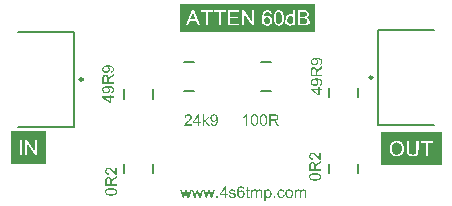
<source format=gbr>
%TF.GenerationSoftware,Altium Limited,Altium Designer,20.0.10 (225)*%
G04 Layer_Color=65535*
%FSLAX26Y26*%
%MOIN*%
%TF.FileFunction,Legend,Top*%
%TF.Part,Single*%
G01*
G75*
%TA.AperFunction,NonConductor*%
%ADD21C,0.009842*%
%ADD22C,0.007874*%
G36*
X3096480Y1254374D02*
X2893520D01*
Y1365626D01*
X3096480D01*
Y1254374D01*
D02*
G37*
G36*
X2429351Y1184173D02*
X2429740D01*
X2430184Y1184118D01*
X2431238Y1183896D01*
X2432403Y1183618D01*
X2433624Y1183174D01*
X2434845Y1182508D01*
X2435456Y1182120D01*
X2436011Y1181676D01*
X2436066Y1181620D01*
X2436122Y1181564D01*
X2436289Y1181398D01*
X2436455Y1181232D01*
X2436733Y1180954D01*
X2436954Y1180621D01*
X2437565Y1179844D01*
X2438175Y1178845D01*
X2438731Y1177624D01*
X2439230Y1176236D01*
X2439563Y1174682D01*
X2434845Y1174294D01*
Y1174350D01*
X2434790Y1174405D01*
X2434735Y1174738D01*
X2434568Y1175237D01*
X2434346Y1175848D01*
X2434124Y1176514D01*
X2433791Y1177180D01*
X2433403Y1177791D01*
X2433014Y1178290D01*
X2432903Y1178401D01*
X2432681Y1178623D01*
X2432293Y1178956D01*
X2431738Y1179344D01*
X2431016Y1179678D01*
X2430239Y1180011D01*
X2429296Y1180233D01*
X2428296Y1180343D01*
X2427908D01*
X2427464Y1180288D01*
X2426965Y1180177D01*
X2426298Y1180011D01*
X2425633Y1179789D01*
X2424966Y1179511D01*
X2424300Y1179067D01*
X2424189Y1179012D01*
X2423912Y1178790D01*
X2423523Y1178401D01*
X2423024Y1177846D01*
X2422469Y1177180D01*
X2421858Y1176403D01*
X2421303Y1175404D01*
X2420749Y1174294D01*
Y1174238D01*
X2420693Y1174128D01*
X2420637Y1173961D01*
X2420526Y1173739D01*
X2420471Y1173406D01*
X2420360Y1173017D01*
X2420249Y1172573D01*
X2420138Y1172018D01*
X2419972Y1171408D01*
X2419860Y1170742D01*
X2419749Y1170021D01*
X2419694Y1169244D01*
X2419583Y1168355D01*
X2419528Y1167467D01*
X2419472Y1166468D01*
Y1165469D01*
X2419528Y1165525D01*
X2419749Y1165858D01*
X2420138Y1166302D01*
X2420637Y1166857D01*
X2421193Y1167523D01*
X2421914Y1168133D01*
X2422691Y1168744D01*
X2423579Y1169299D01*
X2423635D01*
X2423690Y1169354D01*
X2424023Y1169521D01*
X2424523Y1169688D01*
X2425189Y1169965D01*
X2425965Y1170187D01*
X2426854Y1170353D01*
X2427797Y1170520D01*
X2428796Y1170575D01*
X2429240D01*
X2429573Y1170520D01*
X2430017Y1170465D01*
X2430461Y1170409D01*
X2431016Y1170298D01*
X2431571Y1170131D01*
X2432847Y1169743D01*
X2433514Y1169466D01*
X2434180Y1169077D01*
X2434845Y1168688D01*
X2435567Y1168245D01*
X2436233Y1167689D01*
X2436843Y1167079D01*
X2436899Y1167024D01*
X2437010Y1166912D01*
X2437177Y1166746D01*
X2437343Y1166468D01*
X2437620Y1166080D01*
X2437898Y1165691D01*
X2438175Y1165192D01*
X2438508Y1164637D01*
X2438841Y1164026D01*
X2439119Y1163361D01*
X2439396Y1162583D01*
X2439674Y1161806D01*
X2439840Y1160974D01*
X2440007Y1160031D01*
X2440118Y1159087D01*
X2440173Y1158088D01*
Y1158033D01*
Y1157921D01*
Y1157755D01*
Y1157477D01*
X2440118Y1157145D01*
Y1156812D01*
X2439952Y1155924D01*
X2439785Y1154869D01*
X2439508Y1153759D01*
X2439119Y1152538D01*
X2438564Y1151372D01*
Y1151317D01*
X2438508Y1151262D01*
X2438398Y1151095D01*
X2438287Y1150873D01*
X2437954Y1150318D01*
X2437454Y1149597D01*
X2436843Y1148820D01*
X2436122Y1148043D01*
X2435234Y1147265D01*
X2434291Y1146600D01*
X2434235D01*
X2434180Y1146544D01*
X2434013Y1146433D01*
X2433791Y1146378D01*
X2433236Y1146100D01*
X2432515Y1145822D01*
X2431571Y1145489D01*
X2430517Y1145267D01*
X2429351Y1145045D01*
X2428075Y1144990D01*
X2427797D01*
X2427519Y1145045D01*
X2427075D01*
X2426576Y1145101D01*
X2426021Y1145212D01*
X2425355Y1145379D01*
X2424689Y1145545D01*
X2423912Y1145767D01*
X2423135Y1146044D01*
X2422358Y1146378D01*
X2421526Y1146822D01*
X2420749Y1147321D01*
X2419972Y1147876D01*
X2419195Y1148542D01*
X2418473Y1149319D01*
X2418418Y1149374D01*
X2418307Y1149541D01*
X2418140Y1149763D01*
X2417918Y1150151D01*
X2417585Y1150651D01*
X2417307Y1151206D01*
X2416974Y1151928D01*
X2416642Y1152705D01*
X2416253Y1153648D01*
X2415920Y1154703D01*
X2415642Y1155868D01*
X2415365Y1157145D01*
X2415088Y1158588D01*
X2414921Y1160141D01*
X2414810Y1161806D01*
X2414755Y1163582D01*
Y1163638D01*
Y1163694D01*
Y1163860D01*
Y1164082D01*
X2414810Y1164637D01*
Y1165414D01*
X2414865Y1166302D01*
X2414977Y1167357D01*
X2415088Y1168522D01*
X2415254Y1169799D01*
X2415476Y1171075D01*
X2415753Y1172463D01*
X2416086Y1173794D01*
X2416475Y1175127D01*
X2416974Y1176403D01*
X2417530Y1177624D01*
X2418140Y1178790D01*
X2418861Y1179789D01*
X2418917Y1179844D01*
X2419028Y1179955D01*
X2419250Y1180177D01*
X2419528Y1180510D01*
X2419860Y1180843D01*
X2420305Y1181176D01*
X2420860Y1181620D01*
X2421414Y1182008D01*
X2422081Y1182397D01*
X2422802Y1182841D01*
X2423635Y1183174D01*
X2424467Y1183562D01*
X2425410Y1183840D01*
X2426410Y1184062D01*
X2427464Y1184173D01*
X2428574Y1184228D01*
X2429018D01*
X2429351Y1184173D01*
D02*
G37*
G36*
X2519039Y1174072D02*
X2519427Y1174017D01*
X2520260Y1173906D01*
X2521259Y1173684D01*
X2522314Y1173351D01*
X2523368Y1172851D01*
X2524423Y1172241D01*
X2524478D01*
X2524534Y1172130D01*
X2524867Y1171908D01*
X2525366Y1171464D01*
X2525977Y1170909D01*
X2526642Y1170187D01*
X2527309Y1169299D01*
X2527974Y1168245D01*
X2528530Y1167079D01*
Y1167024D01*
X2528585Y1166913D01*
X2528640Y1166746D01*
X2528751Y1166524D01*
X2528863Y1166191D01*
X2528974Y1165803D01*
X2529251Y1164915D01*
X2529528Y1163805D01*
X2529751Y1162584D01*
X2529917Y1161196D01*
X2529972Y1159753D01*
Y1159698D01*
Y1159587D01*
Y1159365D01*
Y1159032D01*
X2529917Y1158643D01*
Y1158199D01*
X2529806Y1157200D01*
X2529584Y1155979D01*
X2529307Y1154703D01*
X2528918Y1153371D01*
X2528419Y1152039D01*
Y1151983D01*
X2528363Y1151872D01*
X2528252Y1151706D01*
X2528141Y1151484D01*
X2527753Y1150873D01*
X2527253Y1150096D01*
X2526642Y1149264D01*
X2525865Y1148431D01*
X2524977Y1147599D01*
X2523923Y1146822D01*
X2523867D01*
X2523812Y1146766D01*
X2523646Y1146655D01*
X2523423Y1146544D01*
X2522869Y1146267D01*
X2522091Y1145934D01*
X2521148Y1145601D01*
X2520149Y1145323D01*
X2518983Y1145101D01*
X2517818Y1145046D01*
X2517430D01*
X2516985Y1145101D01*
X2516430Y1145157D01*
X2515765Y1145268D01*
X2515043Y1145434D01*
X2514322Y1145656D01*
X2513600Y1145989D01*
X2513544Y1146045D01*
X2513267Y1146156D01*
X2512934Y1146378D01*
X2512490Y1146711D01*
X2512046Y1147044D01*
X2511491Y1147488D01*
X2510992Y1147987D01*
X2510548Y1148542D01*
Y1135000D01*
X2505830D01*
Y1173517D01*
X2510104D01*
Y1169854D01*
X2510159Y1169965D01*
X2510381Y1170187D01*
X2510659Y1170575D01*
X2511102Y1171020D01*
X2511602Y1171575D01*
X2512157Y1172074D01*
X2512823Y1172574D01*
X2513489Y1173018D01*
X2513600Y1173073D01*
X2513822Y1173184D01*
X2514266Y1173351D01*
X2514821Y1173573D01*
X2515487Y1173795D01*
X2516264Y1173961D01*
X2517152Y1174072D01*
X2518151Y1174128D01*
X2518762D01*
X2519039Y1174072D01*
D02*
G37*
G36*
X2637143D02*
X2637532D01*
X2637920Y1174017D01*
X2638863Y1173850D01*
X2639863Y1173573D01*
X2640917Y1173129D01*
X2641972Y1172574D01*
X2642860Y1171797D01*
X2642970Y1171686D01*
X2643193Y1171353D01*
X2643581Y1170853D01*
X2643747Y1170465D01*
X2643970Y1170076D01*
X2644191Y1169577D01*
X2644358Y1169077D01*
X2644580Y1168522D01*
X2644747Y1167856D01*
X2644858Y1167190D01*
X2644968Y1166413D01*
X2645079Y1165636D01*
Y1164748D01*
Y1145656D01*
X2640362D01*
Y1163139D01*
Y1163194D01*
Y1163250D01*
Y1163583D01*
Y1164082D01*
X2640307Y1164693D01*
X2640251Y1165359D01*
X2640195Y1166025D01*
X2640084Y1166691D01*
X2639918Y1167190D01*
Y1167246D01*
X2639807Y1167412D01*
X2639696Y1167634D01*
X2639530Y1167912D01*
X2639307Y1168245D01*
X2639030Y1168578D01*
X2638697Y1168911D01*
X2638253Y1169244D01*
X2638198Y1169299D01*
X2638031Y1169355D01*
X2637809Y1169466D01*
X2637421Y1169632D01*
X2637032Y1169799D01*
X2636532Y1169910D01*
X2636033Y1169965D01*
X2635423Y1170021D01*
X2635145D01*
X2634923Y1169965D01*
X2634368Y1169910D01*
X2633702Y1169799D01*
X2632925Y1169521D01*
X2632093Y1169188D01*
X2631260Y1168689D01*
X2630483Y1168023D01*
X2630427Y1167912D01*
X2630206Y1167634D01*
X2629872Y1167190D01*
X2629539Y1166524D01*
X2629151Y1165636D01*
X2628874Y1164582D01*
X2628651Y1163305D01*
X2628541Y1161807D01*
Y1145656D01*
X2623823D01*
Y1163694D01*
Y1163749D01*
Y1163860D01*
Y1163971D01*
Y1164193D01*
X2623767Y1164804D01*
X2623657Y1165470D01*
X2623546Y1166247D01*
X2623323Y1167024D01*
X2623046Y1167745D01*
X2622657Y1168411D01*
X2622602Y1168467D01*
X2622436Y1168689D01*
X2622158Y1168911D01*
X2621769Y1169244D01*
X2621270Y1169521D01*
X2620604Y1169799D01*
X2619827Y1169965D01*
X2618883Y1170021D01*
X2618550D01*
X2618162Y1169965D01*
X2617718Y1169910D01*
X2617163Y1169743D01*
X2616497Y1169577D01*
X2615887Y1169299D01*
X2615220Y1168966D01*
X2615165Y1168911D01*
X2614943Y1168744D01*
X2614666Y1168522D01*
X2614277Y1168189D01*
X2613889Y1167745D01*
X2613500Y1167190D01*
X2613111Y1166580D01*
X2612778Y1165858D01*
X2612723Y1165747D01*
X2612668Y1165470D01*
X2612557Y1165026D01*
X2612390Y1164415D01*
X2612224Y1163583D01*
X2612113Y1162584D01*
X2612057Y1161418D01*
X2612001Y1160086D01*
Y1145656D01*
X2607284D01*
Y1173517D01*
X2611502D01*
Y1169521D01*
X2611557Y1169632D01*
X2611724Y1169854D01*
X2612057Y1170243D01*
X2612445Y1170687D01*
X2612945Y1171242D01*
X2613555Y1171797D01*
X2614222Y1172352D01*
X2614999Y1172851D01*
X2615110Y1172907D01*
X2615387Y1173073D01*
X2615831Y1173240D01*
X2616441Y1173517D01*
X2617163Y1173739D01*
X2617995Y1173906D01*
X2618939Y1174072D01*
X2619938Y1174128D01*
X2620438D01*
X2621048Y1174072D01*
X2621714Y1173961D01*
X2622546Y1173795D01*
X2623379Y1173573D01*
X2624211Y1173240D01*
X2624988Y1172796D01*
X2625099Y1172740D01*
X2625322Y1172574D01*
X2625655Y1172296D01*
X2626099Y1171852D01*
X2626543Y1171353D01*
X2627042Y1170742D01*
X2627486Y1170021D01*
X2627819Y1169188D01*
X2627874Y1169244D01*
X2627985Y1169410D01*
X2628152Y1169632D01*
X2628430Y1169965D01*
X2628762Y1170354D01*
X2629151Y1170742D01*
X2629595Y1171186D01*
X2630150Y1171686D01*
X2630760Y1172130D01*
X2631371Y1172574D01*
X2632093Y1172962D01*
X2632869Y1173351D01*
X2633702Y1173684D01*
X2634590Y1173906D01*
X2635478Y1174072D01*
X2636477Y1174128D01*
X2636865D01*
X2637143Y1174072D01*
D02*
G37*
G36*
X2490901Y1174072D02*
X2491289D01*
X2491677Y1174016D01*
X2492621Y1173850D01*
X2493620Y1173572D01*
X2494675Y1173129D01*
X2495729Y1172573D01*
X2496617Y1171796D01*
X2496728Y1171686D01*
X2496950Y1171352D01*
X2497338Y1170853D01*
X2497505Y1170465D01*
X2497727Y1170076D01*
X2497949Y1169576D01*
X2498115Y1169077D01*
X2498338Y1168522D01*
X2498504Y1167856D01*
X2498615Y1167190D01*
X2498726Y1166413D01*
X2498837Y1165636D01*
Y1164748D01*
Y1145656D01*
X2494119D01*
Y1163139D01*
Y1163194D01*
Y1163249D01*
Y1163582D01*
Y1164082D01*
X2494064Y1164693D01*
X2494008Y1165359D01*
X2493953Y1166024D01*
X2493842Y1166690D01*
X2493675Y1167190D01*
Y1167245D01*
X2493564Y1167412D01*
X2493454Y1167634D01*
X2493287Y1167911D01*
X2493065Y1168245D01*
X2492787Y1168578D01*
X2492454Y1168910D01*
X2492010Y1169244D01*
X2491955Y1169299D01*
X2491789Y1169354D01*
X2491566Y1169466D01*
X2491178Y1169632D01*
X2490789Y1169799D01*
X2490290Y1169909D01*
X2489791Y1169965D01*
X2489180Y1170021D01*
X2488903D01*
X2488680Y1169965D01*
X2488126Y1169909D01*
X2487459Y1169799D01*
X2486682Y1169521D01*
X2485850Y1169188D01*
X2485017Y1168688D01*
X2484240Y1168023D01*
X2484185Y1167911D01*
X2483963Y1167634D01*
X2483630Y1167190D01*
X2483297Y1166524D01*
X2482909Y1165636D01*
X2482631Y1164582D01*
X2482409Y1163305D01*
X2482298Y1161806D01*
Y1145656D01*
X2477581D01*
Y1163694D01*
Y1163749D01*
Y1163860D01*
Y1163971D01*
Y1164193D01*
X2477525Y1164803D01*
X2477414Y1165469D01*
X2477303Y1166246D01*
X2477081Y1167024D01*
X2476803Y1167745D01*
X2476415Y1168411D01*
X2476360Y1168466D01*
X2476193Y1168688D01*
X2475916Y1168910D01*
X2475527Y1169244D01*
X2475028Y1169521D01*
X2474361Y1169799D01*
X2473584Y1169965D01*
X2472641Y1170021D01*
X2472308D01*
X2471919Y1169965D01*
X2471476Y1169909D01*
X2470921Y1169743D01*
X2470255Y1169576D01*
X2469644Y1169299D01*
X2468978Y1168966D01*
X2468923Y1168910D01*
X2468700Y1168744D01*
X2468423Y1168522D01*
X2468035Y1168189D01*
X2467646Y1167745D01*
X2467258Y1167190D01*
X2466869Y1166580D01*
X2466536Y1165858D01*
X2466481Y1165747D01*
X2466425Y1165469D01*
X2466314Y1165025D01*
X2466148Y1164415D01*
X2465981Y1163582D01*
X2465870Y1162583D01*
X2465814Y1161418D01*
X2465759Y1160086D01*
Y1145656D01*
X2461041D01*
Y1173517D01*
X2465260D01*
Y1169521D01*
X2465315Y1169632D01*
X2465481Y1169854D01*
X2465814Y1170243D01*
X2466203Y1170687D01*
X2466702Y1171242D01*
X2467313Y1171796D01*
X2467979Y1172351D01*
X2468756Y1172851D01*
X2468867Y1172907D01*
X2469144Y1173073D01*
X2469588Y1173239D01*
X2470199Y1173517D01*
X2470921Y1173739D01*
X2471753Y1173906D01*
X2472697Y1174072D01*
X2473695Y1174128D01*
X2474195D01*
X2474805Y1174072D01*
X2475472Y1173961D01*
X2476304Y1173794D01*
X2477137Y1173572D01*
X2477969Y1173239D01*
X2478746Y1172795D01*
X2478857Y1172740D01*
X2479079Y1172573D01*
X2479412Y1172296D01*
X2479856Y1171852D01*
X2480300Y1171352D01*
X2480800Y1170742D01*
X2481244Y1170021D01*
X2481577Y1169188D01*
X2481632Y1169244D01*
X2481743Y1169410D01*
X2481910Y1169632D01*
X2482187Y1169965D01*
X2482520Y1170353D01*
X2482909Y1170742D01*
X2483352Y1171186D01*
X2483907Y1171686D01*
X2484518Y1172130D01*
X2485128Y1172573D01*
X2485850Y1172962D01*
X2486627Y1173351D01*
X2487459Y1173684D01*
X2488347Y1173906D01*
X2489235Y1174072D01*
X2490235Y1174128D01*
X2490623D01*
X2490901Y1174072D01*
D02*
G37*
G36*
X2399714D02*
X2400546Y1174016D01*
X2401434Y1173906D01*
X2402378Y1173684D01*
X2403377Y1173461D01*
X2404320Y1173129D01*
X2404376D01*
X2404432Y1173073D01*
X2404709Y1172962D01*
X2405153Y1172740D01*
X2405708Y1172463D01*
X2406318Y1172074D01*
X2406929Y1171630D01*
X2407484Y1171130D01*
X2407983Y1170575D01*
X2408039Y1170520D01*
X2408150Y1170298D01*
X2408372Y1169909D01*
X2408649Y1169466D01*
X2408927Y1168800D01*
X2409204Y1168078D01*
X2409427Y1167245D01*
X2409648Y1166302D01*
X2405042Y1165691D01*
Y1165803D01*
X2404986Y1166024D01*
X2404876Y1166413D01*
X2404709Y1166912D01*
X2404432Y1167412D01*
X2404099Y1167967D01*
X2403710Y1168522D01*
X2403155Y1169022D01*
X2403099Y1169077D01*
X2402878Y1169188D01*
X2402544Y1169410D01*
X2402045Y1169632D01*
X2401490Y1169854D01*
X2400769Y1170076D01*
X2399881Y1170187D01*
X2398937Y1170243D01*
X2398382D01*
X2397827Y1170187D01*
X2397106Y1170131D01*
X2396384Y1169965D01*
X2395607Y1169799D01*
X2394885Y1169521D01*
X2394275Y1169132D01*
X2394220Y1169077D01*
X2394053Y1168966D01*
X2393831Y1168744D01*
X2393609Y1168411D01*
X2393331Y1168078D01*
X2393110Y1167634D01*
X2392943Y1167134D01*
X2392887Y1166635D01*
Y1166580D01*
Y1166468D01*
X2392943Y1166302D01*
Y1166080D01*
X2393110Y1165525D01*
X2393443Y1164970D01*
X2393498Y1164915D01*
X2393553Y1164859D01*
X2393664Y1164693D01*
X2393887Y1164526D01*
X2394108Y1164360D01*
X2394441Y1164138D01*
X2394830Y1163971D01*
X2395274Y1163749D01*
X2395329D01*
X2395441Y1163694D01*
X2395662Y1163638D01*
X2396051Y1163472D01*
X2396606Y1163305D01*
X2397327Y1163139D01*
X2397771Y1162972D01*
X2398271Y1162861D01*
X2398826Y1162695D01*
X2399436Y1162528D01*
X2399492D01*
X2399659Y1162473D01*
X2399936Y1162417D01*
X2400269Y1162306D01*
X2400657Y1162195D01*
X2401157Y1162084D01*
X2402211Y1161751D01*
X2403377Y1161418D01*
X2404543Y1161030D01*
X2405597Y1160641D01*
X2406041Y1160475D01*
X2406430Y1160308D01*
X2406541Y1160253D01*
X2406762Y1160141D01*
X2407095Y1159975D01*
X2407595Y1159697D01*
X2408095Y1159364D01*
X2408594Y1158920D01*
X2409093Y1158421D01*
X2409537Y1157866D01*
X2409593Y1157811D01*
X2409704Y1157589D01*
X2409926Y1157255D01*
X2410148Y1156756D01*
X2410314Y1156146D01*
X2410537Y1155479D01*
X2410648Y1154703D01*
X2410703Y1153814D01*
Y1153704D01*
Y1153426D01*
X2410648Y1152982D01*
X2410537Y1152371D01*
X2410370Y1151706D01*
X2410093Y1150984D01*
X2409760Y1150151D01*
X2409316Y1149374D01*
X2409260Y1149264D01*
X2409038Y1149042D01*
X2408760Y1148653D01*
X2408316Y1148209D01*
X2407706Y1147709D01*
X2407040Y1147155D01*
X2406263Y1146655D01*
X2405320Y1146156D01*
X2405264D01*
X2405209Y1146100D01*
X2404876Y1145989D01*
X2404320Y1145822D01*
X2403599Y1145601D01*
X2402711Y1145379D01*
X2401712Y1145212D01*
X2400657Y1145101D01*
X2399436Y1145045D01*
X2398937D01*
X2398548Y1145101D01*
X2398104D01*
X2397550Y1145157D01*
X2396994Y1145212D01*
X2396384Y1145323D01*
X2395052Y1145601D01*
X2393664Y1145989D01*
X2392332Y1146544D01*
X2391722Y1146877D01*
X2391167Y1147265D01*
X2391111Y1147321D01*
X2391056Y1147377D01*
X2390723Y1147709D01*
X2390224Y1148209D01*
X2389669Y1148986D01*
X2389058Y1149929D01*
X2388448Y1151040D01*
X2387948Y1152427D01*
X2387559Y1153981D01*
X2392222Y1154703D01*
Y1154647D01*
Y1154591D01*
X2392332Y1154258D01*
X2392443Y1153704D01*
X2392666Y1153093D01*
X2392943Y1152427D01*
X2393276Y1151706D01*
X2393776Y1150984D01*
X2394386Y1150373D01*
X2394497Y1150318D01*
X2394719Y1150151D01*
X2395163Y1149929D01*
X2395718Y1149652D01*
X2396439Y1149374D01*
X2397272Y1149152D01*
X2398271Y1148986D01*
X2399436Y1148930D01*
X2399992D01*
X2400546Y1148986D01*
X2401268Y1149097D01*
X2402045Y1149264D01*
X2402878Y1149486D01*
X2403599Y1149763D01*
X2404265Y1150207D01*
X2404320Y1150263D01*
X2404543Y1150429D01*
X2404765Y1150707D01*
X2405097Y1151095D01*
X2405375Y1151539D01*
X2405653Y1152094D01*
X2405819Y1152649D01*
X2405874Y1153315D01*
Y1153370D01*
Y1153592D01*
X2405819Y1153870D01*
X2405708Y1154258D01*
X2405541Y1154647D01*
X2405264Y1155035D01*
X2404931Y1155479D01*
X2404432Y1155812D01*
X2404376Y1155868D01*
X2404209Y1155924D01*
X2403932Y1156090D01*
X2403488Y1156256D01*
X2402822Y1156478D01*
X2402434Y1156645D01*
X2401990Y1156756D01*
X2401490Y1156922D01*
X2400935Y1157089D01*
X2400325Y1157255D01*
X2399603Y1157422D01*
X2399548D01*
X2399381Y1157477D01*
X2399104Y1157533D01*
X2398771Y1157644D01*
X2398327Y1157755D01*
X2397827Y1157921D01*
X2396773Y1158199D01*
X2395552Y1158588D01*
X2394386Y1158920D01*
X2393276Y1159309D01*
X2392776Y1159531D01*
X2392388Y1159697D01*
X2392277Y1159753D01*
X2392055Y1159864D01*
X2391722Y1160086D01*
X2391278Y1160363D01*
X2390778Y1160752D01*
X2390279Y1161196D01*
X2389780Y1161696D01*
X2389336Y1162306D01*
X2389280Y1162361D01*
X2389169Y1162583D01*
X2389003Y1162972D01*
X2388836Y1163416D01*
X2388669Y1163971D01*
X2388503Y1164637D01*
X2388392Y1165303D01*
X2388336Y1166080D01*
Y1166191D01*
Y1166413D01*
X2388392Y1166746D01*
X2388448Y1167245D01*
X2388559Y1167745D01*
X2388669Y1168355D01*
X2388892Y1168910D01*
X2389169Y1169521D01*
X2389224Y1169576D01*
X2389336Y1169799D01*
X2389502Y1170076D01*
X2389780Y1170465D01*
X2390113Y1170853D01*
X2390501Y1171352D01*
X2390945Y1171796D01*
X2391500Y1172185D01*
X2391555Y1172241D01*
X2391722Y1172296D01*
X2391944Y1172463D01*
X2392277Y1172629D01*
X2392721Y1172851D01*
X2393220Y1173073D01*
X2393831Y1173295D01*
X2394497Y1173517D01*
X2394608Y1173572D01*
X2394830Y1173628D01*
X2395218Y1173739D01*
X2395718Y1173850D01*
X2396329Y1173961D01*
X2396994Y1174016D01*
X2397771Y1174128D01*
X2399104D01*
X2399714Y1174072D01*
D02*
G37*
G36*
X2562662Y1174072D02*
X2562995D01*
X2563439Y1174017D01*
X2564494Y1173850D01*
X2565659Y1173573D01*
X2566880Y1173129D01*
X2568101Y1172574D01*
X2569267Y1171797D01*
X2569322D01*
X2569378Y1171686D01*
X2569711Y1171353D01*
X2570210Y1170853D01*
X2570820Y1170132D01*
X2571431Y1169244D01*
X2572041Y1168134D01*
X2572597Y1166857D01*
X2572985Y1165359D01*
X2568378Y1164637D01*
Y1164693D01*
X2568323Y1164748D01*
X2568267Y1165081D01*
X2568101Y1165581D01*
X2567823Y1166191D01*
X2567546Y1166857D01*
X2567102Y1167579D01*
X2566602Y1168245D01*
X2566048Y1168800D01*
X2565992Y1168855D01*
X2565770Y1169022D01*
X2565381Y1169244D01*
X2564938Y1169521D01*
X2564327Y1169799D01*
X2563661Y1170021D01*
X2562884Y1170187D01*
X2562052Y1170243D01*
X2561718D01*
X2561441Y1170187D01*
X2560831Y1170132D01*
X2559998Y1169910D01*
X2559110Y1169632D01*
X2558111Y1169188D01*
X2557168Y1168522D01*
X2556724Y1168134D01*
X2556280Y1167690D01*
Y1167634D01*
X2556169Y1167579D01*
X2556057Y1167412D01*
X2555947Y1167190D01*
X2555780Y1166913D01*
X2555558Y1166580D01*
X2555392Y1166191D01*
X2555169Y1165747D01*
X2554948Y1165192D01*
X2554781Y1164582D01*
X2554559Y1163916D01*
X2554392Y1163194D01*
X2554282Y1162417D01*
X2554171Y1161529D01*
X2554059Y1160586D01*
Y1159587D01*
Y1159531D01*
Y1159365D01*
Y1159032D01*
X2554115Y1158699D01*
Y1158199D01*
X2554171Y1157700D01*
X2554337Y1156479D01*
X2554559Y1155147D01*
X2554948Y1153759D01*
X2555447Y1152538D01*
X2555780Y1151928D01*
X2556169Y1151428D01*
X2556280Y1151317D01*
X2556557Y1151040D01*
X2557057Y1150651D01*
X2557667Y1150207D01*
X2558499Y1149708D01*
X2559443Y1149319D01*
X2560553Y1149042D01*
X2561164Y1148986D01*
X2561774Y1148931D01*
X2561885D01*
X2562218Y1148986D01*
X2562773Y1149042D01*
X2563383Y1149153D01*
X2564105Y1149319D01*
X2564882Y1149652D01*
X2565659Y1150041D01*
X2566381Y1150596D01*
X2566492Y1150651D01*
X2566658Y1150929D01*
X2566991Y1151317D01*
X2567380Y1151928D01*
X2567768Y1152649D01*
X2568212Y1153537D01*
X2568545Y1154647D01*
X2568767Y1155868D01*
X2573429Y1155258D01*
Y1155202D01*
X2573374Y1155036D01*
X2573318Y1154814D01*
X2573262Y1154481D01*
X2573151Y1154037D01*
X2573041Y1153593D01*
X2572652Y1152483D01*
X2572153Y1151317D01*
X2571431Y1150041D01*
X2570543Y1148820D01*
X2570044Y1148265D01*
X2569488Y1147710D01*
X2569433Y1147654D01*
X2569322Y1147599D01*
X2569155Y1147488D01*
X2568934Y1147321D01*
X2568656Y1147099D01*
X2568267Y1146877D01*
X2567823Y1146655D01*
X2567380Y1146378D01*
X2566269Y1145878D01*
X2564938Y1145490D01*
X2563494Y1145157D01*
X2562662Y1145101D01*
X2561829Y1145046D01*
X2561274D01*
X2560886Y1145101D01*
X2560387Y1145157D01*
X2559831Y1145268D01*
X2559221Y1145379D01*
X2558555Y1145490D01*
X2557057Y1145934D01*
X2556335Y1146267D01*
X2555558Y1146600D01*
X2554781Y1147044D01*
X2554059Y1147543D01*
X2553338Y1148098D01*
X2552672Y1148764D01*
X2552617Y1148820D01*
X2552506Y1148931D01*
X2552339Y1149153D01*
X2552117Y1149430D01*
X2551895Y1149819D01*
X2551562Y1150318D01*
X2551285Y1150873D01*
X2550952Y1151484D01*
X2550619Y1152205D01*
X2550341Y1153038D01*
X2550008Y1153870D01*
X2549786Y1154869D01*
X2549564Y1155868D01*
X2549398Y1157034D01*
X2549287Y1158199D01*
X2549231Y1159476D01*
Y1159531D01*
Y1159698D01*
Y1159920D01*
Y1160253D01*
X2549287Y1160641D01*
Y1161085D01*
X2549342Y1161585D01*
X2549398Y1162140D01*
X2549564Y1163361D01*
X2549841Y1164693D01*
X2550175Y1166025D01*
X2550674Y1167357D01*
Y1167412D01*
X2550729Y1167523D01*
X2550840Y1167690D01*
X2550952Y1167912D01*
X2551285Y1168522D01*
X2551784Y1169244D01*
X2552450Y1170076D01*
X2553227Y1170909D01*
X2554171Y1171741D01*
X2555225Y1172407D01*
X2555280D01*
X2555392Y1172463D01*
X2555558Y1172574D01*
X2555780Y1172685D01*
X2556057Y1172796D01*
X2556390Y1172962D01*
X2557223Y1173295D01*
X2558166Y1173573D01*
X2559332Y1173850D01*
X2560553Y1174072D01*
X2561885Y1174128D01*
X2562329D01*
X2562662Y1174072D01*
D02*
G37*
G36*
X2331893Y1145656D02*
X2327064D01*
X2322624Y1162306D01*
X2321515Y1167079D01*
X2315909Y1145656D01*
X2310914D01*
X2302478Y1173517D01*
X2307418D01*
X2311858Y1157422D01*
X2313412Y1151428D01*
Y1151484D01*
X2313467Y1151594D01*
X2313523Y1151872D01*
X2313578Y1152039D01*
X2313633Y1152316D01*
X2313689Y1152649D01*
X2313800Y1153037D01*
X2313911Y1153482D01*
X2314077Y1154036D01*
X2314244Y1154647D01*
X2314410Y1155369D01*
X2314633Y1156201D01*
X2314854Y1157145D01*
X2319294Y1173517D01*
X2324123D01*
X2328285Y1157311D01*
X2329673Y1151983D01*
X2331282Y1157367D01*
X2336055Y1173517D01*
X2340662D01*
X2331893Y1145656D01*
D02*
G37*
G36*
X2293154D02*
X2288325D01*
X2283885Y1162306D01*
X2282776Y1167079D01*
X2277170Y1145656D01*
X2272175D01*
X2263739Y1173517D01*
X2268678D01*
X2273119Y1157422D01*
X2274673Y1151428D01*
Y1151484D01*
X2274728Y1151594D01*
X2274784Y1151872D01*
X2274839Y1152039D01*
X2274894Y1152316D01*
X2274950Y1152649D01*
X2275061Y1153037D01*
X2275172Y1153482D01*
X2275338Y1154036D01*
X2275505Y1154647D01*
X2275671Y1155369D01*
X2275894Y1156201D01*
X2276115Y1157145D01*
X2280555Y1173517D01*
X2285384D01*
X2289546Y1157311D01*
X2290934Y1151983D01*
X2292544Y1157367D01*
X2297316Y1173517D01*
X2301923D01*
X2293154Y1145656D01*
D02*
G37*
G36*
X2254415D02*
X2249586D01*
X2245146Y1162306D01*
X2244037Y1167079D01*
X2238431Y1145656D01*
X2233436D01*
X2225000Y1173517D01*
X2229939D01*
X2234380Y1157422D01*
X2235934Y1151428D01*
Y1151484D01*
X2235989Y1151594D01*
X2236044Y1151872D01*
X2236100Y1152039D01*
X2236155Y1152316D01*
X2236211Y1152649D01*
X2236322Y1153037D01*
X2236433Y1153482D01*
X2236599Y1154036D01*
X2236766Y1154647D01*
X2236932Y1155369D01*
X2237155Y1156201D01*
X2237376Y1157145D01*
X2241816Y1173517D01*
X2246645D01*
X2250807Y1157311D01*
X2252195Y1151983D01*
X2253805Y1157367D01*
X2258577Y1173517D01*
X2263184D01*
X2254415Y1145656D01*
D02*
G37*
G36*
X2542405Y1145656D02*
X2537021D01*
Y1151040D01*
X2542405D01*
Y1145656D01*
D02*
G37*
G36*
X2378069Y1159198D02*
X2383286D01*
Y1154869D01*
X2378069D01*
Y1145656D01*
X2373352D01*
Y1154869D01*
X2356646D01*
Y1159198D01*
X2374240Y1184062D01*
X2378069D01*
Y1159198D01*
D02*
G37*
G36*
X2351374Y1145656D02*
X2345990D01*
Y1151040D01*
X2351374D01*
Y1145656D01*
D02*
G37*
G36*
X2451662Y1173517D02*
X2456435D01*
Y1169854D01*
X2451662D01*
Y1153482D01*
Y1153370D01*
Y1153149D01*
Y1152815D01*
X2451718Y1152427D01*
X2451773Y1151539D01*
X2451829Y1151150D01*
X2451884Y1150873D01*
X2451939Y1150762D01*
X2452106Y1150540D01*
X2452328Y1150263D01*
X2452716Y1149985D01*
X2452827Y1149929D01*
X2453105Y1149819D01*
X2453604Y1149707D01*
X2454326Y1149652D01*
X2454881D01*
X2455159Y1149707D01*
X2455547D01*
X2455991Y1149763D01*
X2456435Y1149819D01*
X2457046Y1145656D01*
X2456934D01*
X2456713Y1145601D01*
X2456324Y1145545D01*
X2455825Y1145489D01*
X2455269Y1145379D01*
X2454659Y1145323D01*
X2453438Y1145267D01*
X2452994D01*
X2452550Y1145323D01*
X2451995Y1145379D01*
X2451329Y1145434D01*
X2450663Y1145601D01*
X2450052Y1145767D01*
X2449442Y1146044D01*
X2449387Y1146100D01*
X2449220Y1146211D01*
X2448998Y1146378D01*
X2448665Y1146655D01*
X2448387Y1146932D01*
X2448055Y1147321D01*
X2447722Y1147709D01*
X2447499Y1148209D01*
Y1148264D01*
X2447389Y1148486D01*
X2447333Y1148875D01*
X2447222Y1149430D01*
X2447111Y1150151D01*
X2447055Y1150595D01*
Y1151095D01*
X2447000Y1151706D01*
X2446945Y1152316D01*
Y1152982D01*
Y1153759D01*
Y1169854D01*
X2443448D01*
Y1173517D01*
X2446945D01*
Y1180399D01*
X2451662Y1183229D01*
Y1173517D01*
D02*
G37*
G36*
X2589691Y1174072D02*
X2590190Y1174017D01*
X2590745Y1173906D01*
X2591356Y1173795D01*
X2592077Y1173684D01*
X2593575Y1173184D01*
X2594352Y1172907D01*
X2595130Y1172518D01*
X2595907Y1172130D01*
X2596684Y1171575D01*
X2597405Y1171020D01*
X2598126Y1170354D01*
X2598182Y1170298D01*
X2598293Y1170187D01*
X2598459Y1169965D01*
X2598682Y1169688D01*
X2598959Y1169299D01*
X2599292Y1168800D01*
X2599625Y1168245D01*
X2599958Y1167634D01*
X2600291Y1166968D01*
X2600624Y1166136D01*
X2600957Y1165303D01*
X2601235Y1164360D01*
X2601456Y1163361D01*
X2601623Y1162306D01*
X2601734Y1161196D01*
X2601789Y1159975D01*
Y1159920D01*
Y1159753D01*
Y1159476D01*
Y1159087D01*
X2601734Y1158643D01*
X2601678Y1158088D01*
Y1157533D01*
X2601568Y1156923D01*
X2601401Y1155535D01*
X2601068Y1154148D01*
X2600680Y1152760D01*
X2600124Y1151484D01*
Y1151428D01*
X2600069Y1151373D01*
X2599958Y1151206D01*
X2599847Y1150984D01*
X2599459Y1150429D01*
X2598959Y1149763D01*
X2598293Y1148986D01*
X2597461Y1148209D01*
X2596517Y1147432D01*
X2595407Y1146711D01*
X2595352D01*
X2595296Y1146655D01*
X2595130Y1146544D01*
X2594852Y1146433D01*
X2594575Y1146322D01*
X2594242Y1146211D01*
X2593409Y1145878D01*
X2592465Y1145601D01*
X2591300Y1145323D01*
X2590079Y1145101D01*
X2588747Y1145046D01*
X2588192D01*
X2587748Y1145101D01*
X2587249Y1145157D01*
X2586693Y1145268D01*
X2586028Y1145379D01*
X2585361Y1145490D01*
X2583863Y1145934D01*
X2583030Y1146267D01*
X2582253Y1146600D01*
X2581477Y1147044D01*
X2580700Y1147543D01*
X2579978Y1148098D01*
X2579256Y1148764D01*
X2579201Y1148820D01*
X2579090Y1148931D01*
X2578923Y1149153D01*
X2578702Y1149486D01*
X2578424Y1149874D01*
X2578146Y1150318D01*
X2577814Y1150873D01*
X2577481Y1151539D01*
X2577148Y1152261D01*
X2576814Y1153093D01*
X2576537Y1153981D01*
X2576260Y1154925D01*
X2576037Y1155979D01*
X2575871Y1157089D01*
X2575760Y1158310D01*
X2575704Y1159587D01*
Y1159698D01*
Y1159920D01*
X2575760Y1160308D01*
Y1160863D01*
X2575816Y1161474D01*
X2575927Y1162251D01*
X2576037Y1163028D01*
X2576260Y1163916D01*
X2576481Y1164804D01*
X2576759Y1165747D01*
X2577092Y1166746D01*
X2577536Y1167690D01*
X2577980Y1168578D01*
X2578590Y1169466D01*
X2579201Y1170298D01*
X2579978Y1171020D01*
X2580034Y1171075D01*
X2580144Y1171131D01*
X2580367Y1171297D01*
X2580644Y1171519D01*
X2580977Y1171741D01*
X2581421Y1172019D01*
X2581865Y1172296D01*
X2582420Y1172574D01*
X2583030Y1172851D01*
X2583697Y1173129D01*
X2585195Y1173628D01*
X2586916Y1174017D01*
X2587803Y1174072D01*
X2588747Y1174128D01*
X2589302D01*
X2589691Y1174072D01*
D02*
G37*
G36*
X2676109Y1700000D02*
X2225000D01*
Y1790910D01*
X2676109D01*
Y1700000D01*
D02*
G37*
G36*
X2693953Y1271229D02*
X2693898D01*
X2693676D01*
X2693343D01*
X2692899Y1271284D01*
X2692399Y1271340D01*
X2691844Y1271451D01*
X2691289Y1271562D01*
X2690679Y1271784D01*
X2690623D01*
X2690568Y1271839D01*
X2690235Y1271950D01*
X2689735Y1272172D01*
X2689069Y1272505D01*
X2688292Y1272949D01*
X2687404Y1273504D01*
X2686516Y1274115D01*
X2685573Y1274892D01*
X2685517D01*
X2685462Y1275003D01*
X2685129Y1275280D01*
X2684629Y1275780D01*
X2683908Y1276501D01*
X2683075Y1277334D01*
X2682076Y1278388D01*
X2680966Y1279665D01*
X2679801Y1281052D01*
X2679745Y1281108D01*
X2679579Y1281330D01*
X2679301Y1281663D01*
X2678968Y1282051D01*
X2678524Y1282551D01*
X2678025Y1283161D01*
X2677470Y1283772D01*
X2676859Y1284493D01*
X2675527Y1285881D01*
X2674195Y1287268D01*
X2673529Y1287934D01*
X2672863Y1288545D01*
X2672253Y1289100D01*
X2671642Y1289544D01*
X2671587D01*
X2671531Y1289655D01*
X2671365Y1289766D01*
X2671143Y1289877D01*
X2670532Y1290265D01*
X2669811Y1290709D01*
X2668923Y1291098D01*
X2667979Y1291486D01*
X2666925Y1291708D01*
X2665926Y1291819D01*
X2665870D01*
X2665815D01*
X2665482Y1291764D01*
X2664927Y1291708D01*
X2664316Y1291542D01*
X2663539Y1291320D01*
X2662762Y1290931D01*
X2661985Y1290432D01*
X2661208Y1289766D01*
X2661097Y1289655D01*
X2660875Y1289377D01*
X2660598Y1288989D01*
X2660209Y1288378D01*
X2659876Y1287601D01*
X2659543Y1286713D01*
X2659321Y1285659D01*
X2659266Y1284493D01*
Y1284160D01*
X2659321Y1283938D01*
X2659377Y1283272D01*
X2659543Y1282495D01*
X2659765Y1281663D01*
X2660154Y1280719D01*
X2660653Y1279831D01*
X2661319Y1278999D01*
X2661430Y1278888D01*
X2661708Y1278666D01*
X2662152Y1278333D01*
X2662818Y1278000D01*
X2663595Y1277611D01*
X2664594Y1277278D01*
X2665704Y1277056D01*
X2666980Y1276945D01*
X2666481Y1272117D01*
X2666425D01*
X2666259Y1272172D01*
X2665981D01*
X2665593Y1272228D01*
X2665149Y1272339D01*
X2664649Y1272450D01*
X2664039Y1272616D01*
X2663428Y1272783D01*
X2662096Y1273227D01*
X2660764Y1273893D01*
X2660098Y1274281D01*
X2659432Y1274781D01*
X2658822Y1275280D01*
X2658267Y1275835D01*
X2658211Y1275891D01*
X2658156Y1276002D01*
X2657989Y1276168D01*
X2657823Y1276446D01*
X2657601Y1276779D01*
X2657379Y1277167D01*
X2657101Y1277611D01*
X2656824Y1278166D01*
X2656546Y1278777D01*
X2656269Y1279443D01*
X2656047Y1280164D01*
X2655825Y1280941D01*
X2655658Y1281774D01*
X2655492Y1282662D01*
X2655436Y1283605D01*
X2655381Y1284604D01*
Y1285159D01*
X2655436Y1285548D01*
X2655492Y1285992D01*
X2655547Y1286547D01*
X2655658Y1287157D01*
X2655769Y1287768D01*
X2656158Y1289211D01*
X2656713Y1290654D01*
X2657046Y1291375D01*
X2657434Y1292097D01*
X2657934Y1292763D01*
X2658489Y1293373D01*
X2658544Y1293429D01*
X2658600Y1293540D01*
X2658822Y1293651D01*
X2659044Y1293873D01*
X2659321Y1294150D01*
X2659710Y1294428D01*
X2660098Y1294705D01*
X2660598Y1295038D01*
X2661652Y1295593D01*
X2662984Y1296148D01*
X2663650Y1296370D01*
X2664427Y1296481D01*
X2665204Y1296592D01*
X2666037Y1296648D01*
X2666148D01*
X2666425D01*
X2666869Y1296592D01*
X2667480Y1296537D01*
X2668146Y1296426D01*
X2668923Y1296204D01*
X2669755Y1295982D01*
X2670588Y1295649D01*
X2670699Y1295593D01*
X2670976Y1295482D01*
X2671420Y1295260D01*
X2672031Y1294927D01*
X2672697Y1294483D01*
X2673529Y1293928D01*
X2674362Y1293262D01*
X2675305Y1292485D01*
X2675416Y1292374D01*
X2675749Y1292097D01*
X2676027Y1291819D01*
X2676304Y1291542D01*
X2676637Y1291209D01*
X2677081Y1290765D01*
X2677525Y1290321D01*
X2678025Y1289766D01*
X2678580Y1289211D01*
X2679190Y1288545D01*
X2679801Y1287823D01*
X2680522Y1287046D01*
X2681244Y1286158D01*
X2682021Y1285270D01*
X2682076Y1285215D01*
X2682187Y1285104D01*
X2682354Y1284882D01*
X2682576Y1284604D01*
X2682909Y1284271D01*
X2683242Y1283883D01*
X2683963Y1282995D01*
X2684796Y1282051D01*
X2685628Y1281163D01*
X2686350Y1280386D01*
X2686627Y1280053D01*
X2686905Y1279776D01*
X2686960Y1279720D01*
X2687127Y1279554D01*
X2687349Y1279332D01*
X2687682Y1279054D01*
X2688070Y1278777D01*
X2688459Y1278444D01*
X2689402Y1277778D01*
Y1296703D01*
X2693953D01*
Y1271229D01*
D02*
G37*
G36*
Y1262571D02*
X2685961Y1257520D01*
X2685906D01*
X2685795Y1257409D01*
X2685628Y1257298D01*
X2685406Y1257132D01*
X2684796Y1256743D01*
X2684019Y1256244D01*
X2683186Y1255633D01*
X2682298Y1255023D01*
X2681466Y1254412D01*
X2680689Y1253857D01*
X2680633Y1253802D01*
X2680411Y1253635D01*
X2680078Y1253358D01*
X2679690Y1252969D01*
X2678857Y1252137D01*
X2678469Y1251693D01*
X2678136Y1251249D01*
X2678080Y1251193D01*
X2678025Y1251082D01*
X2677914Y1250860D01*
X2677747Y1250527D01*
X2677581Y1250194D01*
X2677414Y1249806D01*
X2677137Y1248918D01*
Y1248862D01*
X2677081Y1248751D01*
Y1248529D01*
X2677026Y1248252D01*
X2676970Y1247863D01*
Y1247419D01*
X2676915Y1246809D01*
Y1240260D01*
X2693953D01*
Y1235154D01*
X2655547D01*
Y1252969D01*
X2655603Y1253413D01*
Y1253913D01*
X2655658Y1255078D01*
X2655825Y1256299D01*
X2655991Y1257631D01*
X2656269Y1258852D01*
X2656435Y1259463D01*
X2656602Y1259962D01*
Y1260018D01*
X2656657Y1260073D01*
X2656824Y1260406D01*
X2657046Y1260906D01*
X2657434Y1261516D01*
X2657934Y1262182D01*
X2658600Y1262904D01*
X2659377Y1263570D01*
X2660265Y1264236D01*
X2660320D01*
X2660376Y1264291D01*
X2660709Y1264513D01*
X2661264Y1264735D01*
X2661985Y1265068D01*
X2662818Y1265346D01*
X2663817Y1265623D01*
X2664871Y1265790D01*
X2666037Y1265845D01*
X2666092D01*
X2666203D01*
X2666425D01*
X2666703Y1265790D01*
X2667091D01*
X2667480Y1265734D01*
X2668423Y1265512D01*
X2669533Y1265179D01*
X2670699Y1264735D01*
X2671864Y1264069D01*
X2672419Y1263625D01*
X2672974Y1263181D01*
X2673030Y1263126D01*
X2673085Y1263070D01*
X2673252Y1262904D01*
X2673418Y1262682D01*
X2673640Y1262404D01*
X2673862Y1262071D01*
X2674140Y1261627D01*
X2674473Y1261183D01*
X2674750Y1260628D01*
X2675028Y1260018D01*
X2675361Y1259352D01*
X2675638Y1258630D01*
X2675860Y1257798D01*
X2676138Y1256965D01*
X2676304Y1256022D01*
X2676471Y1255023D01*
X2676526Y1255134D01*
X2676637Y1255356D01*
X2676859Y1255689D01*
X2677081Y1256133D01*
X2677692Y1257132D01*
X2678080Y1257631D01*
X2678413Y1258075D01*
X2678524Y1258186D01*
X2678802Y1258464D01*
X2679246Y1258908D01*
X2679801Y1259463D01*
X2680578Y1260073D01*
X2681410Y1260795D01*
X2682409Y1261516D01*
X2683519Y1262293D01*
X2693953Y1268898D01*
Y1262571D01*
D02*
G37*
G36*
X2676748Y1228327D02*
X2677414D01*
X2678136Y1228272D01*
X2678913Y1228216D01*
X2680689Y1228050D01*
X2682520Y1227772D01*
X2684296Y1227439D01*
X2685129Y1227217D01*
X2685961Y1226940D01*
X2686017D01*
X2686128Y1226884D01*
X2686350Y1226773D01*
X2686627Y1226662D01*
X2687016Y1226551D01*
X2687404Y1226329D01*
X2688348Y1225885D01*
X2689347Y1225330D01*
X2690457Y1224609D01*
X2691456Y1223776D01*
X2692399Y1222777D01*
Y1222722D01*
X2692510Y1222666D01*
X2692621Y1222500D01*
X2692732Y1222278D01*
X2692899Y1222000D01*
X2693121Y1221723D01*
X2693509Y1220890D01*
X2693898Y1219891D01*
X2694286Y1218726D01*
X2694508Y1217338D01*
X2694619Y1215840D01*
Y1215285D01*
X2694564Y1214896D01*
X2694508Y1214452D01*
X2694397Y1213897D01*
X2694286Y1213287D01*
X2694120Y1212621D01*
X2693898Y1211955D01*
X2693676Y1211233D01*
X2693343Y1210512D01*
X2692954Y1209790D01*
X2692510Y1209069D01*
X2691955Y1208347D01*
X2691345Y1207681D01*
X2690679Y1207071D01*
X2690623Y1207015D01*
X2690457Y1206904D01*
X2690179Y1206738D01*
X2689735Y1206460D01*
X2689236Y1206183D01*
X2688570Y1205905D01*
X2687793Y1205517D01*
X2686905Y1205184D01*
X2685906Y1204851D01*
X2684740Y1204518D01*
X2683464Y1204185D01*
X2682021Y1203907D01*
X2680467Y1203630D01*
X2678802Y1203463D01*
X2676970Y1203352D01*
X2675028Y1203297D01*
X2674972D01*
X2674750D01*
X2674362D01*
X2673918D01*
X2673307Y1203352D01*
X2672641D01*
X2671920Y1203408D01*
X2671087Y1203463D01*
X2669367Y1203630D01*
X2667535Y1203907D01*
X2665704Y1204240D01*
X2664871Y1204462D01*
X2664039Y1204684D01*
X2663983D01*
X2663872Y1204740D01*
X2663650Y1204851D01*
X2663373Y1204962D01*
X2662984Y1205073D01*
X2662596Y1205295D01*
X2661652Y1205739D01*
X2660653Y1206294D01*
X2659599Y1207015D01*
X2658544Y1207848D01*
X2657656Y1208847D01*
Y1208902D01*
X2657545Y1208958D01*
X2657434Y1209124D01*
X2657323Y1209346D01*
X2657101Y1209624D01*
X2656935Y1209957D01*
X2656491Y1210789D01*
X2656102Y1211788D01*
X2655714Y1212954D01*
X2655492Y1214341D01*
X2655381Y1215840D01*
Y1216339D01*
X2655436Y1216950D01*
X2655547Y1217671D01*
X2655714Y1218504D01*
X2655936Y1219392D01*
X2656213Y1220335D01*
X2656657Y1221223D01*
Y1221279D01*
X2656713Y1221334D01*
X2656879Y1221612D01*
X2657157Y1222056D01*
X2657545Y1222611D01*
X2658100Y1223221D01*
X2658711Y1223887D01*
X2659432Y1224498D01*
X2660265Y1225108D01*
X2660376Y1225164D01*
X2660653Y1225386D01*
X2661153Y1225608D01*
X2661874Y1225996D01*
X2662707Y1226329D01*
X2663650Y1226773D01*
X2664760Y1227162D01*
X2665981Y1227495D01*
X2666037D01*
X2666148Y1227550D01*
X2666314Y1227606D01*
X2666592Y1227661D01*
X2666925Y1227717D01*
X2667313Y1227772D01*
X2667813Y1227883D01*
X2668368Y1227939D01*
X2668978Y1228050D01*
X2669644Y1228105D01*
X2670421Y1228161D01*
X2671198Y1228272D01*
X2672086Y1228327D01*
X2672974D01*
X2673973Y1228383D01*
X2675028D01*
X2675083D01*
X2675305D01*
X2675694D01*
X2676138D01*
X2676748Y1228327D01*
D02*
G37*
G36*
X2013953Y1221229D02*
X2013898D01*
X2013676D01*
X2013343D01*
X2012899Y1221284D01*
X2012399Y1221340D01*
X2011844Y1221451D01*
X2011289Y1221562D01*
X2010679Y1221784D01*
X2010623D01*
X2010568Y1221839D01*
X2010235Y1221950D01*
X2009735Y1222172D01*
X2009069Y1222505D01*
X2008292Y1222949D01*
X2007404Y1223504D01*
X2006516Y1224115D01*
X2005573Y1224892D01*
X2005517D01*
X2005462Y1225003D01*
X2005129Y1225280D01*
X2004629Y1225780D01*
X2003908Y1226501D01*
X2003075Y1227334D01*
X2002076Y1228388D01*
X2000966Y1229665D01*
X1999801Y1231052D01*
X1999745Y1231108D01*
X1999579Y1231330D01*
X1999301Y1231663D01*
X1998968Y1232051D01*
X1998524Y1232551D01*
X1998025Y1233161D01*
X1997470Y1233772D01*
X1996859Y1234493D01*
X1995527Y1235881D01*
X1994195Y1237268D01*
X1993529Y1237934D01*
X1992863Y1238545D01*
X1992253Y1239100D01*
X1991642Y1239544D01*
X1991587D01*
X1991531Y1239655D01*
X1991365Y1239766D01*
X1991143Y1239877D01*
X1990532Y1240265D01*
X1989811Y1240709D01*
X1988923Y1241098D01*
X1987979Y1241486D01*
X1986925Y1241708D01*
X1985926Y1241819D01*
X1985870D01*
X1985815D01*
X1985482Y1241764D01*
X1984927Y1241708D01*
X1984316Y1241542D01*
X1983539Y1241320D01*
X1982762Y1240931D01*
X1981985Y1240432D01*
X1981208Y1239766D01*
X1981097Y1239655D01*
X1980875Y1239377D01*
X1980598Y1238989D01*
X1980209Y1238378D01*
X1979876Y1237601D01*
X1979543Y1236713D01*
X1979321Y1235659D01*
X1979266Y1234493D01*
Y1234160D01*
X1979321Y1233938D01*
X1979377Y1233272D01*
X1979543Y1232495D01*
X1979765Y1231663D01*
X1980154Y1230719D01*
X1980653Y1229831D01*
X1981319Y1228999D01*
X1981430Y1228888D01*
X1981708Y1228666D01*
X1982152Y1228333D01*
X1982818Y1228000D01*
X1983595Y1227611D01*
X1984594Y1227278D01*
X1985704Y1227056D01*
X1986980Y1226945D01*
X1986481Y1222117D01*
X1986425D01*
X1986259Y1222172D01*
X1985981D01*
X1985593Y1222228D01*
X1985149Y1222339D01*
X1984649Y1222450D01*
X1984039Y1222616D01*
X1983428Y1222783D01*
X1982096Y1223227D01*
X1980764Y1223893D01*
X1980098Y1224281D01*
X1979432Y1224781D01*
X1978822Y1225280D01*
X1978267Y1225835D01*
X1978211Y1225891D01*
X1978156Y1226002D01*
X1977989Y1226168D01*
X1977823Y1226446D01*
X1977601Y1226779D01*
X1977379Y1227167D01*
X1977101Y1227611D01*
X1976824Y1228166D01*
X1976546Y1228777D01*
X1976269Y1229443D01*
X1976047Y1230164D01*
X1975825Y1230941D01*
X1975658Y1231774D01*
X1975492Y1232662D01*
X1975436Y1233605D01*
X1975381Y1234604D01*
Y1235159D01*
X1975436Y1235548D01*
X1975492Y1235992D01*
X1975547Y1236547D01*
X1975658Y1237157D01*
X1975769Y1237768D01*
X1976158Y1239211D01*
X1976713Y1240654D01*
X1977046Y1241375D01*
X1977434Y1242097D01*
X1977934Y1242763D01*
X1978489Y1243373D01*
X1978544Y1243429D01*
X1978600Y1243540D01*
X1978822Y1243651D01*
X1979044Y1243873D01*
X1979321Y1244150D01*
X1979710Y1244428D01*
X1980098Y1244705D01*
X1980598Y1245038D01*
X1981652Y1245593D01*
X1982984Y1246148D01*
X1983650Y1246370D01*
X1984427Y1246481D01*
X1985204Y1246592D01*
X1986037Y1246648D01*
X1986148D01*
X1986425D01*
X1986869Y1246592D01*
X1987480Y1246537D01*
X1988146Y1246426D01*
X1988923Y1246204D01*
X1989755Y1245982D01*
X1990588Y1245649D01*
X1990699Y1245593D01*
X1990976Y1245482D01*
X1991420Y1245260D01*
X1992031Y1244927D01*
X1992697Y1244483D01*
X1993529Y1243928D01*
X1994362Y1243262D01*
X1995305Y1242485D01*
X1995416Y1242374D01*
X1995749Y1242097D01*
X1996027Y1241819D01*
X1996304Y1241542D01*
X1996637Y1241209D01*
X1997081Y1240765D01*
X1997525Y1240321D01*
X1998025Y1239766D01*
X1998580Y1239211D01*
X1999190Y1238545D01*
X1999801Y1237823D01*
X2000522Y1237046D01*
X2001244Y1236158D01*
X2002021Y1235270D01*
X2002076Y1235215D01*
X2002187Y1235104D01*
X2002354Y1234882D01*
X2002576Y1234604D01*
X2002909Y1234271D01*
X2003242Y1233883D01*
X2003963Y1232995D01*
X2004796Y1232051D01*
X2005628Y1231163D01*
X2006350Y1230386D01*
X2006627Y1230053D01*
X2006905Y1229776D01*
X2006960Y1229720D01*
X2007127Y1229554D01*
X2007349Y1229332D01*
X2007682Y1229054D01*
X2008070Y1228777D01*
X2008459Y1228444D01*
X2009402Y1227778D01*
Y1246703D01*
X2013953D01*
Y1221229D01*
D02*
G37*
G36*
Y1212571D02*
X2005961Y1207520D01*
X2005906D01*
X2005795Y1207409D01*
X2005628Y1207298D01*
X2005406Y1207132D01*
X2004796Y1206743D01*
X2004019Y1206244D01*
X2003186Y1205633D01*
X2002298Y1205023D01*
X2001466Y1204412D01*
X2000689Y1203857D01*
X2000633Y1203802D01*
X2000411Y1203635D01*
X2000078Y1203358D01*
X1999690Y1202969D01*
X1998857Y1202137D01*
X1998469Y1201693D01*
X1998136Y1201249D01*
X1998080Y1201193D01*
X1998025Y1201082D01*
X1997914Y1200860D01*
X1997747Y1200527D01*
X1997581Y1200194D01*
X1997414Y1199806D01*
X1997137Y1198918D01*
Y1198862D01*
X1997081Y1198751D01*
Y1198529D01*
X1997026Y1198252D01*
X1996970Y1197863D01*
Y1197419D01*
X1996915Y1196809D01*
Y1190260D01*
X2013953D01*
Y1185154D01*
X1975547D01*
Y1202969D01*
X1975603Y1203413D01*
Y1203913D01*
X1975658Y1205078D01*
X1975825Y1206299D01*
X1975991Y1207631D01*
X1976269Y1208852D01*
X1976435Y1209463D01*
X1976602Y1209962D01*
Y1210018D01*
X1976657Y1210073D01*
X1976824Y1210406D01*
X1977046Y1210906D01*
X1977434Y1211516D01*
X1977934Y1212182D01*
X1978600Y1212904D01*
X1979377Y1213570D01*
X1980265Y1214236D01*
X1980320D01*
X1980376Y1214291D01*
X1980709Y1214513D01*
X1981264Y1214735D01*
X1981985Y1215068D01*
X1982818Y1215346D01*
X1983817Y1215623D01*
X1984871Y1215790D01*
X1986037Y1215845D01*
X1986092D01*
X1986203D01*
X1986425D01*
X1986703Y1215790D01*
X1987091D01*
X1987480Y1215734D01*
X1988423Y1215512D01*
X1989533Y1215179D01*
X1990699Y1214735D01*
X1991864Y1214069D01*
X1992419Y1213625D01*
X1992974Y1213181D01*
X1993030Y1213126D01*
X1993085Y1213070D01*
X1993252Y1212904D01*
X1993418Y1212682D01*
X1993640Y1212404D01*
X1993862Y1212071D01*
X1994140Y1211627D01*
X1994473Y1211183D01*
X1994750Y1210628D01*
X1995028Y1210018D01*
X1995361Y1209352D01*
X1995638Y1208630D01*
X1995860Y1207798D01*
X1996138Y1206965D01*
X1996304Y1206022D01*
X1996471Y1205023D01*
X1996526Y1205134D01*
X1996637Y1205356D01*
X1996859Y1205689D01*
X1997081Y1206133D01*
X1997692Y1207132D01*
X1998080Y1207631D01*
X1998413Y1208075D01*
X1998524Y1208186D01*
X1998802Y1208464D01*
X1999246Y1208908D01*
X1999801Y1209463D01*
X2000578Y1210073D01*
X2001410Y1210795D01*
X2002409Y1211516D01*
X2003519Y1212293D01*
X2013953Y1218898D01*
Y1212571D01*
D02*
G37*
G36*
X1996748Y1178327D02*
X1997414D01*
X1998136Y1178272D01*
X1998913Y1178216D01*
X2000689Y1178050D01*
X2002520Y1177772D01*
X2004296Y1177439D01*
X2005129Y1177217D01*
X2005961Y1176940D01*
X2006017D01*
X2006128Y1176884D01*
X2006350Y1176773D01*
X2006627Y1176662D01*
X2007016Y1176551D01*
X2007404Y1176329D01*
X2008348Y1175885D01*
X2009347Y1175330D01*
X2010457Y1174609D01*
X2011456Y1173776D01*
X2012399Y1172777D01*
Y1172722D01*
X2012510Y1172666D01*
X2012621Y1172500D01*
X2012732Y1172278D01*
X2012899Y1172000D01*
X2013121Y1171723D01*
X2013509Y1170890D01*
X2013898Y1169891D01*
X2014286Y1168726D01*
X2014508Y1167338D01*
X2014619Y1165840D01*
Y1165285D01*
X2014564Y1164896D01*
X2014508Y1164452D01*
X2014397Y1163897D01*
X2014286Y1163287D01*
X2014120Y1162621D01*
X2013898Y1161955D01*
X2013676Y1161233D01*
X2013343Y1160512D01*
X2012954Y1159790D01*
X2012510Y1159069D01*
X2011955Y1158347D01*
X2011345Y1157681D01*
X2010679Y1157071D01*
X2010623Y1157015D01*
X2010457Y1156904D01*
X2010179Y1156738D01*
X2009735Y1156460D01*
X2009236Y1156183D01*
X2008570Y1155905D01*
X2007793Y1155517D01*
X2006905Y1155184D01*
X2005906Y1154851D01*
X2004740Y1154518D01*
X2003464Y1154185D01*
X2002021Y1153907D01*
X2000467Y1153630D01*
X1998802Y1153463D01*
X1996970Y1153352D01*
X1995028Y1153297D01*
X1994972D01*
X1994750D01*
X1994362D01*
X1993918D01*
X1993307Y1153352D01*
X1992641D01*
X1991920Y1153408D01*
X1991087Y1153463D01*
X1989367Y1153630D01*
X1987535Y1153907D01*
X1985704Y1154240D01*
X1984871Y1154462D01*
X1984039Y1154684D01*
X1983983D01*
X1983872Y1154740D01*
X1983650Y1154851D01*
X1983373Y1154962D01*
X1982984Y1155073D01*
X1982596Y1155295D01*
X1981652Y1155739D01*
X1980653Y1156294D01*
X1979599Y1157015D01*
X1978544Y1157848D01*
X1977656Y1158847D01*
Y1158902D01*
X1977545Y1158958D01*
X1977434Y1159124D01*
X1977323Y1159346D01*
X1977101Y1159624D01*
X1976935Y1159957D01*
X1976491Y1160789D01*
X1976102Y1161788D01*
X1975714Y1162954D01*
X1975492Y1164341D01*
X1975381Y1165840D01*
Y1166339D01*
X1975436Y1166950D01*
X1975547Y1167671D01*
X1975714Y1168504D01*
X1975936Y1169392D01*
X1976213Y1170335D01*
X1976657Y1171223D01*
Y1171279D01*
X1976713Y1171334D01*
X1976879Y1171612D01*
X1977157Y1172056D01*
X1977545Y1172611D01*
X1978100Y1173221D01*
X1978711Y1173887D01*
X1979432Y1174498D01*
X1980265Y1175108D01*
X1980376Y1175164D01*
X1980653Y1175386D01*
X1981153Y1175608D01*
X1981874Y1175996D01*
X1982707Y1176329D01*
X1983650Y1176773D01*
X1984760Y1177162D01*
X1985981Y1177495D01*
X1986037D01*
X1986148Y1177550D01*
X1986314Y1177606D01*
X1986592Y1177661D01*
X1986925Y1177717D01*
X1987313Y1177772D01*
X1987813Y1177883D01*
X1988368Y1177939D01*
X1988978Y1178050D01*
X1989644Y1178105D01*
X1990421Y1178161D01*
X1991198Y1178272D01*
X1992086Y1178327D01*
X1992974D01*
X1993973Y1178383D01*
X1995028D01*
X1995083D01*
X1995305D01*
X1995694D01*
X1996138D01*
X1996748Y1178327D01*
D02*
G37*
G36*
X1985805Y1587604D02*
X1986526D01*
X1987359Y1587549D01*
X1988191Y1587438D01*
X1990078Y1587271D01*
X1992076Y1586994D01*
X1993963Y1586605D01*
X1994907Y1586328D01*
X1995739Y1586050D01*
X1995795D01*
X1995906Y1585995D01*
X1996128Y1585883D01*
X1996461Y1585773D01*
X1996794Y1585606D01*
X1997238Y1585384D01*
X1998181Y1584829D01*
X1999236Y1584163D01*
X2000346Y1583386D01*
X2001400Y1582387D01*
X2002344Y1581277D01*
Y1581222D01*
X2002455Y1581111D01*
X2002566Y1580944D01*
X2002677Y1580722D01*
X2002843Y1580389D01*
X2003065Y1580056D01*
X2003287Y1579612D01*
X2003454Y1579168D01*
X2003898Y1578113D01*
X2004286Y1576837D01*
X2004508Y1575449D01*
X2004619Y1573896D01*
Y1573451D01*
X2004564Y1573174D01*
Y1572785D01*
X2004508Y1572341D01*
X2004286Y1571287D01*
X2004009Y1570121D01*
X2003565Y1568900D01*
X2002954Y1567679D01*
X2002566Y1567069D01*
X2002122Y1566514D01*
X2002066Y1566458D01*
X2002011Y1566403D01*
X2001844Y1566236D01*
X2001678Y1566070D01*
X2001400Y1565848D01*
X2001067Y1565571D01*
X2000290Y1565015D01*
X1999291Y1564460D01*
X1998070Y1563906D01*
X1996683Y1563461D01*
X1995073Y1563129D01*
X1994685Y1567679D01*
X1994740D01*
X1994851Y1567735D01*
X1994962D01*
X1995184Y1567791D01*
X1995795Y1567957D01*
X1996461Y1568179D01*
X1997238Y1568457D01*
X1998015Y1568845D01*
X1998736Y1569289D01*
X1999347Y1569844D01*
X1999402Y1569899D01*
X1999569Y1570121D01*
X1999791Y1570510D01*
X2000013Y1570954D01*
X2000290Y1571564D01*
X2000512Y1572286D01*
X2000679Y1573119D01*
X2000734Y1574006D01*
Y1574395D01*
X2000679Y1574784D01*
X2000623Y1575283D01*
X2000512Y1575893D01*
X2000346Y1576504D01*
X2000124Y1577170D01*
X1999791Y1577781D01*
X1999735Y1577836D01*
X1999624Y1578058D01*
X1999402Y1578391D01*
X1999069Y1578724D01*
X1998681Y1579168D01*
X1998237Y1579612D01*
X1997737Y1580056D01*
X1997127Y1580500D01*
X1997071Y1580555D01*
X1996794Y1580667D01*
X1996405Y1580889D01*
X1995906Y1581111D01*
X1995240Y1581388D01*
X1994463Y1581666D01*
X1993575Y1581943D01*
X1992576Y1582220D01*
X1992520D01*
X1992465Y1582276D01*
X1992298D01*
X1992076Y1582332D01*
X1991521Y1582443D01*
X1990800Y1582609D01*
X1989912Y1582720D01*
X1988968Y1582831D01*
X1987914Y1582887D01*
X1986804Y1582942D01*
X1986748D01*
X1986582D01*
X1986304D01*
X1985860D01*
X1985971Y1582887D01*
X1986249Y1582665D01*
X1986637Y1582332D01*
X1987192Y1581943D01*
X1987747Y1581388D01*
X1988358Y1580722D01*
X1988968Y1579945D01*
X1989523Y1579057D01*
X1989579Y1578946D01*
X1989745Y1578613D01*
X1989967Y1578113D01*
X1990189Y1577503D01*
X1990467Y1576670D01*
X1990689Y1575783D01*
X1990855Y1574784D01*
X1990911Y1573729D01*
Y1573285D01*
X1990855Y1572952D01*
X1990800Y1572508D01*
X1990744Y1572064D01*
X1990633Y1571509D01*
X1990467Y1570954D01*
X1990078Y1569678D01*
X1989801Y1569012D01*
X1989468Y1568345D01*
X1989079Y1567624D01*
X1988580Y1566958D01*
X1988080Y1566292D01*
X1987470Y1565681D01*
X1987414Y1565626D01*
X1987303Y1565515D01*
X1987137Y1565404D01*
X1986859Y1565182D01*
X1986471Y1564905D01*
X1986082Y1564627D01*
X1985583Y1564350D01*
X1985028Y1564072D01*
X1984417Y1563739D01*
X1983751Y1563461D01*
X1982974Y1563184D01*
X1982197Y1562907D01*
X1981309Y1562685D01*
X1980366Y1562573D01*
X1979422Y1562463D01*
X1978368Y1562407D01*
X1978312D01*
X1978090D01*
X1977813D01*
X1977424Y1562463D01*
X1976925Y1562518D01*
X1976314Y1562573D01*
X1975704Y1562685D01*
X1974982Y1562851D01*
X1973539Y1563239D01*
X1972762Y1563517D01*
X1971930Y1563850D01*
X1971153Y1564238D01*
X1970431Y1564738D01*
X1969654Y1565237D01*
X1968988Y1565848D01*
X1968933Y1565903D01*
X1968822Y1566014D01*
X1968655Y1566181D01*
X1968433Y1566458D01*
X1968156Y1566792D01*
X1967823Y1567236D01*
X1967545Y1567679D01*
X1967157Y1568235D01*
X1966824Y1568790D01*
X1966546Y1569456D01*
X1965936Y1570954D01*
X1965714Y1571731D01*
X1965547Y1572619D01*
X1965436Y1573507D01*
X1965381Y1574450D01*
Y1574839D01*
X1965436Y1575117D01*
Y1575394D01*
X1965492Y1575783D01*
X1965658Y1576726D01*
X1965880Y1577781D01*
X1966269Y1578946D01*
X1966768Y1580111D01*
X1967434Y1581277D01*
Y1581332D01*
X1967545Y1581388D01*
X1967656Y1581554D01*
X1967823Y1581776D01*
X1968267Y1582332D01*
X1968877Y1583053D01*
X1969710Y1583774D01*
X1970709Y1584607D01*
X1971874Y1585329D01*
X1973206Y1585995D01*
X1973262D01*
X1973373Y1586050D01*
X1973595Y1586161D01*
X1973872Y1586272D01*
X1974261Y1586383D01*
X1974760Y1586550D01*
X1975315Y1586660D01*
X1975926Y1586827D01*
X1976647Y1586994D01*
X1977480Y1587160D01*
X1978368Y1587271D01*
X1979311Y1587382D01*
X1980366Y1587493D01*
X1981476Y1587604D01*
X1982697Y1587659D01*
X1983973D01*
X1984029D01*
X1984306D01*
X1984695D01*
X1985194D01*
X1985805Y1587604D01*
D02*
G37*
G36*
X2003953Y1553083D02*
X1995961Y1548033D01*
X1995906D01*
X1995795Y1547921D01*
X1995628Y1547811D01*
X1995406Y1547644D01*
X1994796Y1547255D01*
X1994019Y1546756D01*
X1993186Y1546146D01*
X1992298Y1545535D01*
X1991466Y1544925D01*
X1990689Y1544370D01*
X1990633Y1544314D01*
X1990411Y1544148D01*
X1990078Y1543870D01*
X1989690Y1543482D01*
X1988857Y1542649D01*
X1988469Y1542205D01*
X1988136Y1541761D01*
X1988080Y1541706D01*
X1988025Y1541594D01*
X1987914Y1541372D01*
X1987747Y1541040D01*
X1987581Y1540707D01*
X1987414Y1540318D01*
X1987137Y1539430D01*
Y1539374D01*
X1987081Y1539264D01*
Y1539042D01*
X1987026Y1538764D01*
X1986970Y1538376D01*
Y1537931D01*
X1986915Y1537321D01*
Y1530772D01*
X2003953D01*
Y1525666D01*
X1965547D01*
Y1543482D01*
X1965603Y1543926D01*
Y1544425D01*
X1965658Y1545591D01*
X1965825Y1546812D01*
X1965991Y1548143D01*
X1966269Y1549364D01*
X1966435Y1549975D01*
X1966602Y1550475D01*
Y1550530D01*
X1966657Y1550585D01*
X1966824Y1550918D01*
X1967046Y1551418D01*
X1967434Y1552028D01*
X1967934Y1552695D01*
X1968600Y1553416D01*
X1969377Y1554082D01*
X1970265Y1554748D01*
X1970320D01*
X1970376Y1554803D01*
X1970709Y1555025D01*
X1971264Y1555247D01*
X1971985Y1555581D01*
X1972818Y1555858D01*
X1973817Y1556136D01*
X1974871Y1556302D01*
X1976037Y1556358D01*
X1976092D01*
X1976203D01*
X1976425D01*
X1976703Y1556302D01*
X1977091D01*
X1977480Y1556246D01*
X1978423Y1556024D01*
X1979533Y1555691D01*
X1980699Y1555247D01*
X1981864Y1554582D01*
X1982419Y1554138D01*
X1982974Y1553694D01*
X1983030Y1553638D01*
X1983085Y1553582D01*
X1983252Y1553416D01*
X1983418Y1553194D01*
X1983640Y1552917D01*
X1983862Y1552583D01*
X1984140Y1552139D01*
X1984473Y1551696D01*
X1984750Y1551140D01*
X1985028Y1550530D01*
X1985361Y1549864D01*
X1985638Y1549142D01*
X1985860Y1548310D01*
X1986138Y1547477D01*
X1986304Y1546534D01*
X1986471Y1545535D01*
X1986526Y1545646D01*
X1986637Y1545868D01*
X1986859Y1546201D01*
X1987081Y1546645D01*
X1987692Y1547644D01*
X1988080Y1548143D01*
X1988413Y1548588D01*
X1988524Y1548698D01*
X1988802Y1548976D01*
X1989246Y1549420D01*
X1989801Y1549975D01*
X1990578Y1550585D01*
X1991410Y1551307D01*
X1992409Y1552028D01*
X1993519Y1552805D01*
X2003953Y1559410D01*
Y1553083D01*
D02*
G37*
G36*
X1985805Y1519006D02*
X1986526D01*
X1987359Y1518950D01*
X1988191Y1518840D01*
X1990078Y1518673D01*
X1992076Y1518396D01*
X1993963Y1518007D01*
X1994907Y1517729D01*
X1995739Y1517452D01*
X1995795D01*
X1995906Y1517397D01*
X1996128Y1517285D01*
X1996461Y1517175D01*
X1996794Y1517008D01*
X1997238Y1516786D01*
X1998181Y1516231D01*
X1999236Y1515565D01*
X2000346Y1514788D01*
X2001400Y1513789D01*
X2002344Y1512679D01*
Y1512623D01*
X2002455Y1512513D01*
X2002566Y1512346D01*
X2002677Y1512124D01*
X2002843Y1511791D01*
X2003065Y1511458D01*
X2003287Y1511014D01*
X2003454Y1510570D01*
X2003898Y1509515D01*
X2004286Y1508239D01*
X2004508Y1506851D01*
X2004619Y1505297D01*
Y1504853D01*
X2004564Y1504576D01*
Y1504188D01*
X2004508Y1503744D01*
X2004286Y1502689D01*
X2004009Y1501524D01*
X2003565Y1500303D01*
X2002954Y1499082D01*
X2002566Y1498471D01*
X2002122Y1497916D01*
X2002066Y1497861D01*
X2002011Y1497805D01*
X2001844Y1497639D01*
X2001678Y1497472D01*
X2001400Y1497250D01*
X2001067Y1496973D01*
X2000290Y1496418D01*
X1999291Y1495862D01*
X1998070Y1495307D01*
X1996683Y1494863D01*
X1995073Y1494531D01*
X1994685Y1499082D01*
X1994740D01*
X1994851Y1499137D01*
X1994962D01*
X1995184Y1499193D01*
X1995795Y1499359D01*
X1996461Y1499581D01*
X1997238Y1499859D01*
X1998015Y1500247D01*
X1998736Y1500691D01*
X1999347Y1501246D01*
X1999402Y1501302D01*
X1999569Y1501524D01*
X1999791Y1501912D01*
X2000013Y1502356D01*
X2000290Y1502966D01*
X2000512Y1503688D01*
X2000679Y1504521D01*
X2000734Y1505409D01*
Y1505797D01*
X2000679Y1506186D01*
X2000623Y1506685D01*
X2000512Y1507295D01*
X2000346Y1507906D01*
X2000124Y1508572D01*
X1999791Y1509182D01*
X1999735Y1509238D01*
X1999624Y1509460D01*
X1999402Y1509793D01*
X1999069Y1510126D01*
X1998681Y1510570D01*
X1998237Y1511014D01*
X1997737Y1511458D01*
X1997127Y1511902D01*
X1997071Y1511957D01*
X1996794Y1512069D01*
X1996405Y1512291D01*
X1995906Y1512513D01*
X1995240Y1512790D01*
X1994463Y1513068D01*
X1993575Y1513345D01*
X1992576Y1513622D01*
X1992520D01*
X1992465Y1513678D01*
X1992298D01*
X1992076Y1513734D01*
X1991521Y1513844D01*
X1990800Y1514011D01*
X1989912Y1514122D01*
X1988968Y1514233D01*
X1987914Y1514289D01*
X1986804Y1514344D01*
X1986748D01*
X1986582D01*
X1986304D01*
X1985860D01*
X1985971Y1514289D01*
X1986249Y1514066D01*
X1986637Y1513734D01*
X1987192Y1513345D01*
X1987747Y1512790D01*
X1988358Y1512124D01*
X1988968Y1511347D01*
X1989523Y1510459D01*
X1989579Y1510348D01*
X1989745Y1510015D01*
X1989967Y1509515D01*
X1990189Y1508905D01*
X1990467Y1508072D01*
X1990689Y1507185D01*
X1990855Y1506186D01*
X1990911Y1505131D01*
Y1504687D01*
X1990855Y1504354D01*
X1990800Y1503910D01*
X1990744Y1503466D01*
X1990633Y1502911D01*
X1990467Y1502356D01*
X1990078Y1501080D01*
X1989801Y1500414D01*
X1989468Y1499747D01*
X1989079Y1499026D01*
X1988580Y1498360D01*
X1988080Y1497694D01*
X1987470Y1497083D01*
X1987414Y1497028D01*
X1987303Y1496917D01*
X1987137Y1496806D01*
X1986859Y1496584D01*
X1986471Y1496306D01*
X1986082Y1496029D01*
X1985583Y1495752D01*
X1985028Y1495474D01*
X1984417Y1495141D01*
X1983751Y1494863D01*
X1982974Y1494586D01*
X1982197Y1494309D01*
X1981309Y1494086D01*
X1980366Y1493976D01*
X1979422Y1493864D01*
X1978368Y1493809D01*
X1978312D01*
X1978090D01*
X1977813D01*
X1977424Y1493864D01*
X1976925Y1493920D01*
X1976314Y1493976D01*
X1975704Y1494086D01*
X1974982Y1494253D01*
X1973539Y1494641D01*
X1972762Y1494919D01*
X1971930Y1495252D01*
X1971153Y1495640D01*
X1970431Y1496140D01*
X1969654Y1496639D01*
X1968988Y1497250D01*
X1968933Y1497305D01*
X1968822Y1497417D01*
X1968655Y1497583D01*
X1968433Y1497861D01*
X1968156Y1498194D01*
X1967823Y1498638D01*
X1967545Y1499082D01*
X1967157Y1499637D01*
X1966824Y1500191D01*
X1966546Y1500858D01*
X1965936Y1502356D01*
X1965714Y1503133D01*
X1965547Y1504021D01*
X1965436Y1504909D01*
X1965381Y1505852D01*
Y1506241D01*
X1965436Y1506518D01*
Y1506796D01*
X1965492Y1507185D01*
X1965658Y1508128D01*
X1965880Y1509182D01*
X1966269Y1510348D01*
X1966768Y1511514D01*
X1967434Y1512679D01*
Y1512735D01*
X1967545Y1512790D01*
X1967656Y1512957D01*
X1967823Y1513178D01*
X1968267Y1513734D01*
X1968877Y1514455D01*
X1969710Y1515177D01*
X1970709Y1516009D01*
X1971874Y1516730D01*
X1973206Y1517397D01*
X1973262D01*
X1973373Y1517452D01*
X1973595Y1517563D01*
X1973872Y1517674D01*
X1974261Y1517785D01*
X1974760Y1517951D01*
X1975315Y1518062D01*
X1975926Y1518229D01*
X1976647Y1518396D01*
X1977480Y1518562D01*
X1978368Y1518673D01*
X1979311Y1518784D01*
X1980366Y1518895D01*
X1981476Y1519006D01*
X1982697Y1519062D01*
X1983973D01*
X1984029D01*
X1984306D01*
X1984695D01*
X1985194D01*
X1985805Y1519006D01*
D02*
G37*
G36*
X1994740Y1483764D02*
X2003953D01*
Y1479046D01*
X1994740D01*
Y1462341D01*
X1990411D01*
X1965547Y1479934D01*
Y1483764D01*
X1990411D01*
Y1488980D01*
X1994740D01*
Y1483764D01*
D02*
G37*
G36*
X2680805Y1612604D02*
X2681526D01*
X2682359Y1612549D01*
X2683191Y1612438D01*
X2685078Y1612271D01*
X2687076Y1611994D01*
X2688963Y1611605D01*
X2689907Y1611328D01*
X2690739Y1611050D01*
X2690795D01*
X2690906Y1610995D01*
X2691128Y1610883D01*
X2691461Y1610773D01*
X2691794Y1610606D01*
X2692238Y1610384D01*
X2693181Y1609829D01*
X2694236Y1609163D01*
X2695346Y1608386D01*
X2696400Y1607387D01*
X2697344Y1606277D01*
Y1606222D01*
X2697455Y1606111D01*
X2697566Y1605944D01*
X2697677Y1605722D01*
X2697843Y1605389D01*
X2698065Y1605056D01*
X2698287Y1604612D01*
X2698454Y1604168D01*
X2698898Y1603113D01*
X2699286Y1601837D01*
X2699508Y1600449D01*
X2699619Y1598896D01*
Y1598451D01*
X2699564Y1598174D01*
Y1597785D01*
X2699508Y1597341D01*
X2699286Y1596287D01*
X2699009Y1595121D01*
X2698565Y1593900D01*
X2697954Y1592679D01*
X2697566Y1592069D01*
X2697122Y1591514D01*
X2697066Y1591458D01*
X2697011Y1591403D01*
X2696844Y1591236D01*
X2696678Y1591070D01*
X2696400Y1590848D01*
X2696067Y1590571D01*
X2695290Y1590015D01*
X2694291Y1589460D01*
X2693070Y1588906D01*
X2691683Y1588461D01*
X2690073Y1588129D01*
X2689685Y1592679D01*
X2689740D01*
X2689851Y1592735D01*
X2689962D01*
X2690184Y1592791D01*
X2690795Y1592957D01*
X2691461Y1593179D01*
X2692238Y1593457D01*
X2693015Y1593845D01*
X2693736Y1594289D01*
X2694347Y1594844D01*
X2694402Y1594899D01*
X2694569Y1595121D01*
X2694791Y1595510D01*
X2695013Y1595954D01*
X2695290Y1596564D01*
X2695512Y1597286D01*
X2695679Y1598119D01*
X2695734Y1599006D01*
Y1599395D01*
X2695679Y1599784D01*
X2695623Y1600283D01*
X2695512Y1600893D01*
X2695346Y1601504D01*
X2695124Y1602170D01*
X2694791Y1602781D01*
X2694735Y1602836D01*
X2694624Y1603058D01*
X2694402Y1603391D01*
X2694069Y1603724D01*
X2693681Y1604168D01*
X2693237Y1604612D01*
X2692737Y1605056D01*
X2692127Y1605500D01*
X2692071Y1605555D01*
X2691794Y1605667D01*
X2691405Y1605889D01*
X2690906Y1606111D01*
X2690240Y1606388D01*
X2689463Y1606666D01*
X2688575Y1606943D01*
X2687576Y1607220D01*
X2687520D01*
X2687465Y1607276D01*
X2687298D01*
X2687076Y1607332D01*
X2686521Y1607443D01*
X2685800Y1607609D01*
X2684912Y1607720D01*
X2683968Y1607831D01*
X2682914Y1607887D01*
X2681804Y1607942D01*
X2681748D01*
X2681582D01*
X2681304D01*
X2680860D01*
X2680971Y1607887D01*
X2681249Y1607665D01*
X2681637Y1607332D01*
X2682192Y1606943D01*
X2682747Y1606388D01*
X2683358Y1605722D01*
X2683968Y1604945D01*
X2684523Y1604057D01*
X2684579Y1603946D01*
X2684745Y1603613D01*
X2684967Y1603113D01*
X2685189Y1602503D01*
X2685467Y1601670D01*
X2685689Y1600783D01*
X2685855Y1599784D01*
X2685911Y1598729D01*
Y1598285D01*
X2685855Y1597952D01*
X2685800Y1597508D01*
X2685744Y1597064D01*
X2685633Y1596509D01*
X2685467Y1595954D01*
X2685078Y1594678D01*
X2684801Y1594012D01*
X2684468Y1593345D01*
X2684079Y1592624D01*
X2683580Y1591958D01*
X2683080Y1591292D01*
X2682470Y1590681D01*
X2682414Y1590626D01*
X2682303Y1590515D01*
X2682137Y1590404D01*
X2681859Y1590182D01*
X2681471Y1589905D01*
X2681082Y1589627D01*
X2680583Y1589350D01*
X2680028Y1589072D01*
X2679417Y1588739D01*
X2678751Y1588461D01*
X2677974Y1588184D01*
X2677197Y1587907D01*
X2676309Y1587685D01*
X2675366Y1587573D01*
X2674422Y1587463D01*
X2673368Y1587407D01*
X2673312D01*
X2673090D01*
X2672813D01*
X2672424Y1587463D01*
X2671925Y1587518D01*
X2671314Y1587573D01*
X2670704Y1587685D01*
X2669982Y1587851D01*
X2668539Y1588239D01*
X2667762Y1588517D01*
X2666930Y1588850D01*
X2666153Y1589238D01*
X2665431Y1589738D01*
X2664654Y1590237D01*
X2663988Y1590848D01*
X2663933Y1590903D01*
X2663822Y1591014D01*
X2663655Y1591181D01*
X2663433Y1591458D01*
X2663156Y1591792D01*
X2662823Y1592236D01*
X2662545Y1592679D01*
X2662157Y1593235D01*
X2661824Y1593790D01*
X2661546Y1594456D01*
X2660936Y1595954D01*
X2660714Y1596731D01*
X2660547Y1597619D01*
X2660436Y1598507D01*
X2660381Y1599450D01*
Y1599839D01*
X2660436Y1600117D01*
Y1600394D01*
X2660492Y1600783D01*
X2660658Y1601726D01*
X2660880Y1602781D01*
X2661269Y1603946D01*
X2661768Y1605111D01*
X2662434Y1606277D01*
Y1606332D01*
X2662545Y1606388D01*
X2662656Y1606554D01*
X2662823Y1606776D01*
X2663267Y1607332D01*
X2663877Y1608053D01*
X2664710Y1608774D01*
X2665709Y1609607D01*
X2666874Y1610329D01*
X2668206Y1610995D01*
X2668262D01*
X2668373Y1611050D01*
X2668595Y1611161D01*
X2668872Y1611272D01*
X2669261Y1611383D01*
X2669760Y1611550D01*
X2670315Y1611660D01*
X2670926Y1611827D01*
X2671647Y1611994D01*
X2672480Y1612160D01*
X2673368Y1612271D01*
X2674311Y1612382D01*
X2675366Y1612493D01*
X2676476Y1612604D01*
X2677697Y1612659D01*
X2678973D01*
X2679029D01*
X2679306D01*
X2679695D01*
X2680194D01*
X2680805Y1612604D01*
D02*
G37*
G36*
X2698953Y1578083D02*
X2690961Y1573033D01*
X2690906D01*
X2690795Y1572921D01*
X2690628Y1572811D01*
X2690406Y1572644D01*
X2689796Y1572255D01*
X2689019Y1571756D01*
X2688186Y1571146D01*
X2687298Y1570535D01*
X2686466Y1569925D01*
X2685689Y1569370D01*
X2685633Y1569314D01*
X2685411Y1569148D01*
X2685078Y1568870D01*
X2684690Y1568482D01*
X2683857Y1567649D01*
X2683469Y1567205D01*
X2683136Y1566761D01*
X2683080Y1566706D01*
X2683025Y1566594D01*
X2682914Y1566372D01*
X2682747Y1566040D01*
X2682581Y1565707D01*
X2682414Y1565318D01*
X2682137Y1564430D01*
Y1564374D01*
X2682081Y1564264D01*
Y1564042D01*
X2682026Y1563764D01*
X2681970Y1563376D01*
Y1562931D01*
X2681915Y1562321D01*
Y1555772D01*
X2698953D01*
Y1550666D01*
X2660547D01*
Y1568482D01*
X2660603Y1568926D01*
Y1569425D01*
X2660658Y1570591D01*
X2660825Y1571812D01*
X2660991Y1573143D01*
X2661269Y1574364D01*
X2661435Y1574975D01*
X2661602Y1575475D01*
Y1575530D01*
X2661657Y1575585D01*
X2661824Y1575918D01*
X2662046Y1576418D01*
X2662434Y1577028D01*
X2662934Y1577695D01*
X2663600Y1578416D01*
X2664377Y1579082D01*
X2665265Y1579748D01*
X2665320D01*
X2665376Y1579803D01*
X2665709Y1580025D01*
X2666264Y1580247D01*
X2666985Y1580581D01*
X2667818Y1580858D01*
X2668817Y1581136D01*
X2669871Y1581302D01*
X2671037Y1581358D01*
X2671092D01*
X2671203D01*
X2671425D01*
X2671703Y1581302D01*
X2672091D01*
X2672480Y1581246D01*
X2673423Y1581024D01*
X2674533Y1580691D01*
X2675699Y1580247D01*
X2676864Y1579582D01*
X2677419Y1579138D01*
X2677974Y1578694D01*
X2678030Y1578638D01*
X2678085Y1578582D01*
X2678252Y1578416D01*
X2678418Y1578194D01*
X2678640Y1577917D01*
X2678862Y1577583D01*
X2679140Y1577139D01*
X2679473Y1576696D01*
X2679750Y1576140D01*
X2680028Y1575530D01*
X2680361Y1574864D01*
X2680638Y1574142D01*
X2680860Y1573310D01*
X2681138Y1572477D01*
X2681304Y1571534D01*
X2681471Y1570535D01*
X2681526Y1570646D01*
X2681637Y1570868D01*
X2681859Y1571201D01*
X2682081Y1571645D01*
X2682692Y1572644D01*
X2683080Y1573143D01*
X2683413Y1573588D01*
X2683524Y1573698D01*
X2683802Y1573976D01*
X2684246Y1574420D01*
X2684801Y1574975D01*
X2685578Y1575585D01*
X2686410Y1576307D01*
X2687409Y1577028D01*
X2688519Y1577805D01*
X2698953Y1584410D01*
Y1578083D01*
D02*
G37*
G36*
X2680805Y1544006D02*
X2681526D01*
X2682359Y1543950D01*
X2683191Y1543840D01*
X2685078Y1543673D01*
X2687076Y1543396D01*
X2688963Y1543007D01*
X2689907Y1542729D01*
X2690739Y1542452D01*
X2690795D01*
X2690906Y1542397D01*
X2691128Y1542285D01*
X2691461Y1542175D01*
X2691794Y1542008D01*
X2692238Y1541786D01*
X2693181Y1541231D01*
X2694236Y1540565D01*
X2695346Y1539788D01*
X2696400Y1538789D01*
X2697344Y1537679D01*
Y1537623D01*
X2697455Y1537513D01*
X2697566Y1537346D01*
X2697677Y1537124D01*
X2697843Y1536791D01*
X2698065Y1536458D01*
X2698287Y1536014D01*
X2698454Y1535570D01*
X2698898Y1534515D01*
X2699286Y1533239D01*
X2699508Y1531851D01*
X2699619Y1530297D01*
Y1529853D01*
X2699564Y1529576D01*
Y1529188D01*
X2699508Y1528744D01*
X2699286Y1527689D01*
X2699009Y1526524D01*
X2698565Y1525303D01*
X2697954Y1524082D01*
X2697566Y1523471D01*
X2697122Y1522916D01*
X2697066Y1522861D01*
X2697011Y1522805D01*
X2696844Y1522639D01*
X2696678Y1522472D01*
X2696400Y1522250D01*
X2696067Y1521973D01*
X2695290Y1521418D01*
X2694291Y1520862D01*
X2693070Y1520307D01*
X2691683Y1519863D01*
X2690073Y1519531D01*
X2689685Y1524082D01*
X2689740D01*
X2689851Y1524137D01*
X2689962D01*
X2690184Y1524193D01*
X2690795Y1524359D01*
X2691461Y1524581D01*
X2692238Y1524859D01*
X2693015Y1525247D01*
X2693736Y1525691D01*
X2694347Y1526246D01*
X2694402Y1526302D01*
X2694569Y1526524D01*
X2694791Y1526912D01*
X2695013Y1527356D01*
X2695290Y1527966D01*
X2695512Y1528688D01*
X2695679Y1529521D01*
X2695734Y1530409D01*
Y1530797D01*
X2695679Y1531186D01*
X2695623Y1531685D01*
X2695512Y1532295D01*
X2695346Y1532906D01*
X2695124Y1533572D01*
X2694791Y1534182D01*
X2694735Y1534238D01*
X2694624Y1534460D01*
X2694402Y1534793D01*
X2694069Y1535126D01*
X2693681Y1535570D01*
X2693237Y1536014D01*
X2692737Y1536458D01*
X2692127Y1536902D01*
X2692071Y1536957D01*
X2691794Y1537069D01*
X2691405Y1537291D01*
X2690906Y1537513D01*
X2690240Y1537790D01*
X2689463Y1538068D01*
X2688575Y1538345D01*
X2687576Y1538622D01*
X2687520D01*
X2687465Y1538678D01*
X2687298D01*
X2687076Y1538734D01*
X2686521Y1538844D01*
X2685800Y1539011D01*
X2684912Y1539122D01*
X2683968Y1539233D01*
X2682914Y1539289D01*
X2681804Y1539344D01*
X2681748D01*
X2681582D01*
X2681304D01*
X2680860D01*
X2680971Y1539289D01*
X2681249Y1539066D01*
X2681637Y1538734D01*
X2682192Y1538345D01*
X2682747Y1537790D01*
X2683358Y1537124D01*
X2683968Y1536347D01*
X2684523Y1535459D01*
X2684579Y1535348D01*
X2684745Y1535015D01*
X2684967Y1534515D01*
X2685189Y1533905D01*
X2685467Y1533072D01*
X2685689Y1532185D01*
X2685855Y1531186D01*
X2685911Y1530131D01*
Y1529687D01*
X2685855Y1529354D01*
X2685800Y1528910D01*
X2685744Y1528466D01*
X2685633Y1527911D01*
X2685467Y1527356D01*
X2685078Y1526080D01*
X2684801Y1525414D01*
X2684468Y1524747D01*
X2684079Y1524026D01*
X2683580Y1523360D01*
X2683080Y1522694D01*
X2682470Y1522083D01*
X2682414Y1522028D01*
X2682303Y1521917D01*
X2682137Y1521806D01*
X2681859Y1521584D01*
X2681471Y1521306D01*
X2681082Y1521029D01*
X2680583Y1520752D01*
X2680028Y1520474D01*
X2679417Y1520141D01*
X2678751Y1519863D01*
X2677974Y1519586D01*
X2677197Y1519309D01*
X2676309Y1519086D01*
X2675366Y1518976D01*
X2674422Y1518864D01*
X2673368Y1518809D01*
X2673312D01*
X2673090D01*
X2672813D01*
X2672424Y1518864D01*
X2671925Y1518920D01*
X2671314Y1518976D01*
X2670704Y1519086D01*
X2669982Y1519253D01*
X2668539Y1519641D01*
X2667762Y1519919D01*
X2666930Y1520252D01*
X2666153Y1520640D01*
X2665431Y1521140D01*
X2664654Y1521639D01*
X2663988Y1522250D01*
X2663933Y1522305D01*
X2663822Y1522417D01*
X2663655Y1522583D01*
X2663433Y1522861D01*
X2663156Y1523194D01*
X2662823Y1523638D01*
X2662545Y1524082D01*
X2662157Y1524637D01*
X2661824Y1525191D01*
X2661546Y1525858D01*
X2660936Y1527356D01*
X2660714Y1528133D01*
X2660547Y1529021D01*
X2660436Y1529909D01*
X2660381Y1530852D01*
Y1531241D01*
X2660436Y1531518D01*
Y1531796D01*
X2660492Y1532185D01*
X2660658Y1533128D01*
X2660880Y1534182D01*
X2661269Y1535348D01*
X2661768Y1536514D01*
X2662434Y1537679D01*
Y1537735D01*
X2662545Y1537790D01*
X2662656Y1537957D01*
X2662823Y1538178D01*
X2663267Y1538734D01*
X2663877Y1539455D01*
X2664710Y1540177D01*
X2665709Y1541009D01*
X2666874Y1541730D01*
X2668206Y1542397D01*
X2668262D01*
X2668373Y1542452D01*
X2668595Y1542563D01*
X2668872Y1542674D01*
X2669261Y1542785D01*
X2669760Y1542951D01*
X2670315Y1543062D01*
X2670926Y1543229D01*
X2671647Y1543396D01*
X2672480Y1543562D01*
X2673368Y1543673D01*
X2674311Y1543784D01*
X2675366Y1543895D01*
X2676476Y1544006D01*
X2677697Y1544062D01*
X2678973D01*
X2679029D01*
X2679306D01*
X2679695D01*
X2680194D01*
X2680805Y1544006D01*
D02*
G37*
G36*
X2689740Y1508764D02*
X2698953D01*
Y1504046D01*
X2689740D01*
Y1487341D01*
X2685411D01*
X2660547Y1504934D01*
Y1508764D01*
X2685411D01*
Y1513980D01*
X2689740D01*
Y1508764D01*
D02*
G37*
G36*
X2540371Y1424397D02*
X2540871D01*
X2542036Y1424342D01*
X2543257Y1424175D01*
X2544589Y1424009D01*
X2545810Y1423731D01*
X2546421Y1423565D01*
X2546920Y1423398D01*
X2546976D01*
X2547031Y1423343D01*
X2547364Y1423176D01*
X2547864Y1422954D01*
X2548474Y1422566D01*
X2549140Y1422066D01*
X2549862Y1421400D01*
X2550528Y1420623D01*
X2551194Y1419735D01*
Y1419680D01*
X2551249Y1419624D01*
X2551471Y1419291D01*
X2551693Y1418736D01*
X2552026Y1418015D01*
X2552304Y1417182D01*
X2552581Y1416183D01*
X2552748Y1415129D01*
X2552803Y1413963D01*
Y1413908D01*
Y1413797D01*
Y1413575D01*
X2552748Y1413297D01*
Y1412909D01*
X2552692Y1412520D01*
X2552470Y1411577D01*
X2552137Y1410467D01*
X2551693Y1409301D01*
X2551027Y1408136D01*
X2550583Y1407581D01*
X2550139Y1407026D01*
X2550084Y1406970D01*
X2550028Y1406915D01*
X2549862Y1406748D01*
X2549640Y1406582D01*
X2549362Y1406360D01*
X2549029Y1406138D01*
X2548585Y1405860D01*
X2548141Y1405527D01*
X2547586Y1405250D01*
X2546976Y1404972D01*
X2546310Y1404639D01*
X2545588Y1404362D01*
X2544756Y1404140D01*
X2543923Y1403862D01*
X2542980Y1403696D01*
X2541981Y1403529D01*
X2542092Y1403474D01*
X2542314Y1403363D01*
X2542647Y1403141D01*
X2543091Y1402919D01*
X2544090Y1402308D01*
X2544589Y1401920D01*
X2545033Y1401587D01*
X2545144Y1401476D01*
X2545422Y1401198D01*
X2545866Y1400754D01*
X2546421Y1400199D01*
X2547031Y1399422D01*
X2547753Y1398590D01*
X2548474Y1397591D01*
X2549251Y1396481D01*
X2555856Y1386047D01*
X2549529D01*
X2544478Y1394039D01*
Y1394094D01*
X2544367Y1394205D01*
X2544256Y1394372D01*
X2544090Y1394594D01*
X2543701Y1395204D01*
X2543202Y1395981D01*
X2542591Y1396814D01*
X2541981Y1397702D01*
X2541370Y1398534D01*
X2540815Y1399311D01*
X2540760Y1399367D01*
X2540593Y1399589D01*
X2540316Y1399922D01*
X2539927Y1400310D01*
X2539095Y1401143D01*
X2538651Y1401531D01*
X2538207Y1401864D01*
X2538151Y1401920D01*
X2538040Y1401975D01*
X2537818Y1402086D01*
X2537485Y1402253D01*
X2537152Y1402419D01*
X2536764Y1402586D01*
X2535876Y1402863D01*
X2535820D01*
X2535709Y1402919D01*
X2535487D01*
X2535210Y1402974D01*
X2534821Y1403030D01*
X2534377D01*
X2533767Y1403085D01*
X2527218D01*
Y1386047D01*
X2522112D01*
Y1424453D01*
X2539927D01*
X2540371Y1424397D01*
D02*
G37*
G36*
X2448297Y1386047D02*
X2443579D01*
Y1416072D01*
X2443524Y1416017D01*
X2443246Y1415795D01*
X2442913Y1415462D01*
X2442358Y1415073D01*
X2441748Y1414574D01*
X2440971Y1414019D01*
X2440083Y1413408D01*
X2439084Y1412798D01*
X2439028D01*
X2438973Y1412742D01*
X2438640Y1412520D01*
X2438085Y1412243D01*
X2437419Y1411910D01*
X2436642Y1411521D01*
X2435809Y1411133D01*
X2434977Y1410744D01*
X2434144Y1410411D01*
Y1414962D01*
X2434200D01*
X2434311Y1415073D01*
X2434533Y1415129D01*
X2434810Y1415295D01*
X2435143Y1415462D01*
X2435532Y1415684D01*
X2436475Y1416239D01*
X2437585Y1416849D01*
X2438695Y1417626D01*
X2439861Y1418514D01*
X2441026Y1419458D01*
X2441082Y1419513D01*
X2441137Y1419569D01*
X2441304Y1419735D01*
X2441526Y1419902D01*
X2442025Y1420457D01*
X2442691Y1421123D01*
X2443357Y1421900D01*
X2444079Y1422788D01*
X2444689Y1423676D01*
X2445244Y1424619D01*
X2448297D01*
Y1386047D01*
D02*
G37*
G36*
X2503908Y1424564D02*
X2504629Y1424453D01*
X2505462Y1424286D01*
X2506350Y1424064D01*
X2507293Y1423787D01*
X2508181Y1423343D01*
X2508237D01*
X2508292Y1423287D01*
X2508570Y1423121D01*
X2509014Y1422843D01*
X2509569Y1422455D01*
X2510179Y1421900D01*
X2510845Y1421289D01*
X2511456Y1420568D01*
X2512066Y1419735D01*
X2512122Y1419624D01*
X2512344Y1419347D01*
X2512566Y1418847D01*
X2512954Y1418126D01*
X2513287Y1417293D01*
X2513731Y1416350D01*
X2514120Y1415240D01*
X2514453Y1414019D01*
Y1413963D01*
X2514508Y1413852D01*
X2514564Y1413686D01*
X2514619Y1413408D01*
X2514675Y1413075D01*
X2514730Y1412687D01*
X2514841Y1412187D01*
X2514897Y1411632D01*
X2515008Y1411022D01*
X2515063Y1410356D01*
X2515119Y1409579D01*
X2515230Y1408802D01*
X2515285Y1407914D01*
Y1407026D01*
X2515341Y1406027D01*
Y1404972D01*
Y1404917D01*
Y1404695D01*
Y1404306D01*
Y1403862D01*
X2515285Y1403252D01*
Y1402586D01*
X2515230Y1401864D01*
X2515174Y1401087D01*
X2515008Y1399311D01*
X2514730Y1397480D01*
X2514397Y1395704D01*
X2514175Y1394871D01*
X2513898Y1394039D01*
Y1393983D01*
X2513842Y1393872D01*
X2513731Y1393650D01*
X2513620Y1393373D01*
X2513509Y1392984D01*
X2513287Y1392596D01*
X2512843Y1391652D01*
X2512288Y1390653D01*
X2511567Y1389543D01*
X2510734Y1388544D01*
X2509735Y1387601D01*
X2509680D01*
X2509624Y1387490D01*
X2509458Y1387379D01*
X2509236Y1387268D01*
X2508958Y1387101D01*
X2508681Y1386879D01*
X2507848Y1386491D01*
X2506849Y1386102D01*
X2505684Y1385714D01*
X2504296Y1385492D01*
X2502798Y1385381D01*
X2502243D01*
X2501854Y1385436D01*
X2501410Y1385492D01*
X2500855Y1385603D01*
X2500245Y1385714D01*
X2499579Y1385880D01*
X2498913Y1386102D01*
X2498191Y1386324D01*
X2497470Y1386657D01*
X2496748Y1387046D01*
X2496027Y1387490D01*
X2495305Y1388045D01*
X2494639Y1388655D01*
X2494029Y1389321D01*
X2493973Y1389377D01*
X2493862Y1389543D01*
X2493696Y1389821D01*
X2493418Y1390265D01*
X2493141Y1390764D01*
X2492863Y1391430D01*
X2492475Y1392207D01*
X2492142Y1393095D01*
X2491809Y1394094D01*
X2491476Y1395260D01*
X2491143Y1396536D01*
X2490865Y1397979D01*
X2490588Y1399533D01*
X2490421Y1401198D01*
X2490310Y1403030D01*
X2490255Y1404972D01*
Y1405028D01*
Y1405250D01*
Y1405638D01*
Y1406082D01*
X2490310Y1406693D01*
Y1407359D01*
X2490366Y1408080D01*
X2490421Y1408913D01*
X2490588Y1410633D01*
X2490865Y1412465D01*
X2491198Y1414296D01*
X2491420Y1415129D01*
X2491642Y1415961D01*
Y1416017D01*
X2491698Y1416128D01*
X2491809Y1416350D01*
X2491920Y1416627D01*
X2492031Y1417016D01*
X2492253Y1417404D01*
X2492697Y1418348D01*
X2493252Y1419347D01*
X2493973Y1420401D01*
X2494806Y1421456D01*
X2495805Y1422344D01*
X2495860D01*
X2495916Y1422455D01*
X2496082Y1422566D01*
X2496304Y1422677D01*
X2496582Y1422899D01*
X2496915Y1423065D01*
X2497747Y1423509D01*
X2498746Y1423898D01*
X2499912Y1424286D01*
X2501299Y1424508D01*
X2502798Y1424619D01*
X2503297D01*
X2503908Y1424564D01*
D02*
G37*
G36*
X2474049D02*
X2474770Y1424453D01*
X2475603Y1424286D01*
X2476491Y1424064D01*
X2477434Y1423787D01*
X2478322Y1423343D01*
X2478378D01*
X2478433Y1423287D01*
X2478711Y1423121D01*
X2479155Y1422843D01*
X2479710Y1422455D01*
X2480320Y1421900D01*
X2480986Y1421289D01*
X2481597Y1420568D01*
X2482207Y1419735D01*
X2482263Y1419624D01*
X2482485Y1419347D01*
X2482707Y1418847D01*
X2483095Y1418126D01*
X2483428Y1417293D01*
X2483872Y1416350D01*
X2484261Y1415240D01*
X2484594Y1414019D01*
Y1413963D01*
X2484649Y1413852D01*
X2484705Y1413686D01*
X2484760Y1413408D01*
X2484816Y1413075D01*
X2484871Y1412687D01*
X2484982Y1412187D01*
X2485038Y1411632D01*
X2485149Y1411022D01*
X2485204Y1410356D01*
X2485260Y1409579D01*
X2485371Y1408802D01*
X2485426Y1407914D01*
Y1407026D01*
X2485482Y1406027D01*
Y1404972D01*
Y1404917D01*
Y1404695D01*
Y1404306D01*
Y1403862D01*
X2485426Y1403252D01*
Y1402586D01*
X2485371Y1401864D01*
X2485315Y1401087D01*
X2485149Y1399311D01*
X2484871Y1397480D01*
X2484538Y1395704D01*
X2484316Y1394871D01*
X2484039Y1394039D01*
Y1393983D01*
X2483983Y1393872D01*
X2483872Y1393650D01*
X2483761Y1393373D01*
X2483650Y1392984D01*
X2483428Y1392596D01*
X2482984Y1391652D01*
X2482429Y1390653D01*
X2481708Y1389543D01*
X2480875Y1388544D01*
X2479876Y1387601D01*
X2479821D01*
X2479765Y1387490D01*
X2479599Y1387379D01*
X2479377Y1387268D01*
X2479099Y1387101D01*
X2478822Y1386879D01*
X2477989Y1386491D01*
X2476990Y1386102D01*
X2475825Y1385714D01*
X2474437Y1385492D01*
X2472939Y1385381D01*
X2472384D01*
X2471995Y1385436D01*
X2471551Y1385492D01*
X2470996Y1385603D01*
X2470386Y1385714D01*
X2469720Y1385880D01*
X2469054Y1386102D01*
X2468332Y1386324D01*
X2467611Y1386657D01*
X2466889Y1387046D01*
X2466168Y1387490D01*
X2465446Y1388045D01*
X2464780Y1388655D01*
X2464170Y1389321D01*
X2464114Y1389377D01*
X2464003Y1389543D01*
X2463837Y1389821D01*
X2463559Y1390265D01*
X2463282Y1390764D01*
X2463004Y1391430D01*
X2462616Y1392207D01*
X2462283Y1393095D01*
X2461950Y1394094D01*
X2461617Y1395260D01*
X2461284Y1396536D01*
X2461006Y1397979D01*
X2460729Y1399533D01*
X2460562Y1401198D01*
X2460451Y1403030D01*
X2460396Y1404972D01*
Y1405028D01*
Y1405250D01*
Y1405638D01*
Y1406082D01*
X2460451Y1406693D01*
Y1407359D01*
X2460507Y1408080D01*
X2460562Y1408913D01*
X2460729Y1410633D01*
X2461006Y1412465D01*
X2461339Y1414296D01*
X2461561Y1415129D01*
X2461783Y1415961D01*
Y1416017D01*
X2461839Y1416128D01*
X2461950Y1416350D01*
X2462061Y1416627D01*
X2462172Y1417016D01*
X2462394Y1417404D01*
X2462838Y1418348D01*
X2463393Y1419347D01*
X2464114Y1420401D01*
X2464947Y1421456D01*
X2465946Y1422344D01*
X2466001D01*
X2466057Y1422455D01*
X2466223Y1422566D01*
X2466445Y1422677D01*
X2466723Y1422899D01*
X2467056Y1423065D01*
X2467888Y1423509D01*
X2468887Y1423898D01*
X2470053Y1424286D01*
X2471440Y1424508D01*
X2472939Y1424619D01*
X2473438D01*
X2474049Y1424564D01*
D02*
G37*
G36*
X2338706D02*
X2338984D01*
X2339372Y1424508D01*
X2340316Y1424342D01*
X2341370Y1424120D01*
X2342536Y1423731D01*
X2343701Y1423232D01*
X2344867Y1422566D01*
X2344922D01*
X2344978Y1422455D01*
X2345144Y1422344D01*
X2345366Y1422177D01*
X2345921Y1421733D01*
X2346643Y1421123D01*
X2347364Y1420290D01*
X2348197Y1419291D01*
X2348918Y1418126D01*
X2349584Y1416794D01*
Y1416738D01*
X2349640Y1416627D01*
X2349751Y1416405D01*
X2349862Y1416128D01*
X2349973Y1415739D01*
X2350139Y1415240D01*
X2350250Y1414685D01*
X2350417Y1414074D01*
X2350583Y1413353D01*
X2350750Y1412520D01*
X2350861Y1411632D01*
X2350972Y1410689D01*
X2351083Y1409634D01*
X2351194Y1408524D01*
X2351249Y1407303D01*
Y1406027D01*
Y1405971D01*
Y1405694D01*
Y1405305D01*
Y1404806D01*
X2351194Y1404195D01*
Y1403474D01*
X2351138Y1402641D01*
X2351027Y1401809D01*
X2350861Y1399922D01*
X2350583Y1397924D01*
X2350195Y1396037D01*
X2349917Y1395093D01*
X2349640Y1394261D01*
Y1394205D01*
X2349584Y1394094D01*
X2349473Y1393872D01*
X2349362Y1393539D01*
X2349196Y1393206D01*
X2348974Y1392762D01*
X2348419Y1391819D01*
X2347753Y1390764D01*
X2346976Y1389654D01*
X2345977Y1388600D01*
X2344867Y1387656D01*
X2344811D01*
X2344700Y1387545D01*
X2344534Y1387434D01*
X2344312Y1387323D01*
X2343979Y1387157D01*
X2343646Y1386935D01*
X2343202Y1386713D01*
X2342758Y1386546D01*
X2341703Y1386102D01*
X2340427Y1385714D01*
X2339039Y1385492D01*
X2337485Y1385381D01*
X2337041D01*
X2336764Y1385436D01*
X2336375D01*
X2335931Y1385492D01*
X2334877Y1385714D01*
X2333711Y1385991D01*
X2332490Y1386435D01*
X2331269Y1387046D01*
X2330659Y1387434D01*
X2330104Y1387878D01*
X2330048Y1387934D01*
X2329993Y1387989D01*
X2329826Y1388156D01*
X2329660Y1388322D01*
X2329438Y1388600D01*
X2329160Y1388933D01*
X2328605Y1389710D01*
X2328050Y1390709D01*
X2327495Y1391930D01*
X2327051Y1393317D01*
X2326718Y1394927D01*
X2331269Y1395315D01*
Y1395260D01*
X2331325Y1395149D01*
Y1395038D01*
X2331380Y1394816D01*
X2331547Y1394205D01*
X2331769Y1393539D01*
X2332046Y1392762D01*
X2332435Y1391985D01*
X2332879Y1391264D01*
X2333434Y1390653D01*
X2333489Y1390598D01*
X2333711Y1390431D01*
X2334100Y1390209D01*
X2334544Y1389987D01*
X2335154Y1389710D01*
X2335876Y1389488D01*
X2336708Y1389321D01*
X2337596Y1389266D01*
X2337985D01*
X2338373Y1389321D01*
X2338873Y1389377D01*
X2339483Y1389488D01*
X2340094Y1389654D01*
X2340760Y1389876D01*
X2341370Y1390209D01*
X2341426Y1390265D01*
X2341648Y1390376D01*
X2341981Y1390598D01*
X2342314Y1390931D01*
X2342758Y1391319D01*
X2343202Y1391763D01*
X2343646Y1392263D01*
X2344090Y1392873D01*
X2344145Y1392929D01*
X2344256Y1393206D01*
X2344478Y1393595D01*
X2344700Y1394094D01*
X2344978Y1394760D01*
X2345255Y1395537D01*
X2345533Y1396425D01*
X2345810Y1397424D01*
Y1397480D01*
X2345866Y1397535D01*
Y1397702D01*
X2345921Y1397924D01*
X2346032Y1398479D01*
X2346199Y1399200D01*
X2346310Y1400088D01*
X2346421Y1401032D01*
X2346476Y1402086D01*
X2346532Y1403196D01*
Y1403252D01*
Y1403418D01*
Y1403696D01*
Y1404140D01*
X2346476Y1404029D01*
X2346254Y1403751D01*
X2345921Y1403363D01*
X2345533Y1402808D01*
X2344978Y1402253D01*
X2344312Y1401642D01*
X2343535Y1401032D01*
X2342647Y1400477D01*
X2342536Y1400421D01*
X2342203Y1400255D01*
X2341703Y1400033D01*
X2341093Y1399811D01*
X2340260Y1399533D01*
X2339372Y1399311D01*
X2338373Y1399145D01*
X2337319Y1399089D01*
X2336875D01*
X2336542Y1399145D01*
X2336098Y1399200D01*
X2335654Y1399256D01*
X2335099Y1399367D01*
X2334544Y1399533D01*
X2333267Y1399922D01*
X2332601Y1400199D01*
X2331935Y1400532D01*
X2331214Y1400921D01*
X2330548Y1401420D01*
X2329882Y1401920D01*
X2329271Y1402530D01*
X2329216Y1402586D01*
X2329105Y1402697D01*
X2328994Y1402863D01*
X2328772Y1403141D01*
X2328494Y1403529D01*
X2328217Y1403918D01*
X2327939Y1404417D01*
X2327662Y1404972D01*
X2327329Y1405583D01*
X2327051Y1406249D01*
X2326774Y1407026D01*
X2326496Y1407803D01*
X2326274Y1408691D01*
X2326163Y1409634D01*
X2326052Y1410578D01*
X2325997Y1411632D01*
Y1411688D01*
Y1411910D01*
Y1412187D01*
X2326052Y1412576D01*
X2326108Y1413075D01*
X2326163Y1413686D01*
X2326274Y1414296D01*
X2326441Y1415018D01*
X2326829Y1416461D01*
X2327107Y1417238D01*
X2327440Y1418070D01*
X2327828Y1418847D01*
X2328328Y1419569D01*
X2328827Y1420346D01*
X2329438Y1421012D01*
X2329493Y1421067D01*
X2329604Y1421178D01*
X2329771Y1421345D01*
X2330048Y1421567D01*
X2330381Y1421844D01*
X2330825Y1422177D01*
X2331269Y1422455D01*
X2331824Y1422843D01*
X2332379Y1423176D01*
X2333045Y1423454D01*
X2334544Y1424064D01*
X2335321Y1424286D01*
X2336209Y1424453D01*
X2337097Y1424564D01*
X2338040Y1424619D01*
X2338429D01*
X2338706Y1424564D01*
D02*
G37*
G36*
X2305184Y1402530D02*
X2316340Y1413908D01*
X2322500D01*
X2311789Y1403529D01*
X2323555Y1386047D01*
X2317727D01*
X2308459Y1400255D01*
X2305184Y1397091D01*
Y1386047D01*
X2300467D01*
Y1424453D01*
X2305184D01*
Y1402530D01*
D02*
G37*
G36*
X2289089Y1399589D02*
X2294306D01*
Y1395260D01*
X2289089D01*
Y1386047D01*
X2284372D01*
Y1395260D01*
X2267666D01*
Y1399589D01*
X2285260Y1424453D01*
X2289089D01*
Y1399589D01*
D02*
G37*
G36*
X2253070Y1424564D02*
X2253514Y1424508D01*
X2254069Y1424453D01*
X2254679Y1424342D01*
X2255290Y1424231D01*
X2256733Y1423842D01*
X2258176Y1423287D01*
X2258897Y1422954D01*
X2259619Y1422566D01*
X2260285Y1422066D01*
X2260895Y1421511D01*
X2260951Y1421456D01*
X2261062Y1421400D01*
X2261173Y1421178D01*
X2261395Y1420956D01*
X2261672Y1420679D01*
X2261950Y1420290D01*
X2262227Y1419902D01*
X2262560Y1419402D01*
X2263115Y1418348D01*
X2263670Y1417016D01*
X2263892Y1416350D01*
X2264003Y1415573D01*
X2264114Y1414796D01*
X2264170Y1413963D01*
Y1413852D01*
Y1413575D01*
X2264114Y1413131D01*
X2264059Y1412520D01*
X2263948Y1411854D01*
X2263726Y1411077D01*
X2263504Y1410245D01*
X2263171Y1409412D01*
X2263115Y1409301D01*
X2263004Y1409024D01*
X2262782Y1408580D01*
X2262449Y1407969D01*
X2262005Y1407303D01*
X2261450Y1406471D01*
X2260784Y1405638D01*
X2260007Y1404695D01*
X2259896Y1404584D01*
X2259619Y1404251D01*
X2259341Y1403973D01*
X2259064Y1403696D01*
X2258731Y1403363D01*
X2258287Y1402919D01*
X2257843Y1402475D01*
X2257288Y1401975D01*
X2256733Y1401420D01*
X2256067Y1400810D01*
X2255345Y1400199D01*
X2254568Y1399478D01*
X2253680Y1398756D01*
X2252792Y1397979D01*
X2252737Y1397924D01*
X2252626Y1397813D01*
X2252404Y1397646D01*
X2252126Y1397424D01*
X2251793Y1397091D01*
X2251405Y1396758D01*
X2250517Y1396037D01*
X2249573Y1395204D01*
X2248685Y1394372D01*
X2247908Y1393650D01*
X2247575Y1393373D01*
X2247298Y1393095D01*
X2247242Y1393040D01*
X2247076Y1392873D01*
X2246854Y1392651D01*
X2246576Y1392318D01*
X2246299Y1391930D01*
X2245966Y1391541D01*
X2245300Y1390598D01*
X2264225D01*
Y1386047D01*
X2238751D01*
Y1386102D01*
Y1386324D01*
Y1386657D01*
X2238806Y1387101D01*
X2238862Y1387601D01*
X2238973Y1388156D01*
X2239084Y1388711D01*
X2239306Y1389321D01*
Y1389377D01*
X2239361Y1389432D01*
X2239472Y1389765D01*
X2239694Y1390265D01*
X2240027Y1390931D01*
X2240471Y1391708D01*
X2241026Y1392596D01*
X2241637Y1393484D01*
X2242414Y1394427D01*
Y1394483D01*
X2242525Y1394538D01*
X2242802Y1394871D01*
X2243302Y1395371D01*
X2244023Y1396092D01*
X2244856Y1396925D01*
X2245910Y1397924D01*
X2247187Y1399034D01*
X2248574Y1400199D01*
X2248630Y1400255D01*
X2248852Y1400421D01*
X2249185Y1400699D01*
X2249573Y1401032D01*
X2250073Y1401476D01*
X2250683Y1401975D01*
X2251294Y1402530D01*
X2252015Y1403141D01*
X2253403Y1404473D01*
X2254790Y1405805D01*
X2255456Y1406471D01*
X2256067Y1407137D01*
X2256622Y1407747D01*
X2257066Y1408358D01*
Y1408413D01*
X2257177Y1408469D01*
X2257288Y1408635D01*
X2257399Y1408857D01*
X2257787Y1409468D01*
X2258231Y1410189D01*
X2258620Y1411077D01*
X2259008Y1412021D01*
X2259230Y1413075D01*
X2259341Y1414074D01*
Y1414130D01*
Y1414185D01*
X2259286Y1414518D01*
X2259230Y1415073D01*
X2259064Y1415684D01*
X2258842Y1416461D01*
X2258453Y1417238D01*
X2257954Y1418015D01*
X2257288Y1418792D01*
X2257177Y1418903D01*
X2256899Y1419125D01*
X2256511Y1419402D01*
X2255900Y1419791D01*
X2255123Y1420124D01*
X2254235Y1420457D01*
X2253181Y1420679D01*
X2252015Y1420734D01*
X2251682D01*
X2251460Y1420679D01*
X2250794Y1420623D01*
X2250017Y1420457D01*
X2249185Y1420235D01*
X2248241Y1419846D01*
X2247353Y1419347D01*
X2246521Y1418681D01*
X2246410Y1418570D01*
X2246188Y1418292D01*
X2245855Y1417848D01*
X2245522Y1417182D01*
X2245133Y1416405D01*
X2244800Y1415406D01*
X2244578Y1414296D01*
X2244467Y1413020D01*
X2239639Y1413519D01*
Y1413575D01*
X2239694Y1413741D01*
Y1414019D01*
X2239750Y1414407D01*
X2239861Y1414851D01*
X2239972Y1415351D01*
X2240138Y1415961D01*
X2240305Y1416572D01*
X2240749Y1417904D01*
X2241415Y1419236D01*
X2241803Y1419902D01*
X2242303Y1420568D01*
X2242802Y1421178D01*
X2243357Y1421733D01*
X2243413Y1421789D01*
X2243524Y1421844D01*
X2243690Y1422011D01*
X2243968Y1422177D01*
X2244301Y1422399D01*
X2244689Y1422621D01*
X2245133Y1422899D01*
X2245688Y1423176D01*
X2246299Y1423454D01*
X2246965Y1423731D01*
X2247686Y1423953D01*
X2248463Y1424175D01*
X2249296Y1424342D01*
X2250184Y1424508D01*
X2251127Y1424564D01*
X2252126Y1424619D01*
X2252681D01*
X2253070Y1424564D01*
D02*
G37*
G36*
X1777788Y1258858D02*
X1660559D01*
Y1368360D01*
X1777788D01*
Y1258858D01*
D02*
G37*
%LPC*%
G36*
X3019640Y1335223D02*
X3012933D01*
Y1306063D01*
Y1304387D01*
X3012788Y1302783D01*
X3012642Y1301398D01*
X3012423Y1300086D01*
X3012204Y1298919D01*
X3011913Y1297826D01*
X3011694Y1296878D01*
X3011403Y1296076D01*
X3011111Y1295420D01*
X3010819Y1294764D01*
X3010528Y1294326D01*
X3010309Y1293889D01*
X3010090Y1293598D01*
X3009945Y1293379D01*
X3009872Y1293306D01*
X3009799Y1293233D01*
X3009143Y1292650D01*
X3008414Y1292139D01*
X3006810Y1291338D01*
X3005133Y1290754D01*
X3003383Y1290390D01*
X3001780Y1290098D01*
X3001124Y1290025D01*
X3000468D01*
X3000030Y1289953D01*
X2999301D01*
X2997770Y1290025D01*
X2996385Y1290244D01*
X2995073Y1290463D01*
X2994052Y1290827D01*
X2993177Y1291119D01*
X2992521Y1291338D01*
X2992157Y1291556D01*
X2992011Y1291629D01*
X2990990Y1292285D01*
X2990116Y1293087D01*
X2989387Y1293889D01*
X2988876Y1294618D01*
X2988439Y1295347D01*
X2988075Y1295857D01*
X2987929Y1296222D01*
X2987856Y1296368D01*
X2987637Y1297024D01*
X2987491Y1297680D01*
X2987200Y1299211D01*
X2986981Y1300815D01*
X2986835Y1302418D01*
X2986762Y1303803D01*
Y1304460D01*
X2986689Y1304970D01*
Y1305407D01*
Y1305772D01*
Y1305991D01*
Y1306063D01*
Y1335223D01*
X2979983D01*
Y1304605D01*
X2980055Y1303220D01*
X2980128Y1301908D01*
X2980274Y1300669D01*
X2980420Y1299575D01*
X2980566Y1298555D01*
X2980785Y1297607D01*
X2980930Y1296732D01*
X2981076Y1295930D01*
X2981295Y1295274D01*
X2981441Y1294691D01*
X2981586Y1294254D01*
X2981732Y1293889D01*
X2981805Y1293598D01*
X2981878Y1293452D01*
Y1293379D01*
X2982680Y1291775D01*
X2983700Y1290317D01*
X2984721Y1289151D01*
X2985815Y1288130D01*
X2986762Y1287328D01*
X2987564Y1286745D01*
X2987856Y1286599D01*
X2988075Y1286453D01*
X2988220Y1286307D01*
X2988293D01*
X2990116Y1285506D01*
X2992011Y1284922D01*
X2993979Y1284485D01*
X2995802Y1284193D01*
X2996604Y1284120D01*
X2997406Y1284048D01*
X2998135Y1283975D01*
X2998718D01*
X2999228Y1283902D01*
X2999884D01*
X3002509Y1284048D01*
X3003675Y1284193D01*
X3004769Y1284339D01*
X3005862Y1284558D01*
X3006810Y1284777D01*
X3007685Y1284995D01*
X3008486Y1285287D01*
X3009215Y1285579D01*
X3009799Y1285797D01*
X3010382Y1286016D01*
X3010819Y1286235D01*
X3011184Y1286453D01*
X3011403Y1286526D01*
X3011548Y1286672D01*
X3011621D01*
X3013225Y1287765D01*
X3014537Y1289005D01*
X3015558Y1290171D01*
X3016433Y1291338D01*
X3017089Y1292358D01*
X3017526Y1293160D01*
X3017672Y1293452D01*
X3017818Y1293670D01*
X3017891Y1293816D01*
Y1293889D01*
X3018182Y1294764D01*
X3018474Y1295712D01*
X3018911Y1297680D01*
X3019203Y1299721D01*
X3019421Y1301689D01*
X3019494Y1302564D01*
X3019567Y1303439D01*
Y1304168D01*
X3019640Y1304824D01*
Y1335223D01*
D02*
G37*
G36*
X3066952D02*
X3027003D01*
Y1329246D01*
X3043624D01*
Y1284777D01*
X3050331D01*
Y1329246D01*
X3066952D01*
Y1335223D01*
D02*
G37*
G36*
X2947834Y1336098D02*
X2947178D01*
X2945209Y1336025D01*
X2943387Y1335807D01*
X2941637Y1335442D01*
X2939961Y1335005D01*
X2938430Y1334421D01*
X2936972Y1333838D01*
X2935659Y1333182D01*
X2934493Y1332526D01*
X2933399Y1331870D01*
X2932452Y1331214D01*
X2931650Y1330631D01*
X2930994Y1330047D01*
X2930483Y1329610D01*
X2930046Y1329246D01*
X2929827Y1329027D01*
X2929755Y1328954D01*
X2928588Y1327569D01*
X2927568Y1326111D01*
X2926620Y1324507D01*
X2925891Y1322903D01*
X2925235Y1321227D01*
X2924651Y1319623D01*
X2924214Y1318019D01*
X2923923Y1316488D01*
X2923631Y1315030D01*
X2923412Y1313645D01*
X2923266Y1312406D01*
X2923121Y1311385D01*
Y1310510D01*
X2923048Y1309854D01*
Y1309271D01*
X2923193Y1306792D01*
X2923485Y1304533D01*
X2923923Y1302345D01*
X2924214Y1301398D01*
X2924506Y1300450D01*
X2924724Y1299648D01*
X2925016Y1298919D01*
X2925235Y1298263D01*
X2925453Y1297680D01*
X2925599Y1297243D01*
X2925745Y1296951D01*
X2925891Y1296732D01*
Y1296659D01*
X2927130Y1294545D01*
X2928442Y1292723D01*
X2929900Y1291119D01*
X2931285Y1289807D01*
X2932525Y1288713D01*
X2933035Y1288276D01*
X2933472Y1287984D01*
X2933910Y1287693D01*
X2934201Y1287474D01*
X2934347Y1287401D01*
X2934420Y1287328D01*
X2935514Y1286745D01*
X2936607Y1286235D01*
X2938794Y1285360D01*
X2940908Y1284777D01*
X2942876Y1284339D01*
X2943824Y1284193D01*
X2944626Y1284120D01*
X2945355Y1283975D01*
X2946011D01*
X2946449Y1283902D01*
X2947178D01*
X2949583Y1284048D01*
X2951843Y1284412D01*
X2953957Y1284850D01*
X2954905Y1285141D01*
X2955780Y1285433D01*
X2956582Y1285724D01*
X2957311Y1286016D01*
X2957894Y1286235D01*
X2958404Y1286453D01*
X2958842Y1286672D01*
X2959206Y1286818D01*
X2959352Y1286964D01*
X2959425D01*
X2961466Y1288276D01*
X2963216Y1289734D01*
X2964674Y1291265D01*
X2965913Y1292723D01*
X2966934Y1294108D01*
X2967298Y1294618D01*
X2967590Y1295128D01*
X2967881Y1295566D01*
X2968027Y1295857D01*
X2968173Y1296076D01*
Y1296149D01*
X2968756Y1297315D01*
X2969193Y1298482D01*
X2969995Y1300815D01*
X2970579Y1303147D01*
X2970943Y1305262D01*
X2971016Y1306209D01*
X2971162Y1307084D01*
X2971235Y1307886D01*
Y1308542D01*
X2971307Y1309125D01*
Y1309854D01*
X2971162Y1312624D01*
X2970870Y1315176D01*
X2970651Y1316342D01*
X2970360Y1317509D01*
X2970068Y1318529D01*
X2969849Y1319477D01*
X2969558Y1320352D01*
X2969266Y1321154D01*
X2969048Y1321810D01*
X2968756Y1322393D01*
X2968610Y1322830D01*
X2968464Y1323122D01*
X2968319Y1323341D01*
Y1323414D01*
X2967152Y1325528D01*
X2965767Y1327423D01*
X2964309Y1329027D01*
X2962997Y1330339D01*
X2961758Y1331360D01*
X2961174Y1331797D01*
X2960737Y1332162D01*
X2960300Y1332380D01*
X2960008Y1332599D01*
X2959862Y1332672D01*
X2959789Y1332745D01*
X2958696Y1333328D01*
X2957602Y1333838D01*
X2955488Y1334713D01*
X2953301Y1335296D01*
X2951406Y1335661D01*
X2950531Y1335807D01*
X2949656Y1335952D01*
X2949000Y1336025D01*
X2948344D01*
X2947834Y1336098D01*
D02*
G37*
%LPD*%
G36*
X2949000Y1330266D02*
X2950750Y1329975D01*
X2952281Y1329537D01*
X2953593Y1329100D01*
X2954686Y1328590D01*
X2955124Y1328371D01*
X2955488Y1328225D01*
X2955853Y1328006D01*
X2956071Y1327933D01*
X2956144Y1327788D01*
X2956217D01*
X2957602Y1326767D01*
X2958842Y1325601D01*
X2959935Y1324434D01*
X2960810Y1323268D01*
X2961466Y1322247D01*
X2961976Y1321372D01*
X2962122Y1321081D01*
X2962268Y1320862D01*
X2962341Y1320716D01*
Y1320643D01*
X2963070Y1318894D01*
X2963580Y1316998D01*
X2963945Y1315249D01*
X2964163Y1313572D01*
X2964309Y1312770D01*
X2964382Y1312114D01*
Y1311458D01*
X2964455Y1310948D01*
Y1310510D01*
Y1310219D01*
Y1310000D01*
Y1309927D01*
X2964382Y1308178D01*
X2964236Y1306501D01*
X2964017Y1304897D01*
X2963726Y1303439D01*
X2963289Y1302127D01*
X2962924Y1300888D01*
X2962487Y1299721D01*
X2962049Y1298700D01*
X2961539Y1297826D01*
X2961102Y1297024D01*
X2960737Y1296368D01*
X2960372Y1295857D01*
X2960008Y1295420D01*
X2959789Y1295055D01*
X2959644Y1294910D01*
X2959571Y1294837D01*
X2958623Y1293889D01*
X2957602Y1293087D01*
X2956582Y1292431D01*
X2955561Y1291775D01*
X2954541Y1291265D01*
X2953447Y1290900D01*
X2952499Y1290536D01*
X2951479Y1290244D01*
X2950604Y1290025D01*
X2949729Y1289880D01*
X2949000Y1289734D01*
X2948344Y1289661D01*
X2947834D01*
X2947469Y1289588D01*
X2947105D01*
X2945720Y1289661D01*
X2944407Y1289807D01*
X2943241Y1290098D01*
X2942075Y1290390D01*
X2940981Y1290827D01*
X2939961Y1291265D01*
X2939013Y1291702D01*
X2938138Y1292212D01*
X2937409Y1292723D01*
X2936753Y1293160D01*
X2936170Y1293598D01*
X2935659Y1294035D01*
X2935295Y1294326D01*
X2935003Y1294618D01*
X2934858Y1294764D01*
X2934785Y1294837D01*
X2933910Y1295857D01*
X2933181Y1296951D01*
X2932525Y1298117D01*
X2931941Y1299284D01*
X2931504Y1300523D01*
X2931067Y1301689D01*
X2930483Y1304022D01*
X2930338Y1305043D01*
X2930192Y1306063D01*
X2930046Y1306938D01*
X2929973Y1307667D01*
X2929900Y1308323D01*
Y1308834D01*
Y1309125D01*
Y1309198D01*
X2929973Y1311239D01*
X2930119Y1313135D01*
X2930338Y1314957D01*
X2930702Y1316561D01*
X2931067Y1318019D01*
X2931504Y1319331D01*
X2932014Y1320571D01*
X2932452Y1321591D01*
X2932962Y1322539D01*
X2933399Y1323341D01*
X2933837Y1323997D01*
X2934201Y1324507D01*
X2934566Y1324945D01*
X2934785Y1325236D01*
X2934930Y1325382D01*
X2935003Y1325455D01*
X2935951Y1326330D01*
X2936972Y1327059D01*
X2937992Y1327715D01*
X2939086Y1328298D01*
X2940106Y1328735D01*
X2941127Y1329173D01*
X2943022Y1329756D01*
X2943897Y1329902D01*
X2944699Y1330047D01*
X2945355Y1330193D01*
X2946011Y1330266D01*
X2946521Y1330339D01*
X2947178D01*
X2949000Y1330266D01*
D02*
G37*
%LPC*%
G36*
X2427852Y1166413D02*
X2427519D01*
X2427298Y1166358D01*
X2426742Y1166302D01*
X2425965Y1166136D01*
X2425133Y1165858D01*
X2424189Y1165414D01*
X2423302Y1164859D01*
X2422414Y1164082D01*
X2422302Y1163971D01*
X2422081Y1163694D01*
X2421692Y1163194D01*
X2421303Y1162473D01*
X2420915Y1161640D01*
X2420526Y1160585D01*
X2420305Y1159420D01*
X2420193Y1158088D01*
Y1157977D01*
Y1157699D01*
X2420249Y1157200D01*
X2420305Y1156590D01*
X2420416Y1155868D01*
X2420637Y1155091D01*
X2420860Y1154258D01*
X2421193Y1153426D01*
X2421248Y1153315D01*
X2421414Y1153037D01*
X2421637Y1152649D01*
X2421970Y1152149D01*
X2422358Y1151650D01*
X2422858Y1151040D01*
X2423412Y1150540D01*
X2424079Y1150041D01*
X2424189Y1149985D01*
X2424412Y1149874D01*
X2424800Y1149652D01*
X2425300Y1149486D01*
X2425854Y1149264D01*
X2426521Y1149042D01*
X2427242Y1148930D01*
X2428019Y1148875D01*
X2428296D01*
X2428519Y1148930D01*
X2429073Y1148986D01*
X2429795Y1149152D01*
X2430572Y1149486D01*
X2431460Y1149874D01*
X2432348Y1150485D01*
X2432792Y1150818D01*
X2433180Y1151262D01*
Y1151317D01*
X2433291Y1151372D01*
X2433514Y1151706D01*
X2433847Y1152261D01*
X2434291Y1152982D01*
X2434679Y1153926D01*
X2435012Y1155035D01*
X2435234Y1156312D01*
X2435345Y1157811D01*
Y1157866D01*
Y1157977D01*
Y1158199D01*
X2435289Y1158476D01*
Y1158810D01*
X2435234Y1159198D01*
X2435068Y1160086D01*
X2434845Y1161085D01*
X2434457Y1162139D01*
X2433902Y1163139D01*
X2433180Y1164082D01*
X2433070Y1164193D01*
X2432792Y1164470D01*
X2432348Y1164803D01*
X2431738Y1165247D01*
X2430961Y1165691D01*
X2430073Y1166024D01*
X2429018Y1166302D01*
X2427852Y1166413D01*
D02*
G37*
G36*
X2517707Y1170409D02*
X2517430D01*
X2517207Y1170354D01*
X2516653Y1170243D01*
X2515931Y1170076D01*
X2515099Y1169743D01*
X2514211Y1169244D01*
X2513711Y1168911D01*
X2513267Y1168522D01*
X2512823Y1168078D01*
X2512379Y1167579D01*
Y1167523D01*
X2512268Y1167468D01*
X2512157Y1167301D01*
X2512046Y1167079D01*
X2511880Y1166746D01*
X2511657Y1166413D01*
X2511436Y1165969D01*
X2511269Y1165525D01*
X2511047Y1164970D01*
X2510825Y1164360D01*
X2510659Y1163694D01*
X2510436Y1162972D01*
X2510325Y1162139D01*
X2510215Y1161307D01*
X2510104Y1160419D01*
Y1159420D01*
Y1159364D01*
Y1159198D01*
Y1158920D01*
X2510159Y1158532D01*
Y1158088D01*
X2510215Y1157589D01*
X2510381Y1156423D01*
X2510659Y1155091D01*
X2510992Y1153815D01*
X2511546Y1152538D01*
X2511880Y1151983D01*
X2512268Y1151484D01*
X2512379Y1151373D01*
X2512657Y1151095D01*
X2513101Y1150651D01*
X2513711Y1150207D01*
X2514488Y1149763D01*
X2515376Y1149319D01*
X2516375Y1149042D01*
X2516930Y1148986D01*
X2517485Y1148931D01*
X2517818D01*
X2518040Y1148986D01*
X2518595Y1149097D01*
X2519372Y1149264D01*
X2520204Y1149597D01*
X2521093Y1150041D01*
X2521981Y1150707D01*
X2522425Y1151095D01*
X2522869Y1151539D01*
Y1151595D01*
X2522979Y1151650D01*
X2523090Y1151817D01*
X2523202Y1152039D01*
X2523423Y1152316D01*
X2523590Y1152705D01*
X2523812Y1153093D01*
X2524034Y1153593D01*
X2524200Y1154092D01*
X2524423Y1154758D01*
X2524644Y1155424D01*
X2524811Y1156146D01*
X2524922Y1156978D01*
X2525033Y1157866D01*
X2525144Y1158810D01*
Y1159809D01*
Y1159864D01*
Y1160031D01*
Y1160308D01*
X2525088Y1160697D01*
Y1161141D01*
X2525033Y1161640D01*
X2524867Y1162806D01*
X2524589Y1164082D01*
X2524200Y1165359D01*
X2523646Y1166635D01*
X2523312Y1167246D01*
X2522924Y1167745D01*
Y1167801D01*
X2522813Y1167856D01*
X2522535Y1168189D01*
X2522091Y1168578D01*
X2521481Y1169077D01*
X2520704Y1169577D01*
X2519816Y1170021D01*
X2518817Y1170298D01*
X2518262Y1170354D01*
X2517707Y1170409D01*
D02*
G37*
G36*
X2373352Y1176403D02*
X2361253Y1159198D01*
X2373352D01*
Y1176403D01*
D02*
G37*
G36*
X2588747Y1170243D02*
X2588414D01*
X2588137Y1170187D01*
X2587526Y1170132D01*
X2586693Y1169910D01*
X2585750Y1169577D01*
X2584751Y1169133D01*
X2583807Y1168467D01*
X2583308Y1168023D01*
X2582864Y1167579D01*
Y1167523D01*
X2582753Y1167468D01*
X2582642Y1167301D01*
X2582476Y1167079D01*
X2582309Y1166802D01*
X2582142Y1166469D01*
X2581921Y1166025D01*
X2581698Y1165581D01*
X2581477Y1165026D01*
X2581255Y1164471D01*
X2581088Y1163805D01*
X2580921Y1163083D01*
X2580755Y1162306D01*
X2580644Y1161474D01*
X2580588Y1160530D01*
X2580533Y1159587D01*
Y1159531D01*
Y1159365D01*
Y1159087D01*
X2580588Y1158699D01*
Y1158255D01*
X2580644Y1157755D01*
X2580811Y1156590D01*
X2581088Y1155258D01*
X2581532Y1153926D01*
X2582087Y1152649D01*
X2582476Y1152094D01*
X2582864Y1151539D01*
X2582919D01*
X2582975Y1151428D01*
X2583308Y1151151D01*
X2583807Y1150707D01*
X2584474Y1150263D01*
X2585306Y1149763D01*
X2586305Y1149319D01*
X2587470Y1149042D01*
X2588081Y1148986D01*
X2588747Y1148931D01*
X2589080D01*
X2589358Y1148986D01*
X2589968Y1149097D01*
X2590800Y1149264D01*
X2591689Y1149597D01*
X2592688Y1150041D01*
X2593631Y1150707D01*
X2594131Y1151151D01*
X2594575Y1151595D01*
X2594630Y1151650D01*
X2594686Y1151706D01*
X2594796Y1151872D01*
X2594963Y1152094D01*
X2595130Y1152372D01*
X2595352Y1152705D01*
X2595573Y1153149D01*
X2595796Y1153593D01*
X2596017Y1154148D01*
X2596184Y1154758D01*
X2596406Y1155424D01*
X2596573Y1156146D01*
X2596739Y1156978D01*
X2596850Y1157811D01*
X2596961Y1158754D01*
Y1159753D01*
Y1159809D01*
Y1159975D01*
Y1160253D01*
X2596905Y1160586D01*
Y1161030D01*
X2596850Y1161529D01*
X2596684Y1162695D01*
X2596406Y1163916D01*
X2595962Y1165248D01*
X2595352Y1166469D01*
X2595019Y1167079D01*
X2594575Y1167579D01*
Y1167634D01*
X2594463Y1167690D01*
X2594131Y1168023D01*
X2593631Y1168411D01*
X2592965Y1168911D01*
X2592133Y1169410D01*
X2591133Y1169854D01*
X2590023Y1170132D01*
X2589413Y1170187D01*
X2588747Y1170243D01*
D02*
G37*
G36*
X2516821Y1771225D02*
X2498085D01*
D01*
X2516238D01*
X2514780Y1771152D01*
X2513394Y1771007D01*
X2512082Y1770715D01*
X2510843Y1770351D01*
X2509749Y1769840D01*
X2508656Y1769403D01*
X2507708Y1768820D01*
X2506833Y1768309D01*
X2506104Y1767799D01*
X2505375Y1767216D01*
X2504792Y1766778D01*
X2504355Y1766341D01*
X2503990Y1765904D01*
X2503699Y1765612D01*
X2503553Y1765466D01*
X2503480Y1765393D01*
X2502532Y1764081D01*
X2501730Y1762550D01*
X2501001Y1760946D01*
X2500345Y1759270D01*
X2499835Y1757520D01*
X2499398Y1755771D01*
X2499033Y1753948D01*
X2498742Y1752271D01*
X2498523Y1750595D01*
X2498377Y1749064D01*
X2498231Y1747679D01*
X2498158Y1746512D01*
Y1745492D01*
X2498085Y1744763D01*
Y1719685D01*
Y1744107D01*
X2498158Y1741774D01*
X2498304Y1739587D01*
X2498523Y1737545D01*
X2498887Y1735650D01*
X2499252Y1733973D01*
X2499616Y1732443D01*
X2500054Y1731057D01*
X2500564Y1729818D01*
X2501001Y1728797D01*
X2501439Y1727850D01*
X2501803Y1727121D01*
X2502241Y1726465D01*
X2502532Y1725954D01*
X2502751Y1725663D01*
X2502897Y1725444D01*
X2502970Y1725371D01*
X2503917Y1724351D01*
X2504938Y1723476D01*
X2505959Y1722747D01*
X2506979Y1722091D01*
X2508073Y1721507D01*
X2509093Y1721070D01*
X2510114Y1720706D01*
X2511135Y1720414D01*
X2512009Y1720195D01*
X2512884Y1719977D01*
X2513613Y1719831D01*
X2514269Y1719758D01*
X2514852D01*
X2515217Y1719685D01*
X2515581D01*
X2517258Y1719758D01*
X2518789Y1720050D01*
X2520174Y1720341D01*
X2521413Y1720778D01*
X2522361Y1721143D01*
X2523090Y1721507D01*
X2523382Y1721580D01*
X2523600Y1721726D01*
X2523673Y1721799D01*
X2523746D01*
X2524985Y1722674D01*
X2526152Y1723695D01*
X2527100Y1724715D01*
X2527901Y1725736D01*
X2528558Y1726683D01*
X2528995Y1727412D01*
X2529141Y1727704D01*
X2529287Y1727923D01*
X2529360Y1727996D01*
Y1728069D01*
X2530088Y1729599D01*
X2530599Y1731203D01*
X2530963Y1732661D01*
X2531182Y1734046D01*
X2531401Y1735213D01*
Y1735650D01*
X2531474Y1736088D01*
Y1720560D01*
Y1736889D01*
X2531401Y1738202D01*
X2531255Y1739441D01*
X2531036Y1740680D01*
X2530818Y1741774D01*
X2530453Y1742794D01*
X2530088Y1743815D01*
X2529724Y1744690D01*
X2529287Y1745492D01*
X2528849Y1746221D01*
X2528485Y1746877D01*
X2528120Y1747387D01*
X2527756Y1747897D01*
X2527537Y1748262D01*
X2527318Y1748480D01*
X2527173Y1748626D01*
X2527100Y1748699D01*
X2526298Y1749501D01*
X2525423Y1750230D01*
X2524475Y1750813D01*
X2523600Y1751324D01*
X2522726Y1751834D01*
X2521851Y1752198D01*
X2520174Y1752709D01*
X2519445Y1752927D01*
X2518716Y1753073D01*
X2518133Y1753146D01*
X2517550Y1753219D01*
X2517112Y1753292D01*
X2516529D01*
X2515217Y1753219D01*
X2513978Y1753000D01*
X2512811Y1752782D01*
X2511791Y1752490D01*
X2510916Y1752126D01*
X2510260Y1751907D01*
X2509822Y1751688D01*
X2509749Y1751615D01*
X2509677D01*
X2508510Y1750886D01*
X2507490Y1750084D01*
X2506542Y1749282D01*
X2505813Y1748408D01*
X2505157Y1747679D01*
X2504646Y1747095D01*
X2504355Y1746658D01*
X2504282Y1746585D01*
Y1747897D01*
X2504355Y1749209D01*
X2504428Y1750376D01*
X2504573Y1751542D01*
X2504646Y1752563D01*
X2504792Y1753511D01*
X2504938Y1754385D01*
X2505157Y1755187D01*
X2505302Y1755916D01*
X2505448Y1756499D01*
X2505594Y1757010D01*
X2505667Y1757447D01*
X2505813Y1757739D01*
X2505886Y1757957D01*
X2505959Y1758103D01*
Y1758176D01*
X2506688Y1759634D01*
X2507417Y1760946D01*
X2508218Y1761967D01*
X2508948Y1762842D01*
X2509604Y1763571D01*
X2510114Y1764081D01*
X2510478Y1764373D01*
X2510624Y1764446D01*
X2511499Y1765029D01*
X2512374Y1765393D01*
X2513249Y1765685D01*
X2514123Y1765904D01*
X2514780Y1766049D01*
X2515363Y1766122D01*
X2515873D01*
X2517185Y1765976D01*
X2518425Y1765685D01*
X2519445Y1765247D01*
X2520393Y1764810D01*
X2521122Y1764300D01*
X2521632Y1763862D01*
X2521924Y1763571D01*
X2522070Y1763425D01*
X2522580Y1762769D01*
X2523090Y1761967D01*
X2523528Y1761092D01*
X2523819Y1760217D01*
X2524111Y1759416D01*
X2524329Y1758759D01*
X2524402Y1758322D01*
X2524475Y1758249D01*
Y1758176D01*
X2530672Y1758687D01*
X2530234Y1760728D01*
X2529578Y1762550D01*
X2528849Y1764154D01*
X2528047Y1765466D01*
X2527245Y1766487D01*
X2526954Y1766924D01*
X2526589Y1767289D01*
X2526371Y1767507D01*
X2526152Y1767726D01*
X2526079Y1767799D01*
X2526006Y1767872D01*
X2525277Y1768455D01*
X2524475Y1768965D01*
X2522871Y1769840D01*
X2521268Y1770423D01*
X2519737Y1770788D01*
X2518352Y1771080D01*
X2517768Y1771152D01*
X2517258D01*
X2516821Y1771225D01*
D02*
G37*
G36*
X2607946Y1771007D02*
X2576234D01*
X2601749D01*
Y1752928D01*
X2601093Y1753729D01*
X2600364Y1754386D01*
X2599708Y1755042D01*
X2598979Y1755552D01*
X2598396Y1755916D01*
X2597958Y1756281D01*
X2597667Y1756427D01*
X2597521Y1756500D01*
X2596573Y1757010D01*
X2595553Y1757374D01*
X2594532Y1757593D01*
X2593584Y1757812D01*
X2592782Y1757885D01*
X2592199Y1757958D01*
X2591616D01*
X2590012Y1757885D01*
X2588481Y1757593D01*
X2587096Y1757229D01*
X2585930Y1756791D01*
X2584909Y1756281D01*
X2584180Y1755916D01*
X2583889Y1755771D01*
X2583670Y1755625D01*
X2583597Y1755552D01*
X2583524D01*
X2582212Y1754604D01*
X2581119Y1753438D01*
X2580171Y1752344D01*
X2579442Y1751251D01*
X2578859Y1750230D01*
X2578421Y1749428D01*
X2578275Y1749137D01*
X2578130Y1748918D01*
X2578057Y1748772D01*
Y1748699D01*
X2577474Y1747023D01*
X2577036Y1745273D01*
X2576672Y1743596D01*
X2576453Y1742065D01*
X2576307Y1740753D01*
Y1740170D01*
X2576234Y1739733D01*
Y1740024D01*
Y1719758D01*
Y1738785D01*
X2576307Y1736744D01*
X2576526Y1734848D01*
X2576890Y1733172D01*
X2577255Y1731714D01*
X2577401Y1731057D01*
X2577546Y1730547D01*
X2577765Y1730037D01*
X2577911Y1729600D01*
X2578057Y1729308D01*
X2578130Y1729089D01*
X2578202Y1728943D01*
Y1728870D01*
X2579004Y1727340D01*
X2579952Y1726027D01*
X2580900Y1724861D01*
X2581847Y1723913D01*
X2582649Y1723184D01*
X2583305Y1722601D01*
X2583743Y1722310D01*
X2583816Y1722164D01*
X2583889D01*
X2585274Y1721362D01*
X2586659Y1720779D01*
X2588044Y1720341D01*
X2589283Y1720050D01*
X2590304Y1719904D01*
X2591179Y1719831D01*
X2591470Y1719758D01*
X2576234D01*
X2591908D01*
X2593147Y1719831D01*
X2594313Y1719977D01*
X2595407Y1720268D01*
X2596355Y1720633D01*
X2597302Y1720997D01*
X2598177Y1721435D01*
X2598906Y1721945D01*
X2599562Y1722455D01*
X2600218Y1722966D01*
X2600729Y1723476D01*
X2601166Y1723913D01*
X2601530Y1724278D01*
X2601822Y1724642D01*
X2602041Y1724934D01*
X2602114Y1725080D01*
X2602187Y1725153D01*
Y1720560D01*
X2607946D01*
Y1719904D01*
Y1771007D01*
D02*
G37*
G36*
X2376488Y1771007D02*
X2336539D01*
Y1765029D01*
X2353160D01*
Y1720560D01*
X2359867D01*
Y1765029D01*
X2376488D01*
Y1727558D01*
Y1771007D01*
D02*
G37*
G36*
X2333404D02*
X2293455D01*
Y1765029D01*
X2310076D01*
Y1720560D01*
X2316783D01*
Y1765029D01*
X2333404D01*
Y1724861D01*
Y1771007D01*
D02*
G37*
G36*
X2656424Y1771007D02*
X2618298D01*
Y1720560D01*
X2637543D01*
X2639293Y1720633D01*
X2640824Y1720706D01*
X2642209Y1720851D01*
X2643375Y1720997D01*
X2644323Y1721143D01*
X2645052Y1721216D01*
X2645489Y1721362D01*
X2645635D01*
X2646874Y1721726D01*
X2647895Y1722091D01*
X2648843Y1722528D01*
X2649644Y1722966D01*
X2650301Y1723257D01*
X2650811Y1723549D01*
X2651102Y1723767D01*
X2651175Y1723840D01*
X2651977Y1724496D01*
X2652706Y1725298D01*
X2653289Y1726100D01*
X2653873Y1726829D01*
X2654310Y1727558D01*
X2654602Y1728069D01*
X2654820Y1728433D01*
X2654893Y1728579D01*
X2655404Y1729745D01*
X2655768Y1730912D01*
X2656060Y1732005D01*
X2656206Y1733026D01*
X2656351Y1733901D01*
X2656424Y1734630D01*
Y1720633D01*
Y1735213D01*
X2656351Y1736817D01*
X2656060Y1738275D01*
X2655622Y1739514D01*
X2655185Y1740680D01*
X2654747Y1741555D01*
X2654310Y1742211D01*
X2654019Y1742649D01*
X2653946Y1742794D01*
X2652925Y1743961D01*
X2651831Y1744909D01*
X2650592Y1745710D01*
X2649499Y1746367D01*
X2648478Y1746877D01*
X2647603Y1747168D01*
X2647312Y1747314D01*
X2647093Y1747387D01*
X2646947Y1747460D01*
X2646874D01*
X2648114Y1748189D01*
X2649207Y1748918D01*
X2650082Y1749720D01*
X2650811Y1750449D01*
X2651394Y1751032D01*
X2651831Y1751615D01*
X2652050Y1751907D01*
X2652123Y1752053D01*
X2652706Y1753146D01*
X2653144Y1754167D01*
X2653508Y1755187D01*
X2653727Y1756135D01*
X2653873Y1756937D01*
X2653946Y1757593D01*
Y1757958D01*
Y1758103D01*
X2653873Y1759343D01*
X2653654Y1760582D01*
X2653289Y1761676D01*
X2652925Y1762696D01*
X2652561Y1763571D01*
X2652196Y1764154D01*
X2651977Y1764591D01*
X2651904Y1764737D01*
X2651102Y1765831D01*
X2650228Y1766851D01*
X2649280Y1767653D01*
X2648405Y1768309D01*
X2647676Y1768820D01*
X2647020Y1769184D01*
X2646583Y1769403D01*
X2646510Y1769476D01*
X2646437D01*
X2645052Y1769986D01*
X2643521Y1770351D01*
X2641990Y1770642D01*
X2640532Y1770788D01*
X2639220Y1770934D01*
X2638637D01*
X2638126Y1771007D01*
X2656424D01*
D01*
D02*
G37*
G36*
X2470092Y1771007D02*
X2430361D01*
Y1720560D01*
X2438107D01*
X2436776D01*
Y1760145D01*
X2463166Y1720560D01*
X2470092D01*
Y1771007D01*
D02*
G37*
G36*
X2421176D02*
X2383487D01*
Y1720560D01*
X2421176D01*
Y1726538D01*
Y1726538D01*
X2390193D01*
Y1743669D01*
X2418114D01*
Y1749647D01*
X2390193D01*
Y1765029D01*
X2420010D01*
Y1771007D01*
X2421176D01*
D02*
G37*
G36*
X2291851D02*
X2244685D01*
X2263931D01*
X2244685Y1720560D01*
X2251756D01*
X2257224Y1735869D01*
X2278365D01*
X2284270Y1720560D01*
X2291851D01*
X2271221Y1771007D01*
X2291851D01*
D02*
G37*
G36*
X2570548Y1771225D02*
X2537597D01*
X2554073D01*
X2552104Y1771080D01*
X2550282Y1770788D01*
X2548751Y1770278D01*
X2547439Y1769767D01*
X2546345Y1769184D01*
X2545908Y1768966D01*
X2545543Y1768674D01*
X2545252Y1768528D01*
X2545033Y1768382D01*
X2544960Y1768236D01*
X2544887D01*
X2543575Y1767070D01*
X2542481Y1765685D01*
X2541534Y1764300D01*
X2540805Y1762988D01*
X2540222Y1761748D01*
X2539930Y1761238D01*
X2539784Y1760728D01*
X2539638Y1760363D01*
X2539493Y1760072D01*
X2539420Y1759926D01*
Y1759853D01*
X2539128Y1758759D01*
X2538836Y1757666D01*
X2538399Y1755260D01*
X2538035Y1752855D01*
X2537816Y1750595D01*
X2537743Y1749501D01*
X2537670Y1748553D01*
Y1747679D01*
X2537597Y1746877D01*
Y1745419D01*
X2537670Y1742867D01*
X2537816Y1740462D01*
X2538035Y1738275D01*
X2538399Y1736233D01*
X2538764Y1734338D01*
X2539201Y1732661D01*
X2539638Y1731130D01*
X2540076Y1729818D01*
X2540513Y1728652D01*
X2541023Y1727631D01*
X2541388Y1726756D01*
X2541753Y1726100D01*
X2542117Y1725517D01*
X2542336Y1725153D01*
X2542481Y1724934D01*
X2542554Y1724861D01*
X2543356Y1723986D01*
X2544231Y1723184D01*
X2545179Y1722455D01*
X2546126Y1721872D01*
X2547074Y1721362D01*
X2548022Y1720924D01*
X2548970Y1720633D01*
X2549844Y1720341D01*
X2550719Y1720122D01*
X2551521Y1719977D01*
X2552250Y1719831D01*
X2552833Y1719758D01*
X2553344Y1719685D01*
X2554073D01*
X2556041Y1719831D01*
X2557863Y1720122D01*
X2559394Y1720633D01*
X2560706Y1721143D01*
X2561800Y1721653D01*
X2562164Y1721945D01*
X2562529Y1722164D01*
X2562821Y1722310D01*
X2563039Y1722455D01*
X2563112Y1722601D01*
X2563185D01*
X2564497Y1723840D01*
X2565591Y1725153D01*
X2566539Y1726611D01*
X2567267Y1727923D01*
X2567851Y1729162D01*
X2568142Y1729672D01*
X2568288Y1730183D01*
X2568434Y1730547D01*
X2568580Y1730839D01*
X2568653Y1730985D01*
Y1731057D01*
X2569017Y1732151D01*
X2569309Y1733245D01*
X2569746Y1735577D01*
X2570111Y1737983D01*
X2570329Y1740316D01*
X2570402Y1741336D01*
X2570475Y1742284D01*
Y1743159D01*
X2570548Y1743961D01*
Y1746804D01*
X2570475Y1748116D01*
Y1749283D01*
X2570402Y1750449D01*
X2570256Y1751469D01*
X2570184Y1752490D01*
X2570111Y1753365D01*
X2569965Y1754167D01*
X2569892Y1754896D01*
X2569746Y1755552D01*
X2569673Y1756062D01*
X2569600Y1756500D01*
X2569527Y1756864D01*
X2569454Y1757083D01*
X2569382Y1757229D01*
Y1757302D01*
X2568944Y1758905D01*
X2568434Y1760363D01*
X2567851Y1761603D01*
X2567413Y1762696D01*
X2566903Y1763644D01*
X2566611Y1764300D01*
X2566320Y1764664D01*
X2566247Y1764810D01*
X2565445Y1765904D01*
X2564643Y1766851D01*
X2563768Y1767653D01*
X2562966Y1768382D01*
X2562237Y1768893D01*
X2561654Y1769257D01*
X2561290Y1769476D01*
X2561217Y1769549D01*
X2561144D01*
X2559977Y1770132D01*
X2558738Y1770496D01*
X2557572Y1770788D01*
X2556478Y1771007D01*
X2555531Y1771152D01*
X2554729Y1771225D01*
X2570548D01*
D01*
D02*
G37*
%LPD*%
G36*
X2516821Y1747679D02*
X2518206Y1747314D01*
X2519372Y1746877D01*
X2520393Y1746293D01*
X2521195Y1745710D01*
X2521778Y1745273D01*
X2522142Y1744908D01*
X2522288Y1744763D01*
X2523236Y1743523D01*
X2523965Y1742211D01*
X2524475Y1740826D01*
X2524767Y1739514D01*
X2524985Y1738347D01*
X2525058Y1737837D01*
Y1737400D01*
X2525131Y1737035D01*
Y1736744D01*
Y1736598D01*
Y1736525D01*
X2524985Y1734557D01*
X2524694Y1732880D01*
X2524256Y1731422D01*
X2523746Y1730183D01*
X2523163Y1729235D01*
X2522726Y1728506D01*
X2522434Y1728069D01*
X2522288Y1727996D01*
Y1727923D01*
X2521778Y1727340D01*
X2521195Y1726902D01*
X2520028Y1726100D01*
X2518862Y1725590D01*
X2517841Y1725152D01*
X2516894Y1724934D01*
X2516165Y1724861D01*
X2515873Y1724788D01*
X2515508D01*
X2514488Y1724861D01*
X2513540Y1725007D01*
X2512665Y1725298D01*
X2511936Y1725590D01*
X2511280Y1725809D01*
X2510770Y1726100D01*
X2510478Y1726246D01*
X2510333Y1726319D01*
X2509458Y1726975D01*
X2508729Y1727631D01*
X2508073Y1728433D01*
X2507562Y1729089D01*
X2507125Y1729745D01*
X2506833Y1730255D01*
X2506615Y1730620D01*
X2506542Y1730766D01*
X2506104Y1731859D01*
X2505813Y1732953D01*
X2505521Y1733973D01*
X2505375Y1734921D01*
X2505302Y1735723D01*
X2505230Y1736379D01*
Y1736744D01*
Y1736889D01*
X2505375Y1738639D01*
X2505667Y1740170D01*
X2506177Y1741555D01*
X2506688Y1742649D01*
X2507198Y1743596D01*
X2507708Y1744252D01*
X2508000Y1744617D01*
X2508146Y1744763D01*
X2509312Y1745783D01*
X2510478Y1746512D01*
X2511718Y1747095D01*
X2512811Y1747460D01*
X2513832Y1747679D01*
X2514561Y1747752D01*
X2514852Y1747824D01*
X2515290D01*
X2516821Y1747679D01*
D02*
G37*
G36*
X2593074Y1752782D02*
X2593803Y1752709D01*
X2595188Y1752271D01*
X2596427Y1751761D01*
X2597448Y1751105D01*
X2598250Y1750449D01*
X2598906Y1749866D01*
X2599271Y1749428D01*
X2599416Y1749355D01*
Y1749283D01*
X2599927Y1748553D01*
X2600364Y1747824D01*
X2601093Y1746075D01*
X2601603Y1744252D01*
X2601968Y1742503D01*
X2602114Y1741628D01*
X2602187Y1740826D01*
X2602260Y1740097D01*
Y1739514D01*
X2602332Y1739004D01*
Y1738639D01*
Y1738348D01*
Y1738275D01*
Y1737035D01*
X2602187Y1735869D01*
X2602041Y1734848D01*
X2601895Y1733828D01*
X2601676Y1732953D01*
X2601385Y1732078D01*
X2601166Y1731349D01*
X2600874Y1730693D01*
X2600583Y1730110D01*
X2600364Y1729527D01*
X2600073Y1729162D01*
X2599854Y1728798D01*
X2599708Y1728506D01*
X2599562Y1728287D01*
X2599416Y1728214D01*
Y1728141D01*
X2598906Y1727558D01*
X2598323Y1727048D01*
X2597157Y1726246D01*
X2595990Y1725663D01*
X2594897Y1725298D01*
X2593949Y1725007D01*
X2593147Y1724934D01*
X2592855Y1724861D01*
X2592491D01*
X2591762Y1724934D01*
X2591033Y1725007D01*
X2589721Y1725371D01*
X2588481Y1725955D01*
X2587461Y1726611D01*
X2586659Y1727194D01*
X2586003Y1727777D01*
X2585638Y1728141D01*
X2585565Y1728287D01*
X2585492D01*
X2584982Y1729016D01*
X2584545Y1729745D01*
X2583816Y1731422D01*
X2583305Y1733172D01*
X2582941Y1734848D01*
X2582722Y1736379D01*
X2582649Y1737035D01*
Y1737619D01*
X2582577Y1738129D01*
Y1738493D01*
Y1738712D01*
Y1738785D01*
Y1740097D01*
X2582722Y1741336D01*
X2582868Y1742503D01*
X2583014Y1743523D01*
X2583233Y1744471D01*
X2583451Y1745346D01*
X2583670Y1746148D01*
X2583962Y1746877D01*
X2584253Y1747460D01*
X2584472Y1747970D01*
X2584691Y1748408D01*
X2584909Y1748772D01*
X2585128Y1749064D01*
X2585201Y1749283D01*
X2585347Y1749355D01*
Y1749428D01*
X2585857Y1750012D01*
X2586440Y1750595D01*
X2587607Y1751397D01*
X2588773Y1752053D01*
X2589867Y1752417D01*
X2590814Y1752709D01*
X2591616Y1752782D01*
X2591908Y1752855D01*
X2592272D01*
X2593074Y1752782D01*
D02*
G37*
G36*
X2638564Y1764883D02*
X2639803Y1764810D01*
X2640896Y1764664D01*
X2641698Y1764519D01*
X2642209Y1764446D01*
X2642573Y1764300D01*
X2642646D01*
X2643448Y1764008D01*
X2644177Y1763571D01*
X2644760Y1763133D01*
X2645271Y1762696D01*
X2645635Y1762332D01*
X2645927Y1761967D01*
X2646072Y1761748D01*
X2646145Y1761676D01*
X2646583Y1760947D01*
X2646874Y1760217D01*
X2647093Y1759488D01*
X2647239Y1758759D01*
X2647312Y1758176D01*
X2647385Y1757739D01*
Y1757447D01*
Y1757302D01*
X2647312Y1756354D01*
X2647166Y1755479D01*
X2646947Y1754750D01*
X2646729Y1754167D01*
X2646510Y1753657D01*
X2646291Y1753219D01*
X2646145Y1753000D01*
X2646072Y1752928D01*
X2645562Y1752344D01*
X2644906Y1751761D01*
X2644250Y1751324D01*
X2643667Y1751032D01*
X2643084Y1750741D01*
X2642646Y1750522D01*
X2642354Y1750449D01*
X2642209Y1750376D01*
X2641407Y1750230D01*
X2640386Y1750084D01*
X2639366Y1750012D01*
X2638345Y1749939D01*
X2637397Y1749866D01*
X2625004D01*
Y1765029D01*
X2636960D01*
X2638564Y1764883D01*
D02*
G37*
G36*
X2639803Y1743742D02*
X2641042Y1743596D01*
X2642063Y1743450D01*
X2642865Y1743305D01*
X2643521Y1743159D01*
X2643812Y1743086D01*
X2643958Y1743013D01*
X2644906Y1742649D01*
X2645708Y1742211D01*
X2646437Y1741701D01*
X2647020Y1741191D01*
X2647457Y1740753D01*
X2647749Y1740389D01*
X2647968Y1740097D01*
X2648041Y1740024D01*
X2648551Y1739222D01*
X2648916Y1738420D01*
X2649207Y1737619D01*
X2649353Y1736889D01*
X2649499Y1736233D01*
X2649572Y1735650D01*
Y1735359D01*
Y1735213D01*
X2649499Y1734338D01*
X2649426Y1733463D01*
X2649280Y1732734D01*
X2649061Y1732151D01*
X2648843Y1731641D01*
X2648697Y1731203D01*
X2648624Y1730985D01*
X2648551Y1730912D01*
X2648114Y1730256D01*
X2647749Y1729672D01*
X2647239Y1729235D01*
X2646874Y1728798D01*
X2646510Y1728506D01*
X2646218Y1728287D01*
X2645999Y1728141D01*
X2645927Y1728069D01*
X2644687Y1727485D01*
X2643448Y1727048D01*
X2642938Y1726902D01*
X2642500Y1726829D01*
X2642209Y1726756D01*
X2642136D01*
X2641553Y1726684D01*
X2640896Y1726611D01*
X2639366Y1726538D01*
X2625004D01*
Y1743888D01*
X2638272D01*
X2639803Y1743742D01*
D02*
G37*
G36*
X2463677Y1731349D02*
X2437214Y1771007D01*
X2463677D01*
Y1731349D01*
D02*
G37*
G36*
X2267940Y1764081D02*
X2268523Y1762332D01*
X2269106Y1760582D01*
X2269690Y1758905D01*
X2269981Y1758176D01*
X2270200Y1757447D01*
X2270419Y1756791D01*
X2270637Y1756281D01*
X2270783Y1755843D01*
X2270929Y1755479D01*
X2271002Y1755260D01*
Y1755187D01*
X2276251Y1741336D01*
X2259192D01*
X2264660Y1756062D01*
X2265316Y1757885D01*
X2265826Y1759634D01*
X2266336Y1761238D01*
X2266701Y1762696D01*
X2266992Y1763935D01*
X2267138Y1764446D01*
X2267211Y1764956D01*
X2267357Y1765247D01*
Y1765539D01*
X2267430Y1765685D01*
Y1765758D01*
X2267940Y1764081D01*
D02*
G37*
G36*
X2554802Y1766050D02*
X2555604Y1765977D01*
X2556332Y1765758D01*
X2556989Y1765466D01*
X2558228Y1764810D01*
X2559321Y1764081D01*
X2560123Y1763279D01*
X2560779Y1762623D01*
X2560998Y1762332D01*
X2561144Y1762113D01*
X2561290Y1762040D01*
Y1761967D01*
X2561800Y1761092D01*
X2562237Y1760072D01*
X2562675Y1758905D01*
X2562966Y1757666D01*
X2563258Y1756354D01*
X2563477Y1754969D01*
X2563841Y1752198D01*
X2563987Y1750813D01*
X2564060Y1749574D01*
X2564133Y1748408D01*
Y1747460D01*
X2564206Y1746585D01*
Y1745929D01*
Y1745565D01*
Y1745492D01*
Y1745419D01*
Y1743159D01*
X2564060Y1741118D01*
X2563914Y1739295D01*
X2563768Y1737546D01*
X2563550Y1736088D01*
X2563258Y1734703D01*
X2562966Y1733536D01*
X2562748Y1732443D01*
X2562456Y1731568D01*
X2562164Y1730839D01*
X2561946Y1730183D01*
X2561654Y1729672D01*
X2561508Y1729308D01*
X2561363Y1729089D01*
X2561217Y1728943D01*
Y1728870D01*
X2560634Y1728141D01*
X2560050Y1727558D01*
X2559467Y1726975D01*
X2558884Y1726538D01*
X2557645Y1725809D01*
X2556551Y1725298D01*
X2555531Y1725007D01*
X2554802Y1724861D01*
X2554510Y1724788D01*
X2554073D01*
X2553271Y1724861D01*
X2552542Y1724934D01*
X2551157Y1725444D01*
X2549917Y1726100D01*
X2548824Y1726829D01*
X2548022Y1727558D01*
X2547366Y1728214D01*
X2547001Y1728725D01*
X2546856Y1728798D01*
Y1728870D01*
X2546345Y1729745D01*
X2545908Y1730766D01*
X2545470Y1731932D01*
X2545179Y1733172D01*
X2544887Y1734484D01*
X2544669Y1735869D01*
X2544304Y1738712D01*
X2544158Y1740024D01*
X2544085Y1741264D01*
X2544012Y1742430D01*
Y1743378D01*
X2543939Y1744252D01*
Y1744909D01*
Y1745273D01*
Y1745419D01*
X2544012Y1747679D01*
X2544085Y1749720D01*
X2544231Y1751615D01*
X2544450Y1753365D01*
X2544669Y1754896D01*
X2544960Y1756281D01*
X2545252Y1757520D01*
X2545543Y1758614D01*
X2545835Y1759561D01*
X2546054Y1760363D01*
X2546345Y1761019D01*
X2546564Y1761603D01*
X2546783Y1761967D01*
X2546928Y1762259D01*
X2547074Y1762405D01*
Y1762477D01*
X2547584Y1763133D01*
X2548095Y1763717D01*
X2548678Y1764154D01*
X2549261Y1764591D01*
X2550428Y1765248D01*
X2551521Y1765685D01*
X2552469Y1765904D01*
X2553271Y1766050D01*
X2553562Y1766122D01*
X2554000D01*
X2554802Y1766050D01*
D02*
G37*
%LPC*%
G36*
X2666092Y1260628D02*
X2666037D01*
X2665981D01*
X2665648Y1260573D01*
X2665149Y1260517D01*
X2664483Y1260406D01*
X2663817Y1260129D01*
X2663040Y1259796D01*
X2662318Y1259296D01*
X2661597Y1258630D01*
X2661541Y1258519D01*
X2661319Y1258242D01*
X2661042Y1257798D01*
X2660709Y1257076D01*
X2660376Y1256244D01*
X2660098Y1255134D01*
X2659876Y1253857D01*
X2659821Y1252359D01*
Y1240260D01*
X2672530D01*
Y1251693D01*
X2672475Y1252359D01*
X2672419Y1253136D01*
X2672364Y1254024D01*
X2672253Y1254912D01*
X2672086Y1255800D01*
X2671864Y1256577D01*
X2671809Y1256688D01*
X2671698Y1256910D01*
X2671531Y1257243D01*
X2671309Y1257687D01*
X2670976Y1258186D01*
X2670588Y1258686D01*
X2670088Y1259185D01*
X2669533Y1259574D01*
X2669478Y1259629D01*
X2669256Y1259740D01*
X2668923Y1259907D01*
X2668479Y1260129D01*
X2667979Y1260295D01*
X2667424Y1260462D01*
X2666758Y1260573D01*
X2666092Y1260628D01*
D02*
G37*
G36*
X2676748Y1223554D02*
X2675028D01*
X2674972D01*
X2674917D01*
X2674639D01*
X2674140D01*
X2673474Y1223499D01*
X2672752D01*
X2671864Y1223443D01*
X2670921Y1223388D01*
X2669866Y1223277D01*
X2667757Y1222999D01*
X2666703Y1222833D01*
X2665704Y1222611D01*
X2664760Y1222389D01*
X2663872Y1222056D01*
X2663095Y1221723D01*
X2662429Y1221334D01*
X2662374D01*
X2662318Y1221223D01*
X2662152Y1221112D01*
X2661930Y1220946D01*
X2661430Y1220446D01*
X2660820Y1219836D01*
X2660265Y1219003D01*
X2659765Y1218060D01*
X2659543Y1217560D01*
X2659377Y1217005D01*
X2659321Y1216395D01*
X2659266Y1215784D01*
Y1215451D01*
X2659321Y1215229D01*
X2659432Y1214619D01*
X2659599Y1213897D01*
X2659932Y1213065D01*
X2660431Y1212177D01*
X2660764Y1211733D01*
X2661097Y1211289D01*
X2661541Y1210900D01*
X2662041Y1210512D01*
X2662096D01*
X2662207Y1210401D01*
X2662429Y1210290D01*
X2662707Y1210123D01*
X2663151Y1209957D01*
X2663650Y1209735D01*
X2664261Y1209568D01*
X2664982Y1209346D01*
X2665815Y1209124D01*
X2666758Y1208902D01*
X2667813Y1208680D01*
X2668978Y1208514D01*
X2670310Y1208347D01*
X2671753Y1208236D01*
X2673307Y1208181D01*
X2675028Y1208125D01*
X2675139D01*
X2675416D01*
X2675916D01*
X2676582Y1208181D01*
X2677303D01*
X2678191Y1208236D01*
X2679135Y1208292D01*
X2680134Y1208403D01*
X2682298Y1208680D01*
X2683353Y1208847D01*
X2684352Y1209069D01*
X2685295Y1209291D01*
X2686183Y1209624D01*
X2686960Y1209957D01*
X2687626Y1210345D01*
X2687682D01*
X2687737Y1210456D01*
X2688126Y1210734D01*
X2688625Y1211233D01*
X2689180Y1211844D01*
X2689735Y1212676D01*
X2690235Y1213620D01*
X2690623Y1214674D01*
X2690679Y1215229D01*
X2690734Y1215840D01*
Y1216173D01*
X2690679Y1216395D01*
X2690568Y1216950D01*
X2690346Y1217727D01*
X2689957Y1218559D01*
X2689402Y1219503D01*
X2689069Y1219947D01*
X2688625Y1220391D01*
X2688181Y1220835D01*
X2687626Y1221279D01*
X2687571D01*
X2687460Y1221390D01*
X2687293Y1221501D01*
X2687016Y1221612D01*
X2686627Y1221834D01*
X2686128Y1222000D01*
X2685573Y1222222D01*
X2684907Y1222444D01*
X2684074Y1222611D01*
X2683186Y1222833D01*
X2682132Y1223055D01*
X2681022Y1223221D01*
X2679690Y1223332D01*
X2678302Y1223443D01*
X2676748Y1223554D01*
D02*
G37*
G36*
X1986092Y1210628D02*
X1986037D01*
X1985981D01*
X1985648Y1210573D01*
X1985149Y1210517D01*
X1984483Y1210406D01*
X1983817Y1210129D01*
X1983040Y1209796D01*
X1982318Y1209296D01*
X1981597Y1208630D01*
X1981541Y1208519D01*
X1981319Y1208242D01*
X1981042Y1207798D01*
X1980709Y1207076D01*
X1980376Y1206244D01*
X1980098Y1205134D01*
X1979876Y1203857D01*
X1979821Y1202359D01*
Y1190260D01*
X1992530D01*
Y1201693D01*
X1992475Y1202359D01*
X1992419Y1203136D01*
X1992364Y1204024D01*
X1992253Y1204912D01*
X1992086Y1205800D01*
X1991864Y1206577D01*
X1991809Y1206688D01*
X1991698Y1206910D01*
X1991531Y1207243D01*
X1991309Y1207687D01*
X1990976Y1208186D01*
X1990588Y1208686D01*
X1990088Y1209185D01*
X1989533Y1209574D01*
X1989478Y1209629D01*
X1989256Y1209740D01*
X1988923Y1209907D01*
X1988479Y1210129D01*
X1987979Y1210295D01*
X1987424Y1210462D01*
X1986758Y1210573D01*
X1986092Y1210628D01*
D02*
G37*
G36*
X1996748Y1173554D02*
X1995028D01*
X1994972D01*
X1994917D01*
X1994639D01*
X1994140D01*
X1993474Y1173499D01*
X1992752D01*
X1991864Y1173443D01*
X1990921Y1173388D01*
X1989866Y1173277D01*
X1987757Y1172999D01*
X1986703Y1172833D01*
X1985704Y1172611D01*
X1984760Y1172389D01*
X1983872Y1172056D01*
X1983095Y1171723D01*
X1982429Y1171334D01*
X1982374D01*
X1982318Y1171223D01*
X1982152Y1171112D01*
X1981930Y1170946D01*
X1981430Y1170446D01*
X1980820Y1169836D01*
X1980265Y1169003D01*
X1979765Y1168060D01*
X1979543Y1167560D01*
X1979377Y1167005D01*
X1979321Y1166395D01*
X1979266Y1165784D01*
Y1165451D01*
X1979321Y1165229D01*
X1979432Y1164619D01*
X1979599Y1163897D01*
X1979932Y1163065D01*
X1980431Y1162177D01*
X1980764Y1161733D01*
X1981097Y1161289D01*
X1981541Y1160900D01*
X1982041Y1160512D01*
X1982096D01*
X1982207Y1160401D01*
X1982429Y1160290D01*
X1982707Y1160123D01*
X1983151Y1159957D01*
X1983650Y1159735D01*
X1984261Y1159568D01*
X1984982Y1159346D01*
X1985815Y1159124D01*
X1986758Y1158902D01*
X1987813Y1158680D01*
X1988978Y1158514D01*
X1990310Y1158347D01*
X1991753Y1158236D01*
X1993307Y1158181D01*
X1995028Y1158125D01*
X1995139D01*
X1995416D01*
X1995916D01*
X1996582Y1158181D01*
X1997303D01*
X1998191Y1158236D01*
X1999135Y1158292D01*
X2000134Y1158403D01*
X2002298Y1158680D01*
X2003353Y1158847D01*
X2004352Y1159069D01*
X2005295Y1159291D01*
X2006183Y1159624D01*
X2006960Y1159957D01*
X2007626Y1160345D01*
X2007682D01*
X2007737Y1160456D01*
X2008126Y1160734D01*
X2008625Y1161233D01*
X2009180Y1161844D01*
X2009735Y1162676D01*
X2010235Y1163620D01*
X2010623Y1164674D01*
X2010679Y1165229D01*
X2010734Y1165840D01*
Y1166173D01*
X2010679Y1166395D01*
X2010568Y1166950D01*
X2010346Y1167727D01*
X2009957Y1168559D01*
X2009402Y1169503D01*
X2009069Y1169947D01*
X2008625Y1170391D01*
X2008181Y1170835D01*
X2007626Y1171279D01*
X2007571D01*
X2007460Y1171390D01*
X2007293Y1171501D01*
X2007016Y1171612D01*
X2006627Y1171834D01*
X2006128Y1172000D01*
X2005573Y1172222D01*
X2004907Y1172444D01*
X2004074Y1172611D01*
X2003186Y1172833D01*
X2002132Y1173055D01*
X2001022Y1173221D01*
X1999690Y1173332D01*
X1998302Y1173443D01*
X1996748Y1173554D01*
D02*
G37*
G36*
X1978146Y1582443D02*
X1978090D01*
X1977979D01*
X1977757D01*
X1977480Y1582387D01*
X1977091D01*
X1976703Y1582332D01*
X1975815Y1582165D01*
X1974760Y1581943D01*
X1973650Y1581554D01*
X1972596Y1580999D01*
X1971652Y1580278D01*
X1971597D01*
X1971541Y1580167D01*
X1971264Y1579889D01*
X1970875Y1579446D01*
X1970431Y1578835D01*
X1970043Y1578058D01*
X1969654Y1577170D01*
X1969377Y1576171D01*
X1969266Y1575616D01*
Y1574728D01*
X1969321Y1574506D01*
X1969377Y1573896D01*
X1969599Y1573174D01*
X1969876Y1572286D01*
X1970376Y1571342D01*
X1970986Y1570399D01*
X1971430Y1569955D01*
X1971874Y1569511D01*
X1971930D01*
X1971985Y1569400D01*
X1972152Y1569289D01*
X1972318Y1569178D01*
X1972873Y1568790D01*
X1973650Y1568401D01*
X1974594Y1567957D01*
X1975759Y1567569D01*
X1977091Y1567347D01*
X1978534Y1567236D01*
X1978590D01*
X1978701D01*
X1978867D01*
X1979145Y1567291D01*
X1979478D01*
X1979811Y1567347D01*
X1980643Y1567513D01*
X1981587Y1567791D01*
X1982586Y1568123D01*
X1983585Y1568678D01*
X1984473Y1569400D01*
X1984584Y1569511D01*
X1984806Y1569789D01*
X1985194Y1570288D01*
X1985583Y1570899D01*
X1986027Y1571731D01*
X1986415Y1572675D01*
X1986637Y1573729D01*
X1986748Y1574895D01*
Y1575227D01*
X1986693Y1575449D01*
X1986637Y1576060D01*
X1986471Y1576782D01*
X1986193Y1577669D01*
X1985805Y1578557D01*
X1985250Y1579446D01*
X1984473Y1580278D01*
X1984362Y1580389D01*
X1984029Y1580611D01*
X1983529Y1580944D01*
X1982808Y1581388D01*
X1981920Y1581776D01*
X1980865Y1582110D01*
X1979589Y1582332D01*
X1978146Y1582443D01*
D02*
G37*
G36*
X1976092Y1551140D02*
X1976037D01*
X1975981D01*
X1975648Y1551085D01*
X1975149Y1551030D01*
X1974483Y1550918D01*
X1973817Y1550641D01*
X1973040Y1550308D01*
X1972318Y1549809D01*
X1971597Y1549142D01*
X1971541Y1549032D01*
X1971319Y1548754D01*
X1971042Y1548310D01*
X1970709Y1547589D01*
X1970376Y1546756D01*
X1970098Y1545646D01*
X1969876Y1544370D01*
X1969821Y1542871D01*
Y1530772D01*
X1982530D01*
Y1542205D01*
X1982475Y1542871D01*
X1982419Y1543648D01*
X1982364Y1544536D01*
X1982253Y1545424D01*
X1982086Y1546312D01*
X1981864Y1547089D01*
X1981809Y1547200D01*
X1981698Y1547422D01*
X1981531Y1547755D01*
X1981309Y1548199D01*
X1980976Y1548698D01*
X1980588Y1549198D01*
X1980088Y1549697D01*
X1979533Y1550086D01*
X1979478Y1550141D01*
X1979256Y1550253D01*
X1978923Y1550419D01*
X1978479Y1550641D01*
X1977979Y1550807D01*
X1977424Y1550974D01*
X1976758Y1551085D01*
X1976092Y1551140D01*
D02*
G37*
G36*
X1978146Y1513844D02*
X1978090D01*
X1977979D01*
X1977757D01*
X1977480Y1513789D01*
X1977091D01*
X1976703Y1513734D01*
X1975815Y1513567D01*
X1974760Y1513345D01*
X1973650Y1512957D01*
X1972596Y1512401D01*
X1971652Y1511680D01*
X1971597D01*
X1971541Y1511569D01*
X1971264Y1511292D01*
X1970875Y1510848D01*
X1970431Y1510237D01*
X1970043Y1509460D01*
X1969654Y1508572D01*
X1969377Y1507573D01*
X1969266Y1507018D01*
Y1506130D01*
X1969321Y1505908D01*
X1969377Y1505297D01*
X1969599Y1504576D01*
X1969876Y1503688D01*
X1970376Y1502745D01*
X1970986Y1501801D01*
X1971430Y1501357D01*
X1971874Y1500913D01*
X1971930D01*
X1971985Y1500802D01*
X1972152Y1500691D01*
X1972318Y1500580D01*
X1972873Y1500191D01*
X1973650Y1499803D01*
X1974594Y1499359D01*
X1975759Y1498970D01*
X1977091Y1498748D01*
X1978534Y1498638D01*
X1978590D01*
X1978701D01*
X1978867D01*
X1979145Y1498693D01*
X1979478D01*
X1979811Y1498748D01*
X1980643Y1498915D01*
X1981587Y1499193D01*
X1982586Y1499525D01*
X1983585Y1500081D01*
X1984473Y1500802D01*
X1984584Y1500913D01*
X1984806Y1501190D01*
X1985194Y1501690D01*
X1985583Y1502301D01*
X1986027Y1503133D01*
X1986415Y1504076D01*
X1986637Y1505131D01*
X1986748Y1506296D01*
Y1506630D01*
X1986693Y1506851D01*
X1986637Y1507462D01*
X1986471Y1508184D01*
X1986193Y1509072D01*
X1985805Y1509959D01*
X1985250Y1510848D01*
X1984473Y1511680D01*
X1984362Y1511791D01*
X1984029Y1512013D01*
X1983529Y1512346D01*
X1982808Y1512790D01*
X1981920Y1513178D01*
X1980865Y1513512D01*
X1979589Y1513734D01*
X1978146Y1513844D01*
D02*
G37*
G36*
X1990411Y1479046D02*
X1973206D01*
X1990411Y1466947D01*
Y1479046D01*
D02*
G37*
G36*
X2673146Y1607443D02*
X2673090D01*
X2672979D01*
X2672757D01*
X2672480Y1607387D01*
X2672091D01*
X2671703Y1607332D01*
X2670815Y1607165D01*
X2669760Y1606943D01*
X2668650Y1606554D01*
X2667596Y1605999D01*
X2666652Y1605278D01*
X2666597D01*
X2666541Y1605167D01*
X2666264Y1604889D01*
X2665875Y1604446D01*
X2665431Y1603835D01*
X2665043Y1603058D01*
X2664654Y1602170D01*
X2664377Y1601171D01*
X2664266Y1600616D01*
Y1599728D01*
X2664321Y1599506D01*
X2664377Y1598896D01*
X2664599Y1598174D01*
X2664876Y1597286D01*
X2665376Y1596342D01*
X2665986Y1595399D01*
X2666430Y1594955D01*
X2666874Y1594511D01*
X2666930D01*
X2666985Y1594400D01*
X2667152Y1594289D01*
X2667318Y1594178D01*
X2667873Y1593790D01*
X2668650Y1593401D01*
X2669594Y1592957D01*
X2670759Y1592569D01*
X2672091Y1592347D01*
X2673534Y1592236D01*
X2673590D01*
X2673701D01*
X2673867D01*
X2674145Y1592291D01*
X2674478D01*
X2674811Y1592347D01*
X2675643Y1592513D01*
X2676587Y1592791D01*
X2677586Y1593123D01*
X2678585Y1593678D01*
X2679473Y1594400D01*
X2679584Y1594511D01*
X2679806Y1594789D01*
X2680194Y1595288D01*
X2680583Y1595899D01*
X2681027Y1596731D01*
X2681415Y1597675D01*
X2681637Y1598729D01*
X2681748Y1599895D01*
Y1600227D01*
X2681693Y1600449D01*
X2681637Y1601060D01*
X2681471Y1601782D01*
X2681193Y1602669D01*
X2680805Y1603557D01*
X2680250Y1604446D01*
X2679473Y1605278D01*
X2679362Y1605389D01*
X2679029Y1605611D01*
X2678529Y1605944D01*
X2677808Y1606388D01*
X2676920Y1606776D01*
X2675865Y1607110D01*
X2674589Y1607332D01*
X2673146Y1607443D01*
D02*
G37*
G36*
X2671092Y1576140D02*
X2671037D01*
X2670981D01*
X2670648Y1576085D01*
X2670149Y1576030D01*
X2669483Y1575918D01*
X2668817Y1575641D01*
X2668040Y1575308D01*
X2667318Y1574809D01*
X2666597Y1574142D01*
X2666541Y1574032D01*
X2666319Y1573754D01*
X2666042Y1573310D01*
X2665709Y1572589D01*
X2665376Y1571756D01*
X2665098Y1570646D01*
X2664876Y1569370D01*
X2664821Y1567871D01*
Y1555772D01*
X2677530D01*
Y1567205D01*
X2677475Y1567871D01*
X2677419Y1568648D01*
X2677364Y1569536D01*
X2677253Y1570424D01*
X2677086Y1571312D01*
X2676864Y1572089D01*
X2676809Y1572200D01*
X2676698Y1572422D01*
X2676531Y1572755D01*
X2676309Y1573199D01*
X2675976Y1573698D01*
X2675588Y1574198D01*
X2675088Y1574697D01*
X2674533Y1575086D01*
X2674478Y1575141D01*
X2674256Y1575253D01*
X2673923Y1575419D01*
X2673479Y1575641D01*
X2672979Y1575807D01*
X2672424Y1575974D01*
X2671758Y1576085D01*
X2671092Y1576140D01*
D02*
G37*
G36*
X2673146Y1538844D02*
X2673090D01*
X2672979D01*
X2672757D01*
X2672480Y1538789D01*
X2672091D01*
X2671703Y1538734D01*
X2670815Y1538567D01*
X2669760Y1538345D01*
X2668650Y1537957D01*
X2667596Y1537401D01*
X2666652Y1536680D01*
X2666597D01*
X2666541Y1536569D01*
X2666264Y1536292D01*
X2665875Y1535848D01*
X2665431Y1535237D01*
X2665043Y1534460D01*
X2664654Y1533572D01*
X2664377Y1532573D01*
X2664266Y1532018D01*
Y1531130D01*
X2664321Y1530908D01*
X2664377Y1530297D01*
X2664599Y1529576D01*
X2664876Y1528688D01*
X2665376Y1527745D01*
X2665986Y1526801D01*
X2666430Y1526357D01*
X2666874Y1525913D01*
X2666930D01*
X2666985Y1525802D01*
X2667152Y1525691D01*
X2667318Y1525580D01*
X2667873Y1525191D01*
X2668650Y1524803D01*
X2669594Y1524359D01*
X2670759Y1523970D01*
X2672091Y1523748D01*
X2673534Y1523638D01*
X2673590D01*
X2673701D01*
X2673867D01*
X2674145Y1523693D01*
X2674478D01*
X2674811Y1523748D01*
X2675643Y1523915D01*
X2676587Y1524193D01*
X2677586Y1524525D01*
X2678585Y1525081D01*
X2679473Y1525802D01*
X2679584Y1525913D01*
X2679806Y1526190D01*
X2680194Y1526690D01*
X2680583Y1527301D01*
X2681027Y1528133D01*
X2681415Y1529076D01*
X2681637Y1530131D01*
X2681748Y1531296D01*
Y1531630D01*
X2681693Y1531851D01*
X2681637Y1532462D01*
X2681471Y1533184D01*
X2681193Y1534072D01*
X2680805Y1534959D01*
X2680250Y1535848D01*
X2679473Y1536680D01*
X2679362Y1536791D01*
X2679029Y1537013D01*
X2678529Y1537346D01*
X2677808Y1537790D01*
X2676920Y1538178D01*
X2675865Y1538512D01*
X2674589Y1538734D01*
X2673146Y1538844D01*
D02*
G37*
G36*
X2685411Y1504046D02*
X2668206D01*
X2685411Y1491947D01*
Y1504046D01*
D02*
G37*
G36*
X2539317Y1420179D02*
X2527218D01*
Y1407470D01*
X2538651D01*
X2539317Y1407525D01*
X2540094Y1407581D01*
X2540982Y1407636D01*
X2541870Y1407747D01*
X2542758Y1407914D01*
X2543535Y1408136D01*
X2543646Y1408191D01*
X2543868Y1408302D01*
X2544201Y1408469D01*
X2544645Y1408691D01*
X2545144Y1409024D01*
X2545644Y1409412D01*
X2546143Y1409912D01*
X2546532Y1410467D01*
X2546587Y1410522D01*
X2546698Y1410744D01*
X2546865Y1411077D01*
X2547087Y1411521D01*
X2547253Y1412021D01*
X2547420Y1412576D01*
X2547531Y1413242D01*
X2547586Y1413908D01*
Y1413963D01*
Y1414019D01*
X2547531Y1414352D01*
X2547475Y1414851D01*
X2547364Y1415517D01*
X2547087Y1416183D01*
X2546754Y1416960D01*
X2546254Y1417682D01*
X2545588Y1418403D01*
X2545477Y1418459D01*
X2545200Y1418681D01*
X2544756Y1418958D01*
X2544034Y1419291D01*
X2543202Y1419624D01*
X2542092Y1419902D01*
X2540815Y1420124D01*
X2539317Y1420179D01*
D02*
G37*
G36*
X2502742Y1420734D02*
X2502409D01*
X2502187Y1420679D01*
X2501577Y1420568D01*
X2500855Y1420401D01*
X2500023Y1420068D01*
X2499135Y1419569D01*
X2498691Y1419236D01*
X2498247Y1418903D01*
X2497858Y1418459D01*
X2497470Y1417959D01*
Y1417904D01*
X2497359Y1417793D01*
X2497248Y1417571D01*
X2497081Y1417293D01*
X2496915Y1416849D01*
X2496693Y1416350D01*
X2496526Y1415739D01*
X2496304Y1415018D01*
X2496082Y1414185D01*
X2495860Y1413242D01*
X2495638Y1412187D01*
X2495472Y1411022D01*
X2495305Y1409690D01*
X2495194Y1408247D01*
X2495139Y1406693D01*
X2495083Y1404972D01*
Y1404861D01*
Y1404584D01*
Y1404084D01*
X2495139Y1403418D01*
Y1402697D01*
X2495194Y1401809D01*
X2495250Y1400865D01*
X2495361Y1399866D01*
X2495638Y1397702D01*
X2495805Y1396647D01*
X2496027Y1395648D01*
X2496249Y1394705D01*
X2496582Y1393817D01*
X2496915Y1393040D01*
X2497303Y1392374D01*
Y1392318D01*
X2497414Y1392263D01*
X2497692Y1391874D01*
X2498191Y1391375D01*
X2498802Y1390820D01*
X2499634Y1390265D01*
X2500578Y1389765D01*
X2501632Y1389377D01*
X2502187Y1389321D01*
X2502798Y1389266D01*
X2503131D01*
X2503353Y1389321D01*
X2503908Y1389432D01*
X2504685Y1389654D01*
X2505517Y1390043D01*
X2506461Y1390598D01*
X2506905Y1390931D01*
X2507349Y1391375D01*
X2507793Y1391819D01*
X2508237Y1392374D01*
Y1392429D01*
X2508348Y1392540D01*
X2508459Y1392707D01*
X2508570Y1392984D01*
X2508792Y1393373D01*
X2508958Y1393872D01*
X2509180Y1394427D01*
X2509402Y1395093D01*
X2509569Y1395926D01*
X2509791Y1396814D01*
X2510013Y1397868D01*
X2510179Y1398978D01*
X2510290Y1400310D01*
X2510401Y1401698D01*
X2510512Y1403252D01*
Y1404972D01*
Y1405028D01*
Y1405083D01*
Y1405361D01*
Y1405860D01*
X2510457Y1406526D01*
Y1407248D01*
X2510401Y1408136D01*
X2510346Y1409079D01*
X2510235Y1410134D01*
X2509957Y1412243D01*
X2509791Y1413297D01*
X2509569Y1414296D01*
X2509347Y1415240D01*
X2509014Y1416128D01*
X2508681Y1416905D01*
X2508292Y1417571D01*
Y1417626D01*
X2508181Y1417682D01*
X2508070Y1417848D01*
X2507904Y1418070D01*
X2507404Y1418570D01*
X2506794Y1419180D01*
X2505961Y1419735D01*
X2505018Y1420235D01*
X2504518Y1420457D01*
X2503963Y1420623D01*
X2503353Y1420679D01*
X2502742Y1420734D01*
D02*
G37*
G36*
X2472883D02*
X2472550D01*
X2472328Y1420679D01*
X2471718Y1420568D01*
X2470996Y1420401D01*
X2470164Y1420068D01*
X2469276Y1419569D01*
X2468832Y1419236D01*
X2468388Y1418903D01*
X2467999Y1418459D01*
X2467611Y1417959D01*
Y1417904D01*
X2467500Y1417793D01*
X2467389Y1417571D01*
X2467222Y1417293D01*
X2467056Y1416849D01*
X2466834Y1416350D01*
X2466667Y1415739D01*
X2466445Y1415018D01*
X2466223Y1414185D01*
X2466001Y1413242D01*
X2465779Y1412187D01*
X2465613Y1411022D01*
X2465446Y1409690D01*
X2465335Y1408247D01*
X2465280Y1406693D01*
X2465224Y1404972D01*
Y1404861D01*
Y1404584D01*
Y1404084D01*
X2465280Y1403418D01*
Y1402697D01*
X2465335Y1401809D01*
X2465391Y1400865D01*
X2465502Y1399866D01*
X2465779Y1397702D01*
X2465946Y1396647D01*
X2466168Y1395648D01*
X2466390Y1394705D01*
X2466723Y1393817D01*
X2467056Y1393040D01*
X2467444Y1392374D01*
Y1392318D01*
X2467555Y1392263D01*
X2467833Y1391874D01*
X2468332Y1391375D01*
X2468943Y1390820D01*
X2469775Y1390265D01*
X2470719Y1389765D01*
X2471773Y1389377D01*
X2472328Y1389321D01*
X2472939Y1389266D01*
X2473272D01*
X2473494Y1389321D01*
X2474049Y1389432D01*
X2474826Y1389654D01*
X2475658Y1390043D01*
X2476602Y1390598D01*
X2477046Y1390931D01*
X2477490Y1391375D01*
X2477934Y1391819D01*
X2478378Y1392374D01*
Y1392429D01*
X2478489Y1392540D01*
X2478600Y1392707D01*
X2478711Y1392984D01*
X2478933Y1393373D01*
X2479099Y1393872D01*
X2479321Y1394427D01*
X2479543Y1395093D01*
X2479710Y1395926D01*
X2479932Y1396814D01*
X2480154Y1397868D01*
X2480320Y1398978D01*
X2480431Y1400310D01*
X2480542Y1401698D01*
X2480653Y1403252D01*
Y1404972D01*
Y1405028D01*
Y1405083D01*
Y1405361D01*
Y1405860D01*
X2480598Y1406526D01*
Y1407248D01*
X2480542Y1408136D01*
X2480487Y1409079D01*
X2480376Y1410134D01*
X2480098Y1412243D01*
X2479932Y1413297D01*
X2479710Y1414296D01*
X2479488Y1415240D01*
X2479155Y1416128D01*
X2478822Y1416905D01*
X2478433Y1417571D01*
Y1417626D01*
X2478322Y1417682D01*
X2478211Y1417848D01*
X2478045Y1418070D01*
X2477545Y1418570D01*
X2476935Y1419180D01*
X2476102Y1419735D01*
X2475159Y1420235D01*
X2474659Y1420457D01*
X2474104Y1420623D01*
X2473494Y1420679D01*
X2472883Y1420734D01*
D02*
G37*
G36*
X2339206D02*
X2338318D01*
X2338096Y1420679D01*
X2337485Y1420623D01*
X2336764Y1420401D01*
X2335876Y1420124D01*
X2334932Y1419624D01*
X2333989Y1419014D01*
X2333545Y1418570D01*
X2333101Y1418126D01*
Y1418070D01*
X2332990Y1418015D01*
X2332879Y1417848D01*
X2332768Y1417682D01*
X2332379Y1417127D01*
X2331991Y1416350D01*
X2331547Y1415406D01*
X2331158Y1414241D01*
X2330936Y1412909D01*
X2330825Y1411466D01*
Y1411410D01*
Y1411299D01*
Y1411133D01*
X2330881Y1410855D01*
Y1410522D01*
X2330936Y1410189D01*
X2331103Y1409357D01*
X2331380Y1408413D01*
X2331713Y1407414D01*
X2332268Y1406415D01*
X2332990Y1405527D01*
X2333101Y1405416D01*
X2333378Y1405194D01*
X2333878Y1404806D01*
X2334488Y1404417D01*
X2335321Y1403973D01*
X2336264Y1403585D01*
X2337319Y1403363D01*
X2338484Y1403252D01*
X2338817D01*
X2339039Y1403307D01*
X2339650Y1403363D01*
X2340371Y1403529D01*
X2341259Y1403807D01*
X2342147Y1404195D01*
X2343035Y1404750D01*
X2343868Y1405527D01*
X2343979Y1405638D01*
X2344201Y1405971D01*
X2344534Y1406471D01*
X2344978Y1407192D01*
X2345366Y1408080D01*
X2345699Y1409135D01*
X2345921Y1410411D01*
X2346032Y1411854D01*
Y1411910D01*
Y1412021D01*
Y1412243D01*
X2345977Y1412520D01*
Y1412909D01*
X2345921Y1413297D01*
X2345755Y1414185D01*
X2345533Y1415240D01*
X2345144Y1416350D01*
X2344589Y1417404D01*
X2343868Y1418348D01*
Y1418403D01*
X2343757Y1418459D01*
X2343479Y1418736D01*
X2343035Y1419125D01*
X2342425Y1419569D01*
X2341648Y1419957D01*
X2340760Y1420346D01*
X2339761Y1420623D01*
X2339206Y1420734D01*
D02*
G37*
G36*
X2284372Y1416794D02*
X2272273Y1399589D01*
X2284372D01*
Y1416794D01*
D02*
G37*
G36*
X1748260Y1338833D02*
X1741845D01*
Y1299175D01*
X1715382Y1338833D01*
X1708530D01*
Y1288386D01*
X1714945D01*
Y1327971D01*
X1741335Y1288386D01*
X1748260D01*
Y1338833D01*
D02*
G37*
G36*
X1696793D02*
X1690086D01*
Y1288386D01*
X1696793D01*
Y1338833D01*
D02*
G37*
%LPD*%
D21*
X2865748Y1547181D02*
G03*
X2865748Y1547181I-4921J0D01*
G01*
X1900669Y1540945D02*
G03*
X1900669Y1540945I-4921J0D01*
G01*
D22*
X2819213Y1480315D02*
Y1511811D01*
X2720787Y1480315D02*
Y1511811D01*
X2819213Y1226942D02*
Y1258438D01*
X2720787Y1226942D02*
Y1258438D01*
X2135827Y1226942D02*
Y1258438D01*
X2037402Y1226942D02*
Y1258438D01*
X2135827Y1475469D02*
Y1506966D01*
X2037402Y1475469D02*
Y1506966D01*
X2495354Y1500787D02*
X2526850D01*
X2495354Y1599213D02*
X2526850D01*
X2239252Y1500787D02*
X2270748D01*
X2239252Y1599213D02*
X2270748D01*
X2885827Y1704661D02*
X3070866D01*
X2885827Y1389701D02*
Y1704661D01*
Y1389701D02*
X3070866D01*
X1685709Y1383465D02*
X1870748D01*
Y1698425D01*
X1685709D02*
X1870748D01*
%TF.MD5,30ba2e27faa6afdcd93381f009efa5ab*%
M02*

</source>
